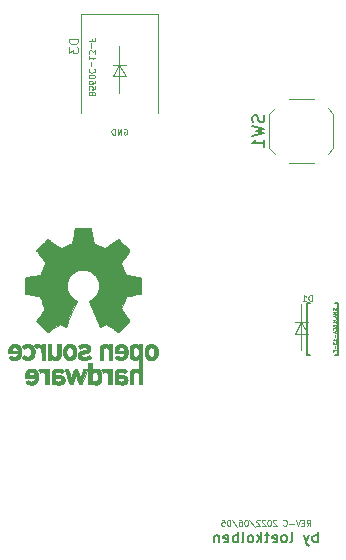
<source format=gbr>
%TF.GenerationSoftware,KiCad,Pcbnew,(6.0.5-0)*%
%TF.CreationDate,2022-06-06T17:24:23+02:00*%
%TF.ProjectId,BlackPanda,426c6163-6b50-4616-9e64-612e6b696361,rev?*%
%TF.SameCoordinates,Original*%
%TF.FileFunction,Legend,Bot*%
%TF.FilePolarity,Positive*%
%FSLAX46Y46*%
G04 Gerber Fmt 4.6, Leading zero omitted, Abs format (unit mm)*
G04 Created by KiCad (PCBNEW (6.0.5-0)) date 2022-06-06 17:24:23*
%MOMM*%
%LPD*%
G01*
G04 APERTURE LIST*
%ADD10C,0.005600*%
%ADD11C,0.079374*%
%ADD12C,0.075000*%
%ADD13C,0.125000*%
%ADD14C,0.150000*%
%ADD15C,0.120000*%
%ADD16C,0.127000*%
%ADD17O,0.650000X0.950000*%
%ADD18C,0.650000*%
%ADD19O,1.800000X0.950000*%
%ADD20O,1.400000X0.800000*%
%ADD21C,3.000000*%
%ADD22R,1.100000X1.800000*%
%ADD23R,3.300000X2.500000*%
%ADD24R,1.500000X2.120000*%
G04 APERTURE END LIST*
D10*
G36*
X187926532Y-91966799D02*
G01*
X187927770Y-91951066D01*
X187929158Y-91936676D01*
X187930725Y-91923409D01*
X187932501Y-91911044D01*
X187934514Y-91899363D01*
X187936794Y-91888144D01*
X187939368Y-91877168D01*
X187942267Y-91866216D01*
X187945519Y-91855067D01*
X187953197Y-91831298D01*
X187959440Y-91813640D01*
X187965961Y-91796574D01*
X187972783Y-91780066D01*
X187979929Y-91764083D01*
X187987422Y-91748593D01*
X187995286Y-91733561D01*
X188003543Y-91718954D01*
X188012217Y-91704740D01*
X188021331Y-91690884D01*
X188030908Y-91677354D01*
X188040971Y-91664116D01*
X188051543Y-91651137D01*
X188062648Y-91638384D01*
X188074308Y-91625824D01*
X188086547Y-91613422D01*
X188099388Y-91601147D01*
X188112955Y-91588732D01*
X188127312Y-91576695D01*
X188142393Y-91565070D01*
X188158130Y-91553888D01*
X188174458Y-91543180D01*
X188191310Y-91532978D01*
X188208618Y-91523315D01*
X188226318Y-91514222D01*
X188244341Y-91505731D01*
X188262622Y-91497873D01*
X188281095Y-91490682D01*
X188299691Y-91484187D01*
X188318346Y-91478422D01*
X188336991Y-91473418D01*
X188355562Y-91469207D01*
X188373990Y-91465820D01*
X188385321Y-91464129D01*
X188397726Y-91462757D01*
X188411055Y-91461697D01*
X188425154Y-91460943D01*
X188455060Y-91460334D01*
X188486227Y-91460882D01*
X188517440Y-91462541D01*
X188547484Y-91465265D01*
X188561688Y-91467012D01*
X188575144Y-91469008D01*
X188587700Y-91471247D01*
X188599204Y-91473723D01*
X188640139Y-91485001D01*
X188679204Y-91499166D01*
X188716356Y-91516168D01*
X188751553Y-91535953D01*
X188784753Y-91558471D01*
X188815915Y-91583668D01*
X188844996Y-91611492D01*
X188871954Y-91641893D01*
X188896748Y-91674816D01*
X188919335Y-91710211D01*
X188939673Y-91748026D01*
X188957721Y-91788207D01*
X188973436Y-91830704D01*
X188986777Y-91875463D01*
X188997702Y-91922434D01*
X189006168Y-91971563D01*
X189008856Y-91993154D01*
X189011001Y-92017285D01*
X189013716Y-92071560D01*
X189014416Y-92131184D01*
X189013206Y-92192949D01*
X189010191Y-92253649D01*
X189005474Y-92310078D01*
X189002510Y-92335688D01*
X188999159Y-92359029D01*
X188995436Y-92379698D01*
X188991352Y-92397295D01*
X188982681Y-92426672D01*
X188972640Y-92455478D01*
X188961294Y-92483630D01*
X188948707Y-92511044D01*
X188934946Y-92537636D01*
X188920075Y-92563323D01*
X188904160Y-92588020D01*
X188887265Y-92611643D01*
X188869455Y-92634109D01*
X188850796Y-92655333D01*
X188831353Y-92675232D01*
X188811190Y-92693721D01*
X188790374Y-92710718D01*
X188768968Y-92726137D01*
X188747039Y-92739895D01*
X188724652Y-92751908D01*
X188708064Y-92759584D01*
X188691594Y-92766691D01*
X188675173Y-92773240D01*
X188658733Y-92779241D01*
X188642206Y-92784703D01*
X188625525Y-92789638D01*
X188608620Y-92794054D01*
X188591425Y-92797963D01*
X188573871Y-92801373D01*
X188555890Y-92804296D01*
X188537414Y-92806742D01*
X188518376Y-92808720D01*
X188498706Y-92810241D01*
X188478338Y-92811315D01*
X188457203Y-92811952D01*
X188435233Y-92812162D01*
X188403737Y-92811673D01*
X188373294Y-92810191D01*
X188343843Y-92807696D01*
X188315326Y-92804168D01*
X188287682Y-92799586D01*
X188260853Y-92793931D01*
X188234780Y-92787182D01*
X188209402Y-92779319D01*
X188184661Y-92770321D01*
X188160498Y-92760169D01*
X188136852Y-92748842D01*
X188113665Y-92736319D01*
X188090877Y-92722582D01*
X188068430Y-92707608D01*
X188046263Y-92691379D01*
X188024317Y-92673873D01*
X187995803Y-92649852D01*
X187984668Y-92639978D01*
X187975669Y-92631167D01*
X187971983Y-92627076D01*
X187968846Y-92623149D01*
X187966264Y-92619353D01*
X187964240Y-92615654D01*
X187962781Y-92612018D01*
X187961891Y-92608410D01*
X187961576Y-92604799D01*
X187961840Y-92601148D01*
X187962689Y-92597425D01*
X187964127Y-92593596D01*
X187966160Y-92589627D01*
X187968793Y-92585485D01*
X187972031Y-92581134D01*
X187975878Y-92576542D01*
X187980341Y-92571675D01*
X187985423Y-92566499D01*
X187997469Y-92555084D01*
X188012055Y-92542026D01*
X188049012Y-92509902D01*
X188147789Y-92423965D01*
X188179398Y-92453599D01*
X188195349Y-92467606D01*
X188211867Y-92480554D01*
X188228898Y-92492447D01*
X188246390Y-92503291D01*
X188264290Y-92513091D01*
X188282545Y-92521852D01*
X188301102Y-92529579D01*
X188319910Y-92536279D01*
X188338914Y-92541955D01*
X188358062Y-92546614D01*
X188377301Y-92550260D01*
X188396578Y-92552899D01*
X188415841Y-92554536D01*
X188435037Y-92555177D01*
X188454113Y-92554825D01*
X188473015Y-92553488D01*
X188491692Y-92551169D01*
X188510091Y-92547875D01*
X188528158Y-92543610D01*
X188545841Y-92538380D01*
X188563087Y-92532189D01*
X188579843Y-92525044D01*
X188596056Y-92516950D01*
X188611675Y-92507911D01*
X188626645Y-92497933D01*
X188640913Y-92487021D01*
X188654428Y-92475181D01*
X188667137Y-92462417D01*
X188678986Y-92448735D01*
X188689922Y-92434141D01*
X188699894Y-92418639D01*
X188708847Y-92402234D01*
X188711242Y-92397347D01*
X188713601Y-92391982D01*
X188715914Y-92386195D01*
X188718169Y-92380040D01*
X188722460Y-92366848D01*
X188726380Y-92352845D01*
X188729837Y-92338472D01*
X188732739Y-92324169D01*
X188734992Y-92310375D01*
X188735847Y-92303806D01*
X188736505Y-92297530D01*
X188742432Y-92239251D01*
X187916649Y-92239251D01*
X187921588Y-92073303D01*
X187923433Y-92024254D01*
X187924035Y-92012062D01*
X188194215Y-92012062D01*
X188742432Y-92012062D01*
X188737493Y-91963661D01*
X188736267Y-91953317D01*
X188734635Y-91943039D01*
X188732605Y-91932837D01*
X188730189Y-91922724D01*
X188727394Y-91912714D01*
X188724232Y-91902818D01*
X188720711Y-91893049D01*
X188716842Y-91883420D01*
X188712634Y-91873942D01*
X188708098Y-91864629D01*
X188698078Y-91846546D01*
X188686860Y-91829270D01*
X188674522Y-91812901D01*
X188661142Y-91797540D01*
X188654086Y-91790268D01*
X188646799Y-91783285D01*
X188639290Y-91776604D01*
X188631569Y-91770238D01*
X188623647Y-91764197D01*
X188615533Y-91758496D01*
X188607236Y-91753147D01*
X188598767Y-91748162D01*
X188590135Y-91743553D01*
X188581351Y-91739333D01*
X188572422Y-91735515D01*
X188563361Y-91732111D01*
X188554175Y-91729133D01*
X188544876Y-91726594D01*
X188526440Y-91722356D01*
X188508191Y-91719269D01*
X188490154Y-91717325D01*
X188472352Y-91716516D01*
X188454810Y-91716836D01*
X188437554Y-91718278D01*
X188420607Y-91720833D01*
X188403994Y-91724496D01*
X188387741Y-91729258D01*
X188371870Y-91735112D01*
X188356408Y-91742052D01*
X188341378Y-91750070D01*
X188326806Y-91759159D01*
X188312716Y-91769311D01*
X188299131Y-91780519D01*
X188286078Y-91792776D01*
X188277843Y-91801319D01*
X188270152Y-91809954D01*
X188262974Y-91818752D01*
X188256275Y-91827780D01*
X188250022Y-91837110D01*
X188244181Y-91846810D01*
X188238719Y-91856950D01*
X188233603Y-91867600D01*
X188228799Y-91878828D01*
X188224275Y-91890704D01*
X188219996Y-91903298D01*
X188215931Y-91916680D01*
X188212044Y-91930917D01*
X188208304Y-91946081D01*
X188204677Y-91962241D01*
X188201129Y-91979465D01*
X188194215Y-92012062D01*
X187924035Y-92012062D01*
X187925416Y-91984095D01*
X187926532Y-91966799D01*
G37*
X187926532Y-91966799D02*
X187927770Y-91951066D01*
X187929158Y-91936676D01*
X187930725Y-91923409D01*
X187932501Y-91911044D01*
X187934514Y-91899363D01*
X187936794Y-91888144D01*
X187939368Y-91877168D01*
X187942267Y-91866216D01*
X187945519Y-91855067D01*
X187953197Y-91831298D01*
X187959440Y-91813640D01*
X187965961Y-91796574D01*
X187972783Y-91780066D01*
X187979929Y-91764083D01*
X187987422Y-91748593D01*
X187995286Y-91733561D01*
X188003543Y-91718954D01*
X188012217Y-91704740D01*
X188021331Y-91690884D01*
X188030908Y-91677354D01*
X188040971Y-91664116D01*
X188051543Y-91651137D01*
X188062648Y-91638384D01*
X188074308Y-91625824D01*
X188086547Y-91613422D01*
X188099388Y-91601147D01*
X188112955Y-91588732D01*
X188127312Y-91576695D01*
X188142393Y-91565070D01*
X188158130Y-91553888D01*
X188174458Y-91543180D01*
X188191310Y-91532978D01*
X188208618Y-91523315D01*
X188226318Y-91514222D01*
X188244341Y-91505731D01*
X188262622Y-91497873D01*
X188281095Y-91490682D01*
X188299691Y-91484187D01*
X188318346Y-91478422D01*
X188336991Y-91473418D01*
X188355562Y-91469207D01*
X188373990Y-91465820D01*
X188385321Y-91464129D01*
X188397726Y-91462757D01*
X188411055Y-91461697D01*
X188425154Y-91460943D01*
X188455060Y-91460334D01*
X188486227Y-91460882D01*
X188517440Y-91462541D01*
X188547484Y-91465265D01*
X188561688Y-91467012D01*
X188575144Y-91469008D01*
X188587700Y-91471247D01*
X188599204Y-91473723D01*
X188640139Y-91485001D01*
X188679204Y-91499166D01*
X188716356Y-91516168D01*
X188751553Y-91535953D01*
X188784753Y-91558471D01*
X188815915Y-91583668D01*
X188844996Y-91611492D01*
X188871954Y-91641893D01*
X188896748Y-91674816D01*
X188919335Y-91710211D01*
X188939673Y-91748026D01*
X188957721Y-91788207D01*
X188973436Y-91830704D01*
X188986777Y-91875463D01*
X188997702Y-91922434D01*
X189006168Y-91971563D01*
X189008856Y-91993154D01*
X189011001Y-92017285D01*
X189013716Y-92071560D01*
X189014416Y-92131184D01*
X189013206Y-92192949D01*
X189010191Y-92253649D01*
X189005474Y-92310078D01*
X189002510Y-92335688D01*
X188999159Y-92359029D01*
X188995436Y-92379698D01*
X188991352Y-92397295D01*
X188982681Y-92426672D01*
X188972640Y-92455478D01*
X188961294Y-92483630D01*
X188948707Y-92511044D01*
X188934946Y-92537636D01*
X188920075Y-92563323D01*
X188904160Y-92588020D01*
X188887265Y-92611643D01*
X188869455Y-92634109D01*
X188850796Y-92655333D01*
X188831353Y-92675232D01*
X188811190Y-92693721D01*
X188790374Y-92710718D01*
X188768968Y-92726137D01*
X188747039Y-92739895D01*
X188724652Y-92751908D01*
X188708064Y-92759584D01*
X188691594Y-92766691D01*
X188675173Y-92773240D01*
X188658733Y-92779241D01*
X188642206Y-92784703D01*
X188625525Y-92789638D01*
X188608620Y-92794054D01*
X188591425Y-92797963D01*
X188573871Y-92801373D01*
X188555890Y-92804296D01*
X188537414Y-92806742D01*
X188518376Y-92808720D01*
X188498706Y-92810241D01*
X188478338Y-92811315D01*
X188457203Y-92811952D01*
X188435233Y-92812162D01*
X188403737Y-92811673D01*
X188373294Y-92810191D01*
X188343843Y-92807696D01*
X188315326Y-92804168D01*
X188287682Y-92799586D01*
X188260853Y-92793931D01*
X188234780Y-92787182D01*
X188209402Y-92779319D01*
X188184661Y-92770321D01*
X188160498Y-92760169D01*
X188136852Y-92748842D01*
X188113665Y-92736319D01*
X188090877Y-92722582D01*
X188068430Y-92707608D01*
X188046263Y-92691379D01*
X188024317Y-92673873D01*
X187995803Y-92649852D01*
X187984668Y-92639978D01*
X187975669Y-92631167D01*
X187971983Y-92627076D01*
X187968846Y-92623149D01*
X187966264Y-92619353D01*
X187964240Y-92615654D01*
X187962781Y-92612018D01*
X187961891Y-92608410D01*
X187961576Y-92604799D01*
X187961840Y-92601148D01*
X187962689Y-92597425D01*
X187964127Y-92593596D01*
X187966160Y-92589627D01*
X187968793Y-92585485D01*
X187972031Y-92581134D01*
X187975878Y-92576542D01*
X187980341Y-92571675D01*
X187985423Y-92566499D01*
X187997469Y-92555084D01*
X188012055Y-92542026D01*
X188049012Y-92509902D01*
X188147789Y-92423965D01*
X188179398Y-92453599D01*
X188195349Y-92467606D01*
X188211867Y-92480554D01*
X188228898Y-92492447D01*
X188246390Y-92503291D01*
X188264290Y-92513091D01*
X188282545Y-92521852D01*
X188301102Y-92529579D01*
X188319910Y-92536279D01*
X188338914Y-92541955D01*
X188358062Y-92546614D01*
X188377301Y-92550260D01*
X188396578Y-92552899D01*
X188415841Y-92554536D01*
X188435037Y-92555177D01*
X188454113Y-92554825D01*
X188473015Y-92553488D01*
X188491692Y-92551169D01*
X188510091Y-92547875D01*
X188528158Y-92543610D01*
X188545841Y-92538380D01*
X188563087Y-92532189D01*
X188579843Y-92525044D01*
X188596056Y-92516950D01*
X188611675Y-92507911D01*
X188626645Y-92497933D01*
X188640913Y-92487021D01*
X188654428Y-92475181D01*
X188667137Y-92462417D01*
X188678986Y-92448735D01*
X188689922Y-92434141D01*
X188699894Y-92418639D01*
X188708847Y-92402234D01*
X188711242Y-92397347D01*
X188713601Y-92391982D01*
X188715914Y-92386195D01*
X188718169Y-92380040D01*
X188722460Y-92366848D01*
X188726380Y-92352845D01*
X188729837Y-92338472D01*
X188732739Y-92324169D01*
X188734992Y-92310375D01*
X188735847Y-92303806D01*
X188736505Y-92297530D01*
X188742432Y-92239251D01*
X187916649Y-92239251D01*
X187921588Y-92073303D01*
X187923433Y-92024254D01*
X187924035Y-92012062D01*
X188194215Y-92012062D01*
X188742432Y-92012062D01*
X188737493Y-91963661D01*
X188736267Y-91953317D01*
X188734635Y-91943039D01*
X188732605Y-91932837D01*
X188730189Y-91922724D01*
X188727394Y-91912714D01*
X188724232Y-91902818D01*
X188720711Y-91893049D01*
X188716842Y-91883420D01*
X188712634Y-91873942D01*
X188708098Y-91864629D01*
X188698078Y-91846546D01*
X188686860Y-91829270D01*
X188674522Y-91812901D01*
X188661142Y-91797540D01*
X188654086Y-91790268D01*
X188646799Y-91783285D01*
X188639290Y-91776604D01*
X188631569Y-91770238D01*
X188623647Y-91764197D01*
X188615533Y-91758496D01*
X188607236Y-91753147D01*
X188598767Y-91748162D01*
X188590135Y-91743553D01*
X188581351Y-91739333D01*
X188572422Y-91735515D01*
X188563361Y-91732111D01*
X188554175Y-91729133D01*
X188544876Y-91726594D01*
X188526440Y-91722356D01*
X188508191Y-91719269D01*
X188490154Y-91717325D01*
X188472352Y-91716516D01*
X188454810Y-91716836D01*
X188437554Y-91718278D01*
X188420607Y-91720833D01*
X188403994Y-91724496D01*
X188387741Y-91729258D01*
X188371870Y-91735112D01*
X188356408Y-91742052D01*
X188341378Y-91750070D01*
X188326806Y-91759159D01*
X188312716Y-91769311D01*
X188299131Y-91780519D01*
X188286078Y-91792776D01*
X188277843Y-91801319D01*
X188270152Y-91809954D01*
X188262974Y-91818752D01*
X188256275Y-91827780D01*
X188250022Y-91837110D01*
X188244181Y-91846810D01*
X188238719Y-91856950D01*
X188233603Y-91867600D01*
X188228799Y-91878828D01*
X188224275Y-91890704D01*
X188219996Y-91903298D01*
X188215931Y-91916680D01*
X188212044Y-91930917D01*
X188208304Y-91946081D01*
X188204677Y-91962241D01*
X188201129Y-91979465D01*
X188194215Y-92012062D01*
X187924035Y-92012062D01*
X187925416Y-91984095D01*
X187926532Y-91966799D01*
G36*
X195509142Y-89904068D02*
G01*
X195510755Y-89879821D01*
X195512931Y-89856818D01*
X195515696Y-89834894D01*
X195519081Y-89813887D01*
X195523114Y-89793631D01*
X195527824Y-89773965D01*
X195533241Y-89754723D01*
X195539392Y-89735744D01*
X195546307Y-89716863D01*
X195554016Y-89697917D01*
X195562546Y-89678743D01*
X195571927Y-89659176D01*
X195585156Y-89634704D01*
X195599974Y-89610966D01*
X195616303Y-89588023D01*
X195634064Y-89565939D01*
X195653180Y-89544775D01*
X195673571Y-89524593D01*
X195695161Y-89505456D01*
X195717871Y-89487426D01*
X195741622Y-89470565D01*
X195766338Y-89454935D01*
X195791938Y-89440599D01*
X195818346Y-89427619D01*
X195845484Y-89416056D01*
X195873272Y-89405974D01*
X195901634Y-89397435D01*
X195930490Y-89390500D01*
X195955451Y-89385598D01*
X195980310Y-89381810D01*
X196005038Y-89379122D01*
X196029610Y-89377518D01*
X196053996Y-89376984D01*
X196078172Y-89377505D01*
X196102108Y-89379068D01*
X196125777Y-89381656D01*
X196149153Y-89385256D01*
X196172208Y-89389852D01*
X196194914Y-89395431D01*
X196217245Y-89401977D01*
X196239173Y-89409476D01*
X196260670Y-89417913D01*
X196281710Y-89427273D01*
X196302265Y-89437543D01*
X196322308Y-89448706D01*
X196341811Y-89460750D01*
X196360748Y-89473658D01*
X196379090Y-89487416D01*
X196396811Y-89502010D01*
X196413883Y-89517425D01*
X196430279Y-89533646D01*
X196445971Y-89550659D01*
X196460933Y-89568449D01*
X196475137Y-89587001D01*
X196488556Y-89606301D01*
X196501162Y-89626334D01*
X196512928Y-89647085D01*
X196523826Y-89668541D01*
X196533830Y-89690685D01*
X196542913Y-89713504D01*
X196557681Y-89754909D01*
X196563968Y-89774488D01*
X196569567Y-89793606D01*
X196574513Y-89812482D01*
X196578837Y-89831331D01*
X196582574Y-89850371D01*
X196585757Y-89869820D01*
X196588420Y-89889893D01*
X196590594Y-89910808D01*
X196592314Y-89932783D01*
X196593613Y-89956034D01*
X196595082Y-90007232D01*
X196595265Y-90066140D01*
X196595060Y-90112434D01*
X196594370Y-90151459D01*
X196593806Y-90168665D01*
X196593077Y-90184558D01*
X196592169Y-90199304D01*
X196591067Y-90213072D01*
X196589756Y-90226030D01*
X196588223Y-90238345D01*
X196586453Y-90250186D01*
X196584430Y-90261720D01*
X196582142Y-90273115D01*
X196579573Y-90284539D01*
X196573534Y-90308146D01*
X196567312Y-90330416D01*
X196560847Y-90351704D01*
X196554105Y-90372073D01*
X196547049Y-90391582D01*
X196539647Y-90410292D01*
X196531862Y-90428265D01*
X196523661Y-90445560D01*
X196515008Y-90462239D01*
X196505869Y-90478362D01*
X196496209Y-90493990D01*
X196485994Y-90509185D01*
X196475188Y-90524006D01*
X196463757Y-90538514D01*
X196451667Y-90552771D01*
X196438881Y-90566837D01*
X196425367Y-90580772D01*
X196405190Y-90600050D01*
X196384617Y-90617895D01*
X196363575Y-90634334D01*
X196341992Y-90649392D01*
X196319796Y-90663096D01*
X196296913Y-90675472D01*
X196273273Y-90686545D01*
X196248802Y-90696342D01*
X196223428Y-90704890D01*
X196197078Y-90712213D01*
X196169681Y-90718338D01*
X196141165Y-90723291D01*
X196111456Y-90727097D01*
X196080482Y-90729784D01*
X196048171Y-90731378D01*
X196014451Y-90731903D01*
X195991817Y-90731692D01*
X195970155Y-90731048D01*
X195949374Y-90729956D01*
X195929379Y-90728399D01*
X195910079Y-90726362D01*
X195891380Y-90723829D01*
X195873191Y-90720783D01*
X195855419Y-90717209D01*
X195837971Y-90713091D01*
X195820754Y-90708414D01*
X195803677Y-90703160D01*
X195786645Y-90697315D01*
X195769568Y-90690862D01*
X195752351Y-90683785D01*
X195734903Y-90676069D01*
X195717131Y-90667697D01*
X195705485Y-90661530D01*
X195692589Y-90653918D01*
X195678716Y-90645086D01*
X195664146Y-90635255D01*
X195649152Y-90624648D01*
X195634012Y-90613489D01*
X195619003Y-90601999D01*
X195604400Y-90590403D01*
X195590480Y-90578923D01*
X195577520Y-90567781D01*
X195565795Y-90557200D01*
X195555582Y-90547404D01*
X195547158Y-90538615D01*
X195540799Y-90531055D01*
X195538479Y-90527807D01*
X195536780Y-90524949D01*
X195535735Y-90522510D01*
X195535379Y-90520518D01*
X195535856Y-90519195D01*
X195537247Y-90517113D01*
X195542546Y-90510877D01*
X195550817Y-90502219D01*
X195561602Y-90491548D01*
X195588876Y-90465806D01*
X195620699Y-90436927D01*
X195653401Y-90408187D01*
X195683315Y-90382862D01*
X195706769Y-90364228D01*
X195714927Y-90358443D01*
X195720094Y-90355560D01*
X195720794Y-90355331D01*
X195721594Y-90355198D01*
X195723484Y-90355214D01*
X195725735Y-90355592D01*
X195728320Y-90356315D01*
X195731212Y-90357369D01*
X195734384Y-90358737D01*
X195737807Y-90360402D01*
X195741454Y-90362350D01*
X195745299Y-90364564D01*
X195749312Y-90367028D01*
X195753467Y-90369727D01*
X195757737Y-90372645D01*
X195762093Y-90375764D01*
X195766509Y-90379071D01*
X195770957Y-90382548D01*
X195775409Y-90386180D01*
X195789808Y-90397365D01*
X195804644Y-90407770D01*
X195819878Y-90417397D01*
X195835472Y-90426245D01*
X195851388Y-90434318D01*
X195867588Y-90441615D01*
X195884034Y-90448139D01*
X195900687Y-90453890D01*
X195917509Y-90458869D01*
X195934463Y-90463079D01*
X195951509Y-90466521D01*
X195968610Y-90469194D01*
X195985728Y-90471102D01*
X196002825Y-90472245D01*
X196019861Y-90472624D01*
X196036800Y-90472241D01*
X196053603Y-90471096D01*
X196070231Y-90469192D01*
X196086648Y-90466529D01*
X196102813Y-90463109D01*
X196118690Y-90458933D01*
X196134241Y-90454003D01*
X196149426Y-90448318D01*
X196164208Y-90441882D01*
X196178549Y-90434694D01*
X196192410Y-90426757D01*
X196205754Y-90418071D01*
X196218542Y-90408639D01*
X196230735Y-90398460D01*
X196242297Y-90387537D01*
X196253189Y-90375870D01*
X196263372Y-90363461D01*
X196269289Y-90355501D01*
X196274831Y-90347518D01*
X196280014Y-90339465D01*
X196284856Y-90331297D01*
X196289373Y-90322966D01*
X196293583Y-90314427D01*
X196297505Y-90305634D01*
X196301154Y-90296539D01*
X196304548Y-90287097D01*
X196307706Y-90277262D01*
X196310643Y-90266987D01*
X196313378Y-90256225D01*
X196315927Y-90244932D01*
X196318309Y-90233059D01*
X196320540Y-90220561D01*
X196322638Y-90207392D01*
X196328564Y-90164918D01*
X195919625Y-90162943D01*
X195510684Y-90159979D01*
X195507722Y-90016751D01*
X195507379Y-89985898D01*
X195507483Y-89956942D01*
X195507890Y-89937729D01*
X195782323Y-89937729D01*
X196328564Y-89937729D01*
X196321650Y-89885376D01*
X196319996Y-89874256D01*
X196317999Y-89863310D01*
X196315665Y-89852544D01*
X196312998Y-89841964D01*
X196310003Y-89831577D01*
X196306685Y-89821388D01*
X196303050Y-89811404D01*
X196299101Y-89801631D01*
X196294844Y-89792075D01*
X196290284Y-89782743D01*
X196285426Y-89773639D01*
X196280274Y-89764771D01*
X196274833Y-89756145D01*
X196269108Y-89747766D01*
X196263105Y-89739642D01*
X196256828Y-89731777D01*
X196250281Y-89724179D01*
X196243470Y-89716853D01*
X196236400Y-89709806D01*
X196229075Y-89703043D01*
X196221501Y-89696571D01*
X196213682Y-89690396D01*
X196205623Y-89684525D01*
X196197329Y-89678962D01*
X196188805Y-89673715D01*
X196180056Y-89668790D01*
X196171087Y-89664192D01*
X196161902Y-89659928D01*
X196152507Y-89656004D01*
X196142906Y-89652427D01*
X196133104Y-89649201D01*
X196123107Y-89646335D01*
X196101578Y-89640817D01*
X196092467Y-89638634D01*
X196084228Y-89636827D01*
X196076690Y-89635391D01*
X196069680Y-89634319D01*
X196063026Y-89633606D01*
X196056555Y-89633246D01*
X196050097Y-89633234D01*
X196043477Y-89633563D01*
X196036525Y-89634227D01*
X196029068Y-89635222D01*
X196020933Y-89636541D01*
X196011949Y-89638178D01*
X195990745Y-89642383D01*
X195980413Y-89644721D01*
X195970173Y-89647647D01*
X195960039Y-89651141D01*
X195950026Y-89655182D01*
X195940151Y-89659752D01*
X195930429Y-89664830D01*
X195920876Y-89670396D01*
X195911507Y-89676431D01*
X195893383Y-89689826D01*
X195876182Y-89704857D01*
X195860029Y-89721363D01*
X195845047Y-89739186D01*
X195831363Y-89758166D01*
X195819099Y-89778145D01*
X195808380Y-89798963D01*
X195799332Y-89820461D01*
X195792077Y-89842480D01*
X195789162Y-89853635D01*
X195786741Y-89864861D01*
X195784832Y-89876137D01*
X195783448Y-89887444D01*
X195782607Y-89898762D01*
X195782323Y-89910071D01*
X195782323Y-89937729D01*
X195507890Y-89937729D01*
X195508060Y-89929720D01*
X195509142Y-89904068D01*
G37*
X195509142Y-89904068D02*
X195510755Y-89879821D01*
X195512931Y-89856818D01*
X195515696Y-89834894D01*
X195519081Y-89813887D01*
X195523114Y-89793631D01*
X195527824Y-89773965D01*
X195533241Y-89754723D01*
X195539392Y-89735744D01*
X195546307Y-89716863D01*
X195554016Y-89697917D01*
X195562546Y-89678743D01*
X195571927Y-89659176D01*
X195585156Y-89634704D01*
X195599974Y-89610966D01*
X195616303Y-89588023D01*
X195634064Y-89565939D01*
X195653180Y-89544775D01*
X195673571Y-89524593D01*
X195695161Y-89505456D01*
X195717871Y-89487426D01*
X195741622Y-89470565D01*
X195766338Y-89454935D01*
X195791938Y-89440599D01*
X195818346Y-89427619D01*
X195845484Y-89416056D01*
X195873272Y-89405974D01*
X195901634Y-89397435D01*
X195930490Y-89390500D01*
X195955451Y-89385598D01*
X195980310Y-89381810D01*
X196005038Y-89379122D01*
X196029610Y-89377518D01*
X196053996Y-89376984D01*
X196078172Y-89377505D01*
X196102108Y-89379068D01*
X196125777Y-89381656D01*
X196149153Y-89385256D01*
X196172208Y-89389852D01*
X196194914Y-89395431D01*
X196217245Y-89401977D01*
X196239173Y-89409476D01*
X196260670Y-89417913D01*
X196281710Y-89427273D01*
X196302265Y-89437543D01*
X196322308Y-89448706D01*
X196341811Y-89460750D01*
X196360748Y-89473658D01*
X196379090Y-89487416D01*
X196396811Y-89502010D01*
X196413883Y-89517425D01*
X196430279Y-89533646D01*
X196445971Y-89550659D01*
X196460933Y-89568449D01*
X196475137Y-89587001D01*
X196488556Y-89606301D01*
X196501162Y-89626334D01*
X196512928Y-89647085D01*
X196523826Y-89668541D01*
X196533830Y-89690685D01*
X196542913Y-89713504D01*
X196557681Y-89754909D01*
X196563968Y-89774488D01*
X196569567Y-89793606D01*
X196574513Y-89812482D01*
X196578837Y-89831331D01*
X196582574Y-89850371D01*
X196585757Y-89869820D01*
X196588420Y-89889893D01*
X196590594Y-89910808D01*
X196592314Y-89932783D01*
X196593613Y-89956034D01*
X196595082Y-90007232D01*
X196595265Y-90066140D01*
X196595060Y-90112434D01*
X196594370Y-90151459D01*
X196593806Y-90168665D01*
X196593077Y-90184558D01*
X196592169Y-90199304D01*
X196591067Y-90213072D01*
X196589756Y-90226030D01*
X196588223Y-90238345D01*
X196586453Y-90250186D01*
X196584430Y-90261720D01*
X196582142Y-90273115D01*
X196579573Y-90284539D01*
X196573534Y-90308146D01*
X196567312Y-90330416D01*
X196560847Y-90351704D01*
X196554105Y-90372073D01*
X196547049Y-90391582D01*
X196539647Y-90410292D01*
X196531862Y-90428265D01*
X196523661Y-90445560D01*
X196515008Y-90462239D01*
X196505869Y-90478362D01*
X196496209Y-90493990D01*
X196485994Y-90509185D01*
X196475188Y-90524006D01*
X196463757Y-90538514D01*
X196451667Y-90552771D01*
X196438881Y-90566837D01*
X196425367Y-90580772D01*
X196405190Y-90600050D01*
X196384617Y-90617895D01*
X196363575Y-90634334D01*
X196341992Y-90649392D01*
X196319796Y-90663096D01*
X196296913Y-90675472D01*
X196273273Y-90686545D01*
X196248802Y-90696342D01*
X196223428Y-90704890D01*
X196197078Y-90712213D01*
X196169681Y-90718338D01*
X196141165Y-90723291D01*
X196111456Y-90727097D01*
X196080482Y-90729784D01*
X196048171Y-90731378D01*
X196014451Y-90731903D01*
X195991817Y-90731692D01*
X195970155Y-90731048D01*
X195949374Y-90729956D01*
X195929379Y-90728399D01*
X195910079Y-90726362D01*
X195891380Y-90723829D01*
X195873191Y-90720783D01*
X195855419Y-90717209D01*
X195837971Y-90713091D01*
X195820754Y-90708414D01*
X195803677Y-90703160D01*
X195786645Y-90697315D01*
X195769568Y-90690862D01*
X195752351Y-90683785D01*
X195734903Y-90676069D01*
X195717131Y-90667697D01*
X195705485Y-90661530D01*
X195692589Y-90653918D01*
X195678716Y-90645086D01*
X195664146Y-90635255D01*
X195649152Y-90624648D01*
X195634012Y-90613489D01*
X195619003Y-90601999D01*
X195604400Y-90590403D01*
X195590480Y-90578923D01*
X195577520Y-90567781D01*
X195565795Y-90557200D01*
X195555582Y-90547404D01*
X195547158Y-90538615D01*
X195540799Y-90531055D01*
X195538479Y-90527807D01*
X195536780Y-90524949D01*
X195535735Y-90522510D01*
X195535379Y-90520518D01*
X195535856Y-90519195D01*
X195537247Y-90517113D01*
X195542546Y-90510877D01*
X195550817Y-90502219D01*
X195561602Y-90491548D01*
X195588876Y-90465806D01*
X195620699Y-90436927D01*
X195653401Y-90408187D01*
X195683315Y-90382862D01*
X195706769Y-90364228D01*
X195714927Y-90358443D01*
X195720094Y-90355560D01*
X195720794Y-90355331D01*
X195721594Y-90355198D01*
X195723484Y-90355214D01*
X195725735Y-90355592D01*
X195728320Y-90356315D01*
X195731212Y-90357369D01*
X195734384Y-90358737D01*
X195737807Y-90360402D01*
X195741454Y-90362350D01*
X195745299Y-90364564D01*
X195749312Y-90367028D01*
X195753467Y-90369727D01*
X195757737Y-90372645D01*
X195762093Y-90375764D01*
X195766509Y-90379071D01*
X195770957Y-90382548D01*
X195775409Y-90386180D01*
X195789808Y-90397365D01*
X195804644Y-90407770D01*
X195819878Y-90417397D01*
X195835472Y-90426245D01*
X195851388Y-90434318D01*
X195867588Y-90441615D01*
X195884034Y-90448139D01*
X195900687Y-90453890D01*
X195917509Y-90458869D01*
X195934463Y-90463079D01*
X195951509Y-90466521D01*
X195968610Y-90469194D01*
X195985728Y-90471102D01*
X196002825Y-90472245D01*
X196019861Y-90472624D01*
X196036800Y-90472241D01*
X196053603Y-90471096D01*
X196070231Y-90469192D01*
X196086648Y-90466529D01*
X196102813Y-90463109D01*
X196118690Y-90458933D01*
X196134241Y-90454003D01*
X196149426Y-90448318D01*
X196164208Y-90441882D01*
X196178549Y-90434694D01*
X196192410Y-90426757D01*
X196205754Y-90418071D01*
X196218542Y-90408639D01*
X196230735Y-90398460D01*
X196242297Y-90387537D01*
X196253189Y-90375870D01*
X196263372Y-90363461D01*
X196269289Y-90355501D01*
X196274831Y-90347518D01*
X196280014Y-90339465D01*
X196284856Y-90331297D01*
X196289373Y-90322966D01*
X196293583Y-90314427D01*
X196297505Y-90305634D01*
X196301154Y-90296539D01*
X196304548Y-90287097D01*
X196307706Y-90277262D01*
X196310643Y-90266987D01*
X196313378Y-90256225D01*
X196315927Y-90244932D01*
X196318309Y-90233059D01*
X196320540Y-90220561D01*
X196322638Y-90207392D01*
X196328564Y-90164918D01*
X195919625Y-90162943D01*
X195510684Y-90159979D01*
X195507722Y-90016751D01*
X195507379Y-89985898D01*
X195507483Y-89956942D01*
X195507890Y-89937729D01*
X195782323Y-89937729D01*
X196328564Y-89937729D01*
X196321650Y-89885376D01*
X196319996Y-89874256D01*
X196317999Y-89863310D01*
X196315665Y-89852544D01*
X196312998Y-89841964D01*
X196310003Y-89831577D01*
X196306685Y-89821388D01*
X196303050Y-89811404D01*
X196299101Y-89801631D01*
X196294844Y-89792075D01*
X196290284Y-89782743D01*
X196285426Y-89773639D01*
X196280274Y-89764771D01*
X196274833Y-89756145D01*
X196269108Y-89747766D01*
X196263105Y-89739642D01*
X196256828Y-89731777D01*
X196250281Y-89724179D01*
X196243470Y-89716853D01*
X196236400Y-89709806D01*
X196229075Y-89703043D01*
X196221501Y-89696571D01*
X196213682Y-89690396D01*
X196205623Y-89684525D01*
X196197329Y-89678962D01*
X196188805Y-89673715D01*
X196180056Y-89668790D01*
X196171087Y-89664192D01*
X196161902Y-89659928D01*
X196152507Y-89656004D01*
X196142906Y-89652427D01*
X196133104Y-89649201D01*
X196123107Y-89646335D01*
X196101578Y-89640817D01*
X196092467Y-89638634D01*
X196084228Y-89636827D01*
X196076690Y-89635391D01*
X196069680Y-89634319D01*
X196063026Y-89633606D01*
X196056555Y-89633246D01*
X196050097Y-89633234D01*
X196043477Y-89633563D01*
X196036525Y-89634227D01*
X196029068Y-89635222D01*
X196020933Y-89636541D01*
X196011949Y-89638178D01*
X195990745Y-89642383D01*
X195980413Y-89644721D01*
X195970173Y-89647647D01*
X195960039Y-89651141D01*
X195950026Y-89655182D01*
X195940151Y-89659752D01*
X195930429Y-89664830D01*
X195920876Y-89670396D01*
X195911507Y-89676431D01*
X195893383Y-89689826D01*
X195876182Y-89704857D01*
X195860029Y-89721363D01*
X195845047Y-89739186D01*
X195831363Y-89758166D01*
X195819099Y-89778145D01*
X195808380Y-89798963D01*
X195799332Y-89820461D01*
X195792077Y-89842480D01*
X195789162Y-89853635D01*
X195786741Y-89864861D01*
X195784832Y-89876137D01*
X195783448Y-89887444D01*
X195782607Y-89898762D01*
X195782323Y-89910071D01*
X195782323Y-89937729D01*
X195507890Y-89937729D01*
X195508060Y-89929720D01*
X195509142Y-89904068D01*
D11*
X195337500Y-65728125D02*
X196462500Y-65721109D01*
D10*
G36*
X193494631Y-79548283D02*
G01*
X193499541Y-79565627D01*
X193508722Y-79606284D01*
X193537722Y-79747073D01*
X193577280Y-79949722D01*
X193623042Y-80193302D01*
X193668479Y-80436635D01*
X193707249Y-80639777D01*
X193735278Y-80781431D01*
X193743991Y-80822543D01*
X193748490Y-80840296D01*
X193750889Y-80845566D01*
X193753654Y-80850643D01*
X193756805Y-80855544D01*
X193760358Y-80860284D01*
X193764335Y-80864879D01*
X193768753Y-80869345D01*
X193773630Y-80873699D01*
X193778987Y-80877956D01*
X193784842Y-80882131D01*
X193791213Y-80886242D01*
X193798119Y-80890303D01*
X193805580Y-80894331D01*
X193813614Y-80898341D01*
X193822239Y-80902351D01*
X193831475Y-80906374D01*
X193841341Y-80910428D01*
X193909250Y-80937963D01*
X193961078Y-80959185D01*
X194017165Y-80982537D01*
X194283864Y-81091192D01*
X194537724Y-81195896D01*
X194554343Y-81202624D01*
X194569786Y-81208745D01*
X194584103Y-81214275D01*
X194597345Y-81219232D01*
X194609563Y-81223634D01*
X194620807Y-81227497D01*
X194631127Y-81230840D01*
X194640576Y-81233679D01*
X194649202Y-81236031D01*
X194657057Y-81237915D01*
X194664192Y-81239348D01*
X194670657Y-81240346D01*
X194676502Y-81240928D01*
X194681779Y-81241110D01*
X194686538Y-81240911D01*
X194690829Y-81240346D01*
X194694681Y-81239268D01*
X194699881Y-81237180D01*
X194713980Y-81230206D01*
X194732432Y-81219875D01*
X194754541Y-81206638D01*
X194779614Y-81190947D01*
X194806955Y-81173254D01*
X194835871Y-81154010D01*
X194865666Y-81133666D01*
X195156073Y-80934135D01*
X195290163Y-80842519D01*
X195407957Y-80761274D01*
X195647986Y-80595327D01*
X195680183Y-80573556D01*
X195694891Y-80563833D01*
X195708688Y-80554875D01*
X195721588Y-80546675D01*
X195733604Y-80539227D01*
X195744749Y-80532522D01*
X195755036Y-80526553D01*
X195764478Y-80521314D01*
X195773088Y-80516797D01*
X195780879Y-80512995D01*
X195787864Y-80509900D01*
X195794057Y-80507506D01*
X195799469Y-80505804D01*
X195804114Y-80504789D01*
X195806153Y-80504536D01*
X195808006Y-80504452D01*
X195813247Y-80505302D01*
X195819977Y-80508102D01*
X195828597Y-80513229D01*
X195839507Y-80521059D01*
X195869802Y-80546332D01*
X195914068Y-80586931D01*
X195975513Y-80645866D01*
X196057342Y-80726146D01*
X196294980Y-80962781D01*
X196428681Y-81096702D01*
X196534115Y-81202934D01*
X196577237Y-81246738D01*
X196614499Y-81284904D01*
X196646304Y-81317861D01*
X196673052Y-81346038D01*
X196695147Y-81369862D01*
X196712992Y-81389763D01*
X196726987Y-81406167D01*
X196732667Y-81413192D01*
X196737536Y-81419504D01*
X196741643Y-81425156D01*
X196745040Y-81430202D01*
X196747776Y-81434695D01*
X196749902Y-81438688D01*
X196751468Y-81442236D01*
X196752524Y-81445392D01*
X196753121Y-81448210D01*
X196753309Y-81450742D01*
X196753030Y-81454727D01*
X196752186Y-81459283D01*
X196750770Y-81464427D01*
X196748772Y-81470174D01*
X196746183Y-81476540D01*
X196742995Y-81483542D01*
X196739200Y-81491194D01*
X196734788Y-81499514D01*
X196724081Y-81518218D01*
X196710804Y-81539781D01*
X196694887Y-81564331D01*
X196676262Y-81591995D01*
X196599957Y-81703367D01*
X196525132Y-81813257D01*
X196443024Y-81931791D01*
X196351284Y-82065141D01*
X196158667Y-82346657D01*
X196120946Y-82402250D01*
X196087300Y-82451362D01*
X196061432Y-82488619D01*
X196052573Y-82501125D01*
X196047047Y-82508653D01*
X196045220Y-82511172D01*
X196043448Y-82513898D01*
X196041739Y-82516807D01*
X196040103Y-82519873D01*
X196038547Y-82523073D01*
X196037081Y-82526381D01*
X196035714Y-82529772D01*
X196034454Y-82533224D01*
X196033309Y-82536710D01*
X196032289Y-82540206D01*
X196031402Y-82543687D01*
X196030657Y-82547130D01*
X196030062Y-82550509D01*
X196029627Y-82553799D01*
X196029359Y-82556977D01*
X196029268Y-82560017D01*
X196033469Y-82576882D01*
X196045373Y-82610668D01*
X196088103Y-82719265D01*
X196219909Y-83032422D01*
X196357642Y-83343726D01*
X196407780Y-83450009D01*
X196424500Y-83482289D01*
X196434257Y-83497418D01*
X196438458Y-83501351D01*
X196443047Y-83505037D01*
X196448226Y-83508529D01*
X196454198Y-83511880D01*
X196461165Y-83515145D01*
X196469331Y-83518376D01*
X196478897Y-83521627D01*
X196490066Y-83524953D01*
X196518025Y-83532039D01*
X196554828Y-83540062D01*
X196602095Y-83549452D01*
X196661446Y-83560636D01*
X197066434Y-83635707D01*
X197486240Y-83713741D01*
X197547350Y-83725327D01*
X197573424Y-83730425D01*
X197596733Y-83735118D01*
X197617443Y-83739445D01*
X197635721Y-83743450D01*
X197651733Y-83747174D01*
X197665646Y-83750660D01*
X197677625Y-83753948D01*
X197687838Y-83757082D01*
X197696450Y-83760103D01*
X197700208Y-83761584D01*
X197703629Y-83763053D01*
X197706732Y-83764515D01*
X197709540Y-83765974D01*
X197712072Y-83767437D01*
X197714350Y-83768908D01*
X197716394Y-83770394D01*
X197718225Y-83771898D01*
X197719864Y-83773426D01*
X197721332Y-83774984D01*
X197726591Y-83784672D01*
X197730623Y-83803043D01*
X197733590Y-83836276D01*
X197735654Y-83890554D01*
X197737722Y-84086967D01*
X197738123Y-84441734D01*
X197738046Y-84648237D01*
X197737915Y-84732642D01*
X197737691Y-84805637D01*
X197737352Y-84868087D01*
X197736873Y-84920856D01*
X197736233Y-84964811D01*
X197735844Y-84983753D01*
X197735407Y-85000816D01*
X197734917Y-85016108D01*
X197734373Y-85029737D01*
X197733770Y-85041811D01*
X197733107Y-85052439D01*
X197732380Y-85061728D01*
X197731587Y-85069787D01*
X197730724Y-85076724D01*
X197729789Y-85082647D01*
X197728778Y-85087664D01*
X197727690Y-85091884D01*
X197726520Y-85095414D01*
X197725267Y-85098362D01*
X197723926Y-85100838D01*
X197722496Y-85102949D01*
X197720973Y-85104803D01*
X197719355Y-85106508D01*
X197712150Y-85113920D01*
X197701344Y-85120430D01*
X197677597Y-85128004D01*
X197631567Y-85138611D01*
X197435292Y-85176795D01*
X197037788Y-85250724D01*
X196901024Y-85276076D01*
X196784331Y-85298152D01*
X196686947Y-85317103D01*
X196608106Y-85333079D01*
X196547045Y-85346231D01*
X196503000Y-85356709D01*
X196487120Y-85360992D01*
X196475207Y-85364663D01*
X196467166Y-85367741D01*
X196462902Y-85370245D01*
X196454536Y-85384422D01*
X196439034Y-85417405D01*
X196390856Y-85529169D01*
X196255469Y-85861541D01*
X196124527Y-86197431D01*
X196081906Y-86313594D01*
X196070015Y-86349436D01*
X196065816Y-86366912D01*
X196066029Y-86372566D01*
X196067201Y-86379038D01*
X196069571Y-86386704D01*
X196073379Y-86395944D01*
X196086270Y-86420652D01*
X196107797Y-86456183D01*
X196139880Y-86505558D01*
X196184442Y-86571799D01*
X196318687Y-86766963D01*
X196392276Y-86873766D01*
X196477719Y-86999090D01*
X196567978Y-87130218D01*
X196651568Y-87250973D01*
X196668609Y-87275504D01*
X196683851Y-87297711D01*
X196697371Y-87317748D01*
X196709245Y-87335768D01*
X196719552Y-87351924D01*
X196728366Y-87366370D01*
X196735766Y-87379258D01*
X196738959Y-87385167D01*
X196741827Y-87390744D01*
X196744379Y-87396008D01*
X196746626Y-87400979D01*
X196748576Y-87405676D01*
X196750240Y-87410118D01*
X196751627Y-87414323D01*
X196752746Y-87418313D01*
X196753607Y-87422104D01*
X196754220Y-87425718D01*
X196754594Y-87429172D01*
X196754739Y-87432486D01*
X196754665Y-87435679D01*
X196754380Y-87438771D01*
X196753895Y-87441780D01*
X196753219Y-87444726D01*
X196752362Y-87447628D01*
X196751334Y-87450505D01*
X196740262Y-87464395D01*
X196712023Y-87495140D01*
X196611686Y-87599412D01*
X196465603Y-87747763D01*
X196289053Y-87924637D01*
X196164387Y-88049009D01*
X196062930Y-88149511D01*
X195982331Y-88228391D01*
X195949120Y-88260424D01*
X195920242Y-88287893D01*
X195895404Y-88311079D01*
X195874313Y-88330263D01*
X195856673Y-88345726D01*
X195842192Y-88357748D01*
X195830577Y-88366609D01*
X195825751Y-88369943D01*
X195821532Y-88372591D01*
X195817882Y-88374590D01*
X195814765Y-88375975D01*
X195812143Y-88376780D01*
X195809981Y-88377040D01*
X195807164Y-88376870D01*
X195803924Y-88376369D01*
X195800301Y-88375556D01*
X195796338Y-88374447D01*
X195792073Y-88373061D01*
X195787548Y-88371414D01*
X195782803Y-88369525D01*
X195777879Y-88367409D01*
X195772815Y-88365085D01*
X195767654Y-88362571D01*
X195762434Y-88359882D01*
X195757197Y-88357037D01*
X195751984Y-88354054D01*
X195746834Y-88350949D01*
X195741788Y-88347739D01*
X195736886Y-88344443D01*
X195545257Y-88214057D01*
X195483305Y-88171938D01*
X195420797Y-88128985D01*
X195323007Y-88060952D01*
X195241398Y-88003521D01*
X195153897Y-87943035D01*
X195065353Y-87882735D01*
X194980619Y-87825860D01*
X194904542Y-87775653D01*
X194841975Y-87735355D01*
X194797766Y-87708207D01*
X194784062Y-87700576D01*
X194776766Y-87697449D01*
X194772092Y-87697304D01*
X194765534Y-87698325D01*
X194757176Y-87700474D01*
X194747102Y-87703715D01*
X194722141Y-87713319D01*
X194691323Y-87726835D01*
X194655319Y-87743963D01*
X194614801Y-87764402D01*
X194570440Y-87787850D01*
X194522907Y-87814007D01*
X194483410Y-87835909D01*
X194447751Y-87855362D01*
X194415715Y-87872443D01*
X194387088Y-87887226D01*
X194373986Y-87893779D01*
X194361655Y-87899786D01*
X194350070Y-87905257D01*
X194339204Y-87910199D01*
X194329029Y-87914624D01*
X194319519Y-87918540D01*
X194310647Y-87921958D01*
X194302386Y-87924885D01*
X194294710Y-87927332D01*
X194287591Y-87929308D01*
X194281004Y-87930822D01*
X194274921Y-87931884D01*
X194269315Y-87932503D01*
X194264160Y-87932689D01*
X194259429Y-87932452D01*
X194255096Y-87931799D01*
X194251132Y-87930742D01*
X194247513Y-87929288D01*
X194244210Y-87927449D01*
X194241197Y-87925232D01*
X194238448Y-87922648D01*
X194235935Y-87919706D01*
X194233632Y-87916415D01*
X194231512Y-87912784D01*
X194228360Y-87906441D01*
X194223518Y-87895931D01*
X194209782Y-87864630D01*
X194192341Y-87823329D01*
X194173234Y-87776471D01*
X193732685Y-86712635D01*
X193716912Y-86675361D01*
X193699101Y-86632254D01*
X193665516Y-86549651D01*
X193426474Y-85971802D01*
X193400359Y-85909062D01*
X193378320Y-85855120D01*
X193362577Y-85815810D01*
X193355353Y-85796965D01*
X193353495Y-85789525D01*
X193352388Y-85782360D01*
X193352127Y-85778866D01*
X193352066Y-85775421D01*
X193352209Y-85772021D01*
X193352560Y-85768659D01*
X193353125Y-85765328D01*
X193353906Y-85762024D01*
X193354908Y-85758739D01*
X193356135Y-85755467D01*
X193357592Y-85752202D01*
X193359282Y-85748939D01*
X193361210Y-85745670D01*
X193363380Y-85742390D01*
X193365795Y-85739093D01*
X193368461Y-85735772D01*
X193374560Y-85729036D01*
X193381709Y-85722132D01*
X193389941Y-85715010D01*
X193399291Y-85707623D01*
X193409792Y-85699920D01*
X193421475Y-85691852D01*
X193434376Y-85683370D01*
X193474180Y-85657492D01*
X193512503Y-85631689D01*
X193549390Y-85605921D01*
X193584889Y-85580148D01*
X193619044Y-85554327D01*
X193651903Y-85528420D01*
X193683512Y-85502386D01*
X193713917Y-85476184D01*
X193743164Y-85449773D01*
X193771301Y-85423114D01*
X193798372Y-85396165D01*
X193824425Y-85368887D01*
X193849505Y-85341238D01*
X193873659Y-85313178D01*
X193896934Y-85284666D01*
X193919375Y-85255663D01*
X193973242Y-85178224D01*
X194021106Y-85097647D01*
X194062937Y-85014289D01*
X194098703Y-84928508D01*
X194128375Y-84840660D01*
X194151921Y-84751103D01*
X194169313Y-84660195D01*
X194180519Y-84568293D01*
X194185509Y-84475754D01*
X194184252Y-84382936D01*
X194176718Y-84290196D01*
X194162878Y-84197892D01*
X194142699Y-84106380D01*
X194116153Y-84016019D01*
X194083208Y-83927166D01*
X194043835Y-83840177D01*
X194030849Y-83814720D01*
X194017778Y-83790152D01*
X194004563Y-83766388D01*
X193991143Y-83743344D01*
X193977457Y-83720937D01*
X193963443Y-83699083D01*
X193949042Y-83677698D01*
X193934192Y-83656697D01*
X193918832Y-83635998D01*
X193902903Y-83615516D01*
X193886343Y-83595166D01*
X193869091Y-83574866D01*
X193851086Y-83554531D01*
X193832269Y-83534078D01*
X193812577Y-83513422D01*
X193791951Y-83492479D01*
X193745132Y-83446461D01*
X193723010Y-83425685D01*
X193701508Y-83406219D01*
X193680445Y-83387927D01*
X193659643Y-83370676D01*
X193638922Y-83354331D01*
X193618103Y-83338757D01*
X193597005Y-83323819D01*
X193575451Y-83309384D01*
X193553259Y-83295316D01*
X193530252Y-83281481D01*
X193506249Y-83267744D01*
X193481072Y-83253972D01*
X193426474Y-83225779D01*
X193385423Y-83206038D01*
X193345137Y-83187908D01*
X193305452Y-83171358D01*
X193266207Y-83156357D01*
X193227240Y-83142872D01*
X193188389Y-83130871D01*
X193149491Y-83120324D01*
X193110385Y-83111197D01*
X193070909Y-83103459D01*
X193030900Y-83097079D01*
X192990197Y-83092024D01*
X192948637Y-83088262D01*
X192906058Y-83085762D01*
X192862299Y-83084492D01*
X192817197Y-83084421D01*
X192770590Y-83085515D01*
X192737287Y-83086894D01*
X192703822Y-83088771D01*
X192670959Y-83091089D01*
X192639462Y-83093788D01*
X192610095Y-83096811D01*
X192583621Y-83100100D01*
X192560806Y-83103598D01*
X192542413Y-83107246D01*
X192464112Y-83126852D01*
X192387822Y-83150423D01*
X192313656Y-83177871D01*
X192241727Y-83209111D01*
X192172148Y-83244054D01*
X192105032Y-83282615D01*
X192040491Y-83324707D01*
X191978639Y-83370242D01*
X191919588Y-83419134D01*
X191863451Y-83471296D01*
X191810341Y-83526642D01*
X191760371Y-83585084D01*
X191713653Y-83646535D01*
X191670302Y-83710910D01*
X191630428Y-83778120D01*
X191594146Y-83848080D01*
X191562722Y-83915173D01*
X191548915Y-83946848D01*
X191536299Y-83977555D01*
X191524818Y-84007504D01*
X191514414Y-84036905D01*
X191505028Y-84065967D01*
X191496603Y-84094900D01*
X191489081Y-84123914D01*
X191482403Y-84153220D01*
X191476513Y-84183025D01*
X191471353Y-84213542D01*
X191466863Y-84244978D01*
X191462988Y-84277545D01*
X191459667Y-84311451D01*
X191456845Y-84346907D01*
X191453563Y-84410829D01*
X191453322Y-84474718D01*
X191456085Y-84538448D01*
X191461815Y-84601893D01*
X191470473Y-84664926D01*
X191482022Y-84727423D01*
X191496424Y-84789258D01*
X191513642Y-84850303D01*
X191533638Y-84910434D01*
X191556375Y-84969525D01*
X191581815Y-85027450D01*
X191609920Y-85084082D01*
X191640652Y-85139297D01*
X191673975Y-85192968D01*
X191709850Y-85244968D01*
X191748240Y-85295174D01*
X191768953Y-85320560D01*
X191789717Y-85344962D01*
X191810698Y-85368527D01*
X191832062Y-85391405D01*
X191853976Y-85413744D01*
X191876606Y-85435695D01*
X191900119Y-85457405D01*
X191924681Y-85479024D01*
X191950459Y-85500700D01*
X191977618Y-85522584D01*
X192036748Y-85567569D01*
X192103402Y-85615169D01*
X192178911Y-85666578D01*
X192191416Y-85674869D01*
X192203015Y-85682714D01*
X192213728Y-85690131D01*
X192223577Y-85697137D01*
X192232580Y-85703750D01*
X192240759Y-85709986D01*
X192248133Y-85715864D01*
X192254723Y-85721400D01*
X192260548Y-85726612D01*
X192265631Y-85731517D01*
X192269989Y-85736132D01*
X192271904Y-85738337D01*
X192273645Y-85740476D01*
X192275215Y-85742551D01*
X192276617Y-85744565D01*
X192277854Y-85746520D01*
X192278927Y-85748417D01*
X192279840Y-85750259D01*
X192280594Y-85752049D01*
X192281194Y-85753788D01*
X192281640Y-85755478D01*
X192283119Y-85766951D01*
X192281068Y-85783367D01*
X192273531Y-85809947D01*
X192258550Y-85851910D01*
X192234170Y-85914478D01*
X192198435Y-86002870D01*
X192085072Y-86278013D01*
X191592170Y-87468284D01*
X191527600Y-87625289D01*
X191501623Y-87688223D01*
X191479363Y-87741791D01*
X191460454Y-87786753D01*
X191452142Y-87806243D01*
X191444530Y-87823867D01*
X191437573Y-87839720D01*
X191431226Y-87853895D01*
X191425441Y-87866489D01*
X191420174Y-87877595D01*
X191415378Y-87887310D01*
X191411008Y-87895727D01*
X191407019Y-87902943D01*
X191403364Y-87909052D01*
X191401648Y-87911720D01*
X191399998Y-87914148D01*
X191398408Y-87916346D01*
X191396874Y-87918327D01*
X191395389Y-87920103D01*
X191393948Y-87921684D01*
X191392544Y-87923084D01*
X191391173Y-87924314D01*
X191389828Y-87925386D01*
X191388504Y-87926311D01*
X191387194Y-87927103D01*
X191385894Y-87927771D01*
X191384598Y-87928330D01*
X191383299Y-87928789D01*
X191381992Y-87929162D01*
X191380672Y-87929459D01*
X191377968Y-87929877D01*
X191375140Y-87930137D01*
X191368933Y-87930565D01*
X191363946Y-87930787D01*
X191358162Y-87930306D01*
X191351454Y-87929067D01*
X191343698Y-87927015D01*
X191324535Y-87920251D01*
X191299665Y-87909574D01*
X191268081Y-87894545D01*
X191228776Y-87874724D01*
X191180744Y-87849671D01*
X191122976Y-87818946D01*
X191079107Y-87795739D01*
X191037055Y-87773863D01*
X190997804Y-87753816D01*
X190962339Y-87736096D01*
X190931642Y-87721200D01*
X190906699Y-87709626D01*
X190888493Y-87701873D01*
X190882223Y-87699584D01*
X190878007Y-87698437D01*
X190873787Y-87698000D01*
X190869619Y-87697814D01*
X190865462Y-87697896D01*
X190861277Y-87698267D01*
X190857022Y-87698944D01*
X190852657Y-87699947D01*
X190848141Y-87701295D01*
X190843435Y-87703005D01*
X190838497Y-87705098D01*
X190833287Y-87707591D01*
X190827765Y-87710504D01*
X190821889Y-87713856D01*
X190815620Y-87717664D01*
X190808917Y-87721949D01*
X190801739Y-87726728D01*
X190794046Y-87732022D01*
X190596490Y-87868335D01*
X190235952Y-88115279D01*
X190115149Y-88198278D01*
X190065600Y-88232236D01*
X190022592Y-88261609D01*
X189985602Y-88286728D01*
X189954111Y-88307925D01*
X189927597Y-88325530D01*
X189905540Y-88339875D01*
X189896020Y-88345929D01*
X189887418Y-88351292D01*
X189879671Y-88356005D01*
X189872712Y-88360111D01*
X189866476Y-88363650D01*
X189860899Y-88366664D01*
X189855915Y-88369195D01*
X189851459Y-88371283D01*
X189847466Y-88372971D01*
X189843871Y-88374299D01*
X189840609Y-88375309D01*
X189837615Y-88376043D01*
X189834823Y-88376541D01*
X189832169Y-88376846D01*
X189829586Y-88376999D01*
X189827012Y-88377040D01*
X189822238Y-88375984D01*
X189815492Y-88372620D01*
X189794863Y-88357794D01*
X189762681Y-88330211D01*
X189716504Y-88287523D01*
X189653890Y-88227378D01*
X189572397Y-88147428D01*
X189343001Y-87918711D01*
X189209016Y-87784506D01*
X189103449Y-87678141D01*
X189060306Y-87634316D01*
X189023047Y-87596153D01*
X188991267Y-87563220D01*
X188964558Y-87535083D01*
X188942514Y-87511310D01*
X188924729Y-87491468D01*
X188910795Y-87475125D01*
X188905145Y-87468131D01*
X188900306Y-87461848D01*
X188896227Y-87456225D01*
X188892856Y-87451205D01*
X188890144Y-87446736D01*
X188888038Y-87442762D01*
X188886489Y-87439231D01*
X188885445Y-87436088D01*
X188884856Y-87433279D01*
X188884672Y-87430749D01*
X188885297Y-87425926D01*
X188887220Y-87419532D01*
X188895244Y-87401579D01*
X188909310Y-87375985D01*
X188929986Y-87341849D01*
X188957839Y-87298267D01*
X188993435Y-87244337D01*
X189090129Y-87101819D01*
X189231698Y-86895455D01*
X189342568Y-86733471D01*
X189426491Y-86610334D01*
X189487216Y-86520512D01*
X189528494Y-86458471D01*
X189543013Y-86436139D01*
X189554076Y-86418678D01*
X189562153Y-86405396D01*
X189567712Y-86395600D01*
X189571222Y-86388601D01*
X189573153Y-86383705D01*
X189570731Y-86366983D01*
X189560122Y-86331237D01*
X189518732Y-86213622D01*
X189457756Y-86052761D01*
X189385969Y-85870554D01*
X189312144Y-85688903D01*
X189245056Y-85529709D01*
X189193480Y-85414872D01*
X189176250Y-85380932D01*
X189166188Y-85366294D01*
X189163046Y-85364654D01*
X189158136Y-85362715D01*
X189143439Y-85358036D01*
X189122954Y-85352455D01*
X189097538Y-85346168D01*
X189068047Y-85339371D01*
X189035339Y-85332262D01*
X188963694Y-85317892D01*
X188533023Y-85237882D01*
X188176435Y-85172689D01*
X188095472Y-85157770D01*
X188063066Y-85151734D01*
X188035461Y-85146498D01*
X188012219Y-85141950D01*
X188002099Y-85139900D01*
X187992905Y-85137980D01*
X187984584Y-85136177D01*
X187977081Y-85134476D01*
X187970341Y-85132864D01*
X187964310Y-85131326D01*
X187958933Y-85129849D01*
X187954155Y-85128419D01*
X187949922Y-85127022D01*
X187946179Y-85125644D01*
X187942871Y-85124271D01*
X187939945Y-85122890D01*
X187937345Y-85121485D01*
X187935016Y-85120044D01*
X187932904Y-85118552D01*
X187930955Y-85116995D01*
X187929114Y-85115360D01*
X187927326Y-85113633D01*
X187919613Y-85105520D01*
X187913092Y-85096928D01*
X187908192Y-85081783D01*
X187904680Y-85052701D01*
X187902327Y-85002298D01*
X187900166Y-84807983D01*
X187899857Y-84439758D01*
X187899932Y-84240142D01*
X187900274Y-84086134D01*
X187900599Y-84024308D01*
X187901055Y-83971575D01*
X187901665Y-83927164D01*
X187902450Y-83890307D01*
X187903432Y-83860233D01*
X187904632Y-83836172D01*
X187905321Y-83826156D01*
X187906073Y-83817355D01*
X187906890Y-83809672D01*
X187907775Y-83803012D01*
X187908731Y-83797278D01*
X187909761Y-83792373D01*
X187910867Y-83788202D01*
X187912052Y-83784669D01*
X187913319Y-83781676D01*
X187914670Y-83779129D01*
X187916109Y-83776930D01*
X187917637Y-83774984D01*
X187924602Y-83767357D01*
X187936312Y-83760460D01*
X187960108Y-83752707D01*
X188003327Y-83742511D01*
X188177392Y-83708448D01*
X188517218Y-83645585D01*
X188724860Y-83607017D01*
X188884672Y-83577073D01*
X188948681Y-83564905D01*
X189003182Y-83554376D01*
X189048989Y-83545314D01*
X189086919Y-83537547D01*
X189117788Y-83530903D01*
X189142412Y-83525209D01*
X189152637Y-83522665D01*
X189161607Y-83520294D01*
X189169424Y-83518075D01*
X189176190Y-83515985D01*
X189182006Y-83514004D01*
X189186975Y-83512110D01*
X189191199Y-83510282D01*
X189194780Y-83508498D01*
X189197820Y-83506736D01*
X189200420Y-83504975D01*
X189202683Y-83503193D01*
X189204712Y-83501369D01*
X189229161Y-83454839D01*
X189278255Y-83347862D01*
X189415973Y-83032669D01*
X189549060Y-82715993D01*
X189592366Y-82607164D01*
X189604447Y-82573888D01*
X189608713Y-82558042D01*
X189608496Y-82555178D01*
X189607862Y-82551801D01*
X189606831Y-82547952D01*
X189605425Y-82543673D01*
X189603666Y-82539006D01*
X189601576Y-82533994D01*
X189599177Y-82528677D01*
X189596489Y-82523099D01*
X189590337Y-82511325D01*
X189583293Y-82499007D01*
X189575532Y-82486480D01*
X189567226Y-82474081D01*
X189025924Y-81684846D01*
X188973016Y-81606750D01*
X188928628Y-81540137D01*
X188911133Y-81513335D01*
X188897574Y-81492044D01*
X188888553Y-81477142D01*
X188885932Y-81472363D01*
X188884672Y-81469510D01*
X188884022Y-81467523D01*
X188883551Y-81465281D01*
X188883250Y-81462808D01*
X188883113Y-81460126D01*
X188883132Y-81457260D01*
X188883300Y-81454231D01*
X188883610Y-81451063D01*
X188884054Y-81447779D01*
X188884626Y-81444403D01*
X188885318Y-81440958D01*
X188886123Y-81437466D01*
X188887033Y-81433951D01*
X188888042Y-81430435D01*
X188889142Y-81426943D01*
X188890326Y-81423498D01*
X188891586Y-81420121D01*
X188903420Y-81404732D01*
X188931807Y-81373125D01*
X189031110Y-81268621D01*
X189175233Y-81121334D01*
X189349915Y-80945988D01*
X189483163Y-80813576D01*
X189587645Y-80710311D01*
X189630297Y-80668501D01*
X189667194Y-80632650D01*
X189698816Y-80602315D01*
X189725641Y-80577053D01*
X189748148Y-80556421D01*
X189766817Y-80539977D01*
X189774861Y-80533187D01*
X189782126Y-80527277D01*
X189788670Y-80522193D01*
X189794554Y-80517879D01*
X189799837Y-80514280D01*
X189804580Y-80511341D01*
X189808842Y-80509005D01*
X189812683Y-80507218D01*
X189816163Y-80505925D01*
X189819342Y-80505070D01*
X189822280Y-80504597D01*
X189825036Y-80504452D01*
X189830494Y-80505172D01*
X189837773Y-80507436D01*
X189858775Y-80517216D01*
X189890009Y-80535029D01*
X189933445Y-80562113D01*
X189991048Y-80599709D01*
X190064788Y-80649053D01*
X190268548Y-80787944D01*
X190800961Y-81153421D01*
X190825680Y-81170123D01*
X190849809Y-81185910D01*
X190872758Y-81200424D01*
X190893935Y-81213305D01*
X190912751Y-81224196D01*
X190921089Y-81228783D01*
X190928615Y-81232737D01*
X190935256Y-81236014D01*
X190940937Y-81238569D01*
X190945586Y-81240357D01*
X190949127Y-81241334D01*
X190953185Y-81241678D01*
X190957978Y-81241589D01*
X190963547Y-81241048D01*
X190969932Y-81240038D01*
X190985312Y-81236542D01*
X191004443Y-81230963D01*
X191027648Y-81223161D01*
X191055252Y-81212997D01*
X191087578Y-81200334D01*
X191124952Y-81185031D01*
X191376835Y-81082302D01*
X191560238Y-81007400D01*
X191704654Y-80947593D01*
X191803694Y-80905752D01*
X191834201Y-80892465D01*
X191850968Y-80884746D01*
X191853766Y-80883141D01*
X191856592Y-80881302D01*
X191859426Y-80879253D01*
X191862251Y-80877014D01*
X191865046Y-80874607D01*
X191867793Y-80872053D01*
X191870474Y-80869376D01*
X191873070Y-80866595D01*
X191875561Y-80863734D01*
X191877930Y-80860813D01*
X191880156Y-80857855D01*
X191882222Y-80854881D01*
X191884109Y-80851912D01*
X191885797Y-80848972D01*
X191887268Y-80846080D01*
X191888504Y-80843259D01*
X191891660Y-80832353D01*
X191896530Y-80811573D01*
X191910482Y-80745346D01*
X191928509Y-80654486D01*
X191948759Y-80548902D01*
X192042088Y-80045012D01*
X192074486Y-79872706D01*
X192099024Y-79744851D01*
X192116941Y-79654963D01*
X192129476Y-79596560D01*
X192134111Y-79577140D01*
X192137866Y-79563161D01*
X192140894Y-79553812D01*
X192143351Y-79548283D01*
X192157179Y-79526552D01*
X193480801Y-79526552D01*
X193494631Y-79548283D01*
G37*
X193494631Y-79548283D02*
X193499541Y-79565627D01*
X193508722Y-79606284D01*
X193537722Y-79747073D01*
X193577280Y-79949722D01*
X193623042Y-80193302D01*
X193668479Y-80436635D01*
X193707249Y-80639777D01*
X193735278Y-80781431D01*
X193743991Y-80822543D01*
X193748490Y-80840296D01*
X193750889Y-80845566D01*
X193753654Y-80850643D01*
X193756805Y-80855544D01*
X193760358Y-80860284D01*
X193764335Y-80864879D01*
X193768753Y-80869345D01*
X193773630Y-80873699D01*
X193778987Y-80877956D01*
X193784842Y-80882131D01*
X193791213Y-80886242D01*
X193798119Y-80890303D01*
X193805580Y-80894331D01*
X193813614Y-80898341D01*
X193822239Y-80902351D01*
X193831475Y-80906374D01*
X193841341Y-80910428D01*
X193909250Y-80937963D01*
X193961078Y-80959185D01*
X194017165Y-80982537D01*
X194283864Y-81091192D01*
X194537724Y-81195896D01*
X194554343Y-81202624D01*
X194569786Y-81208745D01*
X194584103Y-81214275D01*
X194597345Y-81219232D01*
X194609563Y-81223634D01*
X194620807Y-81227497D01*
X194631127Y-81230840D01*
X194640576Y-81233679D01*
X194649202Y-81236031D01*
X194657057Y-81237915D01*
X194664192Y-81239348D01*
X194670657Y-81240346D01*
X194676502Y-81240928D01*
X194681779Y-81241110D01*
X194686538Y-81240911D01*
X194690829Y-81240346D01*
X194694681Y-81239268D01*
X194699881Y-81237180D01*
X194713980Y-81230206D01*
X194732432Y-81219875D01*
X194754541Y-81206638D01*
X194779614Y-81190947D01*
X194806955Y-81173254D01*
X194835871Y-81154010D01*
X194865666Y-81133666D01*
X195156073Y-80934135D01*
X195290163Y-80842519D01*
X195407957Y-80761274D01*
X195647986Y-80595327D01*
X195680183Y-80573556D01*
X195694891Y-80563833D01*
X195708688Y-80554875D01*
X195721588Y-80546675D01*
X195733604Y-80539227D01*
X195744749Y-80532522D01*
X195755036Y-80526553D01*
X195764478Y-80521314D01*
X195773088Y-80516797D01*
X195780879Y-80512995D01*
X195787864Y-80509900D01*
X195794057Y-80507506D01*
X195799469Y-80505804D01*
X195804114Y-80504789D01*
X195806153Y-80504536D01*
X195808006Y-80504452D01*
X195813247Y-80505302D01*
X195819977Y-80508102D01*
X195828597Y-80513229D01*
X195839507Y-80521059D01*
X195869802Y-80546332D01*
X195914068Y-80586931D01*
X195975513Y-80645866D01*
X196057342Y-80726146D01*
X196294980Y-80962781D01*
X196428681Y-81096702D01*
X196534115Y-81202934D01*
X196577237Y-81246738D01*
X196614499Y-81284904D01*
X196646304Y-81317861D01*
X196673052Y-81346038D01*
X196695147Y-81369862D01*
X196712992Y-81389763D01*
X196726987Y-81406167D01*
X196732667Y-81413192D01*
X196737536Y-81419504D01*
X196741643Y-81425156D01*
X196745040Y-81430202D01*
X196747776Y-81434695D01*
X196749902Y-81438688D01*
X196751468Y-81442236D01*
X196752524Y-81445392D01*
X196753121Y-81448210D01*
X196753309Y-81450742D01*
X196753030Y-81454727D01*
X196752186Y-81459283D01*
X196750770Y-81464427D01*
X196748772Y-81470174D01*
X196746183Y-81476540D01*
X196742995Y-81483542D01*
X196739200Y-81491194D01*
X196734788Y-81499514D01*
X196724081Y-81518218D01*
X196710804Y-81539781D01*
X196694887Y-81564331D01*
X196676262Y-81591995D01*
X196599957Y-81703367D01*
X196525132Y-81813257D01*
X196443024Y-81931791D01*
X196351284Y-82065141D01*
X196158667Y-82346657D01*
X196120946Y-82402250D01*
X196087300Y-82451362D01*
X196061432Y-82488619D01*
X196052573Y-82501125D01*
X196047047Y-82508653D01*
X196045220Y-82511172D01*
X196043448Y-82513898D01*
X196041739Y-82516807D01*
X196040103Y-82519873D01*
X196038547Y-82523073D01*
X196037081Y-82526381D01*
X196035714Y-82529772D01*
X196034454Y-82533224D01*
X196033309Y-82536710D01*
X196032289Y-82540206D01*
X196031402Y-82543687D01*
X196030657Y-82547130D01*
X196030062Y-82550509D01*
X196029627Y-82553799D01*
X196029359Y-82556977D01*
X196029268Y-82560017D01*
X196033469Y-82576882D01*
X196045373Y-82610668D01*
X196088103Y-82719265D01*
X196219909Y-83032422D01*
X196357642Y-83343726D01*
X196407780Y-83450009D01*
X196424500Y-83482289D01*
X196434257Y-83497418D01*
X196438458Y-83501351D01*
X196443047Y-83505037D01*
X196448226Y-83508529D01*
X196454198Y-83511880D01*
X196461165Y-83515145D01*
X196469331Y-83518376D01*
X196478897Y-83521627D01*
X196490066Y-83524953D01*
X196518025Y-83532039D01*
X196554828Y-83540062D01*
X196602095Y-83549452D01*
X196661446Y-83560636D01*
X197066434Y-83635707D01*
X197486240Y-83713741D01*
X197547350Y-83725327D01*
X197573424Y-83730425D01*
X197596733Y-83735118D01*
X197617443Y-83739445D01*
X197635721Y-83743450D01*
X197651733Y-83747174D01*
X197665646Y-83750660D01*
X197677625Y-83753948D01*
X197687838Y-83757082D01*
X197696450Y-83760103D01*
X197700208Y-83761584D01*
X197703629Y-83763053D01*
X197706732Y-83764515D01*
X197709540Y-83765974D01*
X197712072Y-83767437D01*
X197714350Y-83768908D01*
X197716394Y-83770394D01*
X197718225Y-83771898D01*
X197719864Y-83773426D01*
X197721332Y-83774984D01*
X197726591Y-83784672D01*
X197730623Y-83803043D01*
X197733590Y-83836276D01*
X197735654Y-83890554D01*
X197737722Y-84086967D01*
X197738123Y-84441734D01*
X197738046Y-84648237D01*
X197737915Y-84732642D01*
X197737691Y-84805637D01*
X197737352Y-84868087D01*
X197736873Y-84920856D01*
X197736233Y-84964811D01*
X197735844Y-84983753D01*
X197735407Y-85000816D01*
X197734917Y-85016108D01*
X197734373Y-85029737D01*
X197733770Y-85041811D01*
X197733107Y-85052439D01*
X197732380Y-85061728D01*
X197731587Y-85069787D01*
X197730724Y-85076724D01*
X197729789Y-85082647D01*
X197728778Y-85087664D01*
X197727690Y-85091884D01*
X197726520Y-85095414D01*
X197725267Y-85098362D01*
X197723926Y-85100838D01*
X197722496Y-85102949D01*
X197720973Y-85104803D01*
X197719355Y-85106508D01*
X197712150Y-85113920D01*
X197701344Y-85120430D01*
X197677597Y-85128004D01*
X197631567Y-85138611D01*
X197435292Y-85176795D01*
X197037788Y-85250724D01*
X196901024Y-85276076D01*
X196784331Y-85298152D01*
X196686947Y-85317103D01*
X196608106Y-85333079D01*
X196547045Y-85346231D01*
X196503000Y-85356709D01*
X196487120Y-85360992D01*
X196475207Y-85364663D01*
X196467166Y-85367741D01*
X196462902Y-85370245D01*
X196454536Y-85384422D01*
X196439034Y-85417405D01*
X196390856Y-85529169D01*
X196255469Y-85861541D01*
X196124527Y-86197431D01*
X196081906Y-86313594D01*
X196070015Y-86349436D01*
X196065816Y-86366912D01*
X196066029Y-86372566D01*
X196067201Y-86379038D01*
X196069571Y-86386704D01*
X196073379Y-86395944D01*
X196086270Y-86420652D01*
X196107797Y-86456183D01*
X196139880Y-86505558D01*
X196184442Y-86571799D01*
X196318687Y-86766963D01*
X196392276Y-86873766D01*
X196477719Y-86999090D01*
X196567978Y-87130218D01*
X196651568Y-87250973D01*
X196668609Y-87275504D01*
X196683851Y-87297711D01*
X196697371Y-87317748D01*
X196709245Y-87335768D01*
X196719552Y-87351924D01*
X196728366Y-87366370D01*
X196735766Y-87379258D01*
X196738959Y-87385167D01*
X196741827Y-87390744D01*
X196744379Y-87396008D01*
X196746626Y-87400979D01*
X196748576Y-87405676D01*
X196750240Y-87410118D01*
X196751627Y-87414323D01*
X196752746Y-87418313D01*
X196753607Y-87422104D01*
X196754220Y-87425718D01*
X196754594Y-87429172D01*
X196754739Y-87432486D01*
X196754665Y-87435679D01*
X196754380Y-87438771D01*
X196753895Y-87441780D01*
X196753219Y-87444726D01*
X196752362Y-87447628D01*
X196751334Y-87450505D01*
X196740262Y-87464395D01*
X196712023Y-87495140D01*
X196611686Y-87599412D01*
X196465603Y-87747763D01*
X196289053Y-87924637D01*
X196164387Y-88049009D01*
X196062930Y-88149511D01*
X195982331Y-88228391D01*
X195949120Y-88260424D01*
X195920242Y-88287893D01*
X195895404Y-88311079D01*
X195874313Y-88330263D01*
X195856673Y-88345726D01*
X195842192Y-88357748D01*
X195830577Y-88366609D01*
X195825751Y-88369943D01*
X195821532Y-88372591D01*
X195817882Y-88374590D01*
X195814765Y-88375975D01*
X195812143Y-88376780D01*
X195809981Y-88377040D01*
X195807164Y-88376870D01*
X195803924Y-88376369D01*
X195800301Y-88375556D01*
X195796338Y-88374447D01*
X195792073Y-88373061D01*
X195787548Y-88371414D01*
X195782803Y-88369525D01*
X195777879Y-88367409D01*
X195772815Y-88365085D01*
X195767654Y-88362571D01*
X195762434Y-88359882D01*
X195757197Y-88357037D01*
X195751984Y-88354054D01*
X195746834Y-88350949D01*
X195741788Y-88347739D01*
X195736886Y-88344443D01*
X195545257Y-88214057D01*
X195483305Y-88171938D01*
X195420797Y-88128985D01*
X195323007Y-88060952D01*
X195241398Y-88003521D01*
X195153897Y-87943035D01*
X195065353Y-87882735D01*
X194980619Y-87825860D01*
X194904542Y-87775653D01*
X194841975Y-87735355D01*
X194797766Y-87708207D01*
X194784062Y-87700576D01*
X194776766Y-87697449D01*
X194772092Y-87697304D01*
X194765534Y-87698325D01*
X194757176Y-87700474D01*
X194747102Y-87703715D01*
X194722141Y-87713319D01*
X194691323Y-87726835D01*
X194655319Y-87743963D01*
X194614801Y-87764402D01*
X194570440Y-87787850D01*
X194522907Y-87814007D01*
X194483410Y-87835909D01*
X194447751Y-87855362D01*
X194415715Y-87872443D01*
X194387088Y-87887226D01*
X194373986Y-87893779D01*
X194361655Y-87899786D01*
X194350070Y-87905257D01*
X194339204Y-87910199D01*
X194329029Y-87914624D01*
X194319519Y-87918540D01*
X194310647Y-87921958D01*
X194302386Y-87924885D01*
X194294710Y-87927332D01*
X194287591Y-87929308D01*
X194281004Y-87930822D01*
X194274921Y-87931884D01*
X194269315Y-87932503D01*
X194264160Y-87932689D01*
X194259429Y-87932452D01*
X194255096Y-87931799D01*
X194251132Y-87930742D01*
X194247513Y-87929288D01*
X194244210Y-87927449D01*
X194241197Y-87925232D01*
X194238448Y-87922648D01*
X194235935Y-87919706D01*
X194233632Y-87916415D01*
X194231512Y-87912784D01*
X194228360Y-87906441D01*
X194223518Y-87895931D01*
X194209782Y-87864630D01*
X194192341Y-87823329D01*
X194173234Y-87776471D01*
X193732685Y-86712635D01*
X193716912Y-86675361D01*
X193699101Y-86632254D01*
X193665516Y-86549651D01*
X193426474Y-85971802D01*
X193400359Y-85909062D01*
X193378320Y-85855120D01*
X193362577Y-85815810D01*
X193355353Y-85796965D01*
X193353495Y-85789525D01*
X193352388Y-85782360D01*
X193352127Y-85778866D01*
X193352066Y-85775421D01*
X193352209Y-85772021D01*
X193352560Y-85768659D01*
X193353125Y-85765328D01*
X193353906Y-85762024D01*
X193354908Y-85758739D01*
X193356135Y-85755467D01*
X193357592Y-85752202D01*
X193359282Y-85748939D01*
X193361210Y-85745670D01*
X193363380Y-85742390D01*
X193365795Y-85739093D01*
X193368461Y-85735772D01*
X193374560Y-85729036D01*
X193381709Y-85722132D01*
X193389941Y-85715010D01*
X193399291Y-85707623D01*
X193409792Y-85699920D01*
X193421475Y-85691852D01*
X193434376Y-85683370D01*
X193474180Y-85657492D01*
X193512503Y-85631689D01*
X193549390Y-85605921D01*
X193584889Y-85580148D01*
X193619044Y-85554327D01*
X193651903Y-85528420D01*
X193683512Y-85502386D01*
X193713917Y-85476184D01*
X193743164Y-85449773D01*
X193771301Y-85423114D01*
X193798372Y-85396165D01*
X193824425Y-85368887D01*
X193849505Y-85341238D01*
X193873659Y-85313178D01*
X193896934Y-85284666D01*
X193919375Y-85255663D01*
X193973242Y-85178224D01*
X194021106Y-85097647D01*
X194062937Y-85014289D01*
X194098703Y-84928508D01*
X194128375Y-84840660D01*
X194151921Y-84751103D01*
X194169313Y-84660195D01*
X194180519Y-84568293D01*
X194185509Y-84475754D01*
X194184252Y-84382936D01*
X194176718Y-84290196D01*
X194162878Y-84197892D01*
X194142699Y-84106380D01*
X194116153Y-84016019D01*
X194083208Y-83927166D01*
X194043835Y-83840177D01*
X194030849Y-83814720D01*
X194017778Y-83790152D01*
X194004563Y-83766388D01*
X193991143Y-83743344D01*
X193977457Y-83720937D01*
X193963443Y-83699083D01*
X193949042Y-83677698D01*
X193934192Y-83656697D01*
X193918832Y-83635998D01*
X193902903Y-83615516D01*
X193886343Y-83595166D01*
X193869091Y-83574866D01*
X193851086Y-83554531D01*
X193832269Y-83534078D01*
X193812577Y-83513422D01*
X193791951Y-83492479D01*
X193745132Y-83446461D01*
X193723010Y-83425685D01*
X193701508Y-83406219D01*
X193680445Y-83387927D01*
X193659643Y-83370676D01*
X193638922Y-83354331D01*
X193618103Y-83338757D01*
X193597005Y-83323819D01*
X193575451Y-83309384D01*
X193553259Y-83295316D01*
X193530252Y-83281481D01*
X193506249Y-83267744D01*
X193481072Y-83253972D01*
X193426474Y-83225779D01*
X193385423Y-83206038D01*
X193345137Y-83187908D01*
X193305452Y-83171358D01*
X193266207Y-83156357D01*
X193227240Y-83142872D01*
X193188389Y-83130871D01*
X193149491Y-83120324D01*
X193110385Y-83111197D01*
X193070909Y-83103459D01*
X193030900Y-83097079D01*
X192990197Y-83092024D01*
X192948637Y-83088262D01*
X192906058Y-83085762D01*
X192862299Y-83084492D01*
X192817197Y-83084421D01*
X192770590Y-83085515D01*
X192737287Y-83086894D01*
X192703822Y-83088771D01*
X192670959Y-83091089D01*
X192639462Y-83093788D01*
X192610095Y-83096811D01*
X192583621Y-83100100D01*
X192560806Y-83103598D01*
X192542413Y-83107246D01*
X192464112Y-83126852D01*
X192387822Y-83150423D01*
X192313656Y-83177871D01*
X192241727Y-83209111D01*
X192172148Y-83244054D01*
X192105032Y-83282615D01*
X192040491Y-83324707D01*
X191978639Y-83370242D01*
X191919588Y-83419134D01*
X191863451Y-83471296D01*
X191810341Y-83526642D01*
X191760371Y-83585084D01*
X191713653Y-83646535D01*
X191670302Y-83710910D01*
X191630428Y-83778120D01*
X191594146Y-83848080D01*
X191562722Y-83915173D01*
X191548915Y-83946848D01*
X191536299Y-83977555D01*
X191524818Y-84007504D01*
X191514414Y-84036905D01*
X191505028Y-84065967D01*
X191496603Y-84094900D01*
X191489081Y-84123914D01*
X191482403Y-84153220D01*
X191476513Y-84183025D01*
X191471353Y-84213542D01*
X191466863Y-84244978D01*
X191462988Y-84277545D01*
X191459667Y-84311451D01*
X191456845Y-84346907D01*
X191453563Y-84410829D01*
X191453322Y-84474718D01*
X191456085Y-84538448D01*
X191461815Y-84601893D01*
X191470473Y-84664926D01*
X191482022Y-84727423D01*
X191496424Y-84789258D01*
X191513642Y-84850303D01*
X191533638Y-84910434D01*
X191556375Y-84969525D01*
X191581815Y-85027450D01*
X191609920Y-85084082D01*
X191640652Y-85139297D01*
X191673975Y-85192968D01*
X191709850Y-85244968D01*
X191748240Y-85295174D01*
X191768953Y-85320560D01*
X191789717Y-85344962D01*
X191810698Y-85368527D01*
X191832062Y-85391405D01*
X191853976Y-85413744D01*
X191876606Y-85435695D01*
X191900119Y-85457405D01*
X191924681Y-85479024D01*
X191950459Y-85500700D01*
X191977618Y-85522584D01*
X192036748Y-85567569D01*
X192103402Y-85615169D01*
X192178911Y-85666578D01*
X192191416Y-85674869D01*
X192203015Y-85682714D01*
X192213728Y-85690131D01*
X192223577Y-85697137D01*
X192232580Y-85703750D01*
X192240759Y-85709986D01*
X192248133Y-85715864D01*
X192254723Y-85721400D01*
X192260548Y-85726612D01*
X192265631Y-85731517D01*
X192269989Y-85736132D01*
X192271904Y-85738337D01*
X192273645Y-85740476D01*
X192275215Y-85742551D01*
X192276617Y-85744565D01*
X192277854Y-85746520D01*
X192278927Y-85748417D01*
X192279840Y-85750259D01*
X192280594Y-85752049D01*
X192281194Y-85753788D01*
X192281640Y-85755478D01*
X192283119Y-85766951D01*
X192281068Y-85783367D01*
X192273531Y-85809947D01*
X192258550Y-85851910D01*
X192234170Y-85914478D01*
X192198435Y-86002870D01*
X192085072Y-86278013D01*
X191592170Y-87468284D01*
X191527600Y-87625289D01*
X191501623Y-87688223D01*
X191479363Y-87741791D01*
X191460454Y-87786753D01*
X191452142Y-87806243D01*
X191444530Y-87823867D01*
X191437573Y-87839720D01*
X191431226Y-87853895D01*
X191425441Y-87866489D01*
X191420174Y-87877595D01*
X191415378Y-87887310D01*
X191411008Y-87895727D01*
X191407019Y-87902943D01*
X191403364Y-87909052D01*
X191401648Y-87911720D01*
X191399998Y-87914148D01*
X191398408Y-87916346D01*
X191396874Y-87918327D01*
X191395389Y-87920103D01*
X191393948Y-87921684D01*
X191392544Y-87923084D01*
X191391173Y-87924314D01*
X191389828Y-87925386D01*
X191388504Y-87926311D01*
X191387194Y-87927103D01*
X191385894Y-87927771D01*
X191384598Y-87928330D01*
X191383299Y-87928789D01*
X191381992Y-87929162D01*
X191380672Y-87929459D01*
X191377968Y-87929877D01*
X191375140Y-87930137D01*
X191368933Y-87930565D01*
X191363946Y-87930787D01*
X191358162Y-87930306D01*
X191351454Y-87929067D01*
X191343698Y-87927015D01*
X191324535Y-87920251D01*
X191299665Y-87909574D01*
X191268081Y-87894545D01*
X191228776Y-87874724D01*
X191180744Y-87849671D01*
X191122976Y-87818946D01*
X191079107Y-87795739D01*
X191037055Y-87773863D01*
X190997804Y-87753816D01*
X190962339Y-87736096D01*
X190931642Y-87721200D01*
X190906699Y-87709626D01*
X190888493Y-87701873D01*
X190882223Y-87699584D01*
X190878007Y-87698437D01*
X190873787Y-87698000D01*
X190869619Y-87697814D01*
X190865462Y-87697896D01*
X190861277Y-87698267D01*
X190857022Y-87698944D01*
X190852657Y-87699947D01*
X190848141Y-87701295D01*
X190843435Y-87703005D01*
X190838497Y-87705098D01*
X190833287Y-87707591D01*
X190827765Y-87710504D01*
X190821889Y-87713856D01*
X190815620Y-87717664D01*
X190808917Y-87721949D01*
X190801739Y-87726728D01*
X190794046Y-87732022D01*
X190596490Y-87868335D01*
X190235952Y-88115279D01*
X190115149Y-88198278D01*
X190065600Y-88232236D01*
X190022592Y-88261609D01*
X189985602Y-88286728D01*
X189954111Y-88307925D01*
X189927597Y-88325530D01*
X189905540Y-88339875D01*
X189896020Y-88345929D01*
X189887418Y-88351292D01*
X189879671Y-88356005D01*
X189872712Y-88360111D01*
X189866476Y-88363650D01*
X189860899Y-88366664D01*
X189855915Y-88369195D01*
X189851459Y-88371283D01*
X189847466Y-88372971D01*
X189843871Y-88374299D01*
X189840609Y-88375309D01*
X189837615Y-88376043D01*
X189834823Y-88376541D01*
X189832169Y-88376846D01*
X189829586Y-88376999D01*
X189827012Y-88377040D01*
X189822238Y-88375984D01*
X189815492Y-88372620D01*
X189794863Y-88357794D01*
X189762681Y-88330211D01*
X189716504Y-88287523D01*
X189653890Y-88227378D01*
X189572397Y-88147428D01*
X189343001Y-87918711D01*
X189209016Y-87784506D01*
X189103449Y-87678141D01*
X189060306Y-87634316D01*
X189023047Y-87596153D01*
X188991267Y-87563220D01*
X188964558Y-87535083D01*
X188942514Y-87511310D01*
X188924729Y-87491468D01*
X188910795Y-87475125D01*
X188905145Y-87468131D01*
X188900306Y-87461848D01*
X188896227Y-87456225D01*
X188892856Y-87451205D01*
X188890144Y-87446736D01*
X188888038Y-87442762D01*
X188886489Y-87439231D01*
X188885445Y-87436088D01*
X188884856Y-87433279D01*
X188884672Y-87430749D01*
X188885297Y-87425926D01*
X188887220Y-87419532D01*
X188895244Y-87401579D01*
X188909310Y-87375985D01*
X188929986Y-87341849D01*
X188957839Y-87298267D01*
X188993435Y-87244337D01*
X189090129Y-87101819D01*
X189231698Y-86895455D01*
X189342568Y-86733471D01*
X189426491Y-86610334D01*
X189487216Y-86520512D01*
X189528494Y-86458471D01*
X189543013Y-86436139D01*
X189554076Y-86418678D01*
X189562153Y-86405396D01*
X189567712Y-86395600D01*
X189571222Y-86388601D01*
X189573153Y-86383705D01*
X189570731Y-86366983D01*
X189560122Y-86331237D01*
X189518732Y-86213622D01*
X189457756Y-86052761D01*
X189385969Y-85870554D01*
X189312144Y-85688903D01*
X189245056Y-85529709D01*
X189193480Y-85414872D01*
X189176250Y-85380932D01*
X189166188Y-85366294D01*
X189163046Y-85364654D01*
X189158136Y-85362715D01*
X189143439Y-85358036D01*
X189122954Y-85352455D01*
X189097538Y-85346168D01*
X189068047Y-85339371D01*
X189035339Y-85332262D01*
X188963694Y-85317892D01*
X188533023Y-85237882D01*
X188176435Y-85172689D01*
X188095472Y-85157770D01*
X188063066Y-85151734D01*
X188035461Y-85146498D01*
X188012219Y-85141950D01*
X188002099Y-85139900D01*
X187992905Y-85137980D01*
X187984584Y-85136177D01*
X187977081Y-85134476D01*
X187970341Y-85132864D01*
X187964310Y-85131326D01*
X187958933Y-85129849D01*
X187954155Y-85128419D01*
X187949922Y-85127022D01*
X187946179Y-85125644D01*
X187942871Y-85124271D01*
X187939945Y-85122890D01*
X187937345Y-85121485D01*
X187935016Y-85120044D01*
X187932904Y-85118552D01*
X187930955Y-85116995D01*
X187929114Y-85115360D01*
X187927326Y-85113633D01*
X187919613Y-85105520D01*
X187913092Y-85096928D01*
X187908192Y-85081783D01*
X187904680Y-85052701D01*
X187902327Y-85002298D01*
X187900166Y-84807983D01*
X187899857Y-84439758D01*
X187899932Y-84240142D01*
X187900274Y-84086134D01*
X187900599Y-84024308D01*
X187901055Y-83971575D01*
X187901665Y-83927164D01*
X187902450Y-83890307D01*
X187903432Y-83860233D01*
X187904632Y-83836172D01*
X187905321Y-83826156D01*
X187906073Y-83817355D01*
X187906890Y-83809672D01*
X187907775Y-83803012D01*
X187908731Y-83797278D01*
X187909761Y-83792373D01*
X187910867Y-83788202D01*
X187912052Y-83784669D01*
X187913319Y-83781676D01*
X187914670Y-83779129D01*
X187916109Y-83776930D01*
X187917637Y-83774984D01*
X187924602Y-83767357D01*
X187936312Y-83760460D01*
X187960108Y-83752707D01*
X188003327Y-83742511D01*
X188177392Y-83708448D01*
X188517218Y-83645585D01*
X188724860Y-83607017D01*
X188884672Y-83577073D01*
X188948681Y-83564905D01*
X189003182Y-83554376D01*
X189048989Y-83545314D01*
X189086919Y-83537547D01*
X189117788Y-83530903D01*
X189142412Y-83525209D01*
X189152637Y-83522665D01*
X189161607Y-83520294D01*
X189169424Y-83518075D01*
X189176190Y-83515985D01*
X189182006Y-83514004D01*
X189186975Y-83512110D01*
X189191199Y-83510282D01*
X189194780Y-83508498D01*
X189197820Y-83506736D01*
X189200420Y-83504975D01*
X189202683Y-83503193D01*
X189204712Y-83501369D01*
X189229161Y-83454839D01*
X189278255Y-83347862D01*
X189415973Y-83032669D01*
X189549060Y-82715993D01*
X189592366Y-82607164D01*
X189604447Y-82573888D01*
X189608713Y-82558042D01*
X189608496Y-82555178D01*
X189607862Y-82551801D01*
X189606831Y-82547952D01*
X189605425Y-82543673D01*
X189603666Y-82539006D01*
X189601576Y-82533994D01*
X189599177Y-82528677D01*
X189596489Y-82523099D01*
X189590337Y-82511325D01*
X189583293Y-82499007D01*
X189575532Y-82486480D01*
X189567226Y-82474081D01*
X189025924Y-81684846D01*
X188973016Y-81606750D01*
X188928628Y-81540137D01*
X188911133Y-81513335D01*
X188897574Y-81492044D01*
X188888553Y-81477142D01*
X188885932Y-81472363D01*
X188884672Y-81469510D01*
X188884022Y-81467523D01*
X188883551Y-81465281D01*
X188883250Y-81462808D01*
X188883113Y-81460126D01*
X188883132Y-81457260D01*
X188883300Y-81454231D01*
X188883610Y-81451063D01*
X188884054Y-81447779D01*
X188884626Y-81444403D01*
X188885318Y-81440958D01*
X188886123Y-81437466D01*
X188887033Y-81433951D01*
X188888042Y-81430435D01*
X188889142Y-81426943D01*
X188890326Y-81423498D01*
X188891586Y-81420121D01*
X188903420Y-81404732D01*
X188931807Y-81373125D01*
X189031110Y-81268621D01*
X189175233Y-81121334D01*
X189349915Y-80945988D01*
X189483163Y-80813576D01*
X189587645Y-80710311D01*
X189630297Y-80668501D01*
X189667194Y-80632650D01*
X189698816Y-80602315D01*
X189725641Y-80577053D01*
X189748148Y-80556421D01*
X189766817Y-80539977D01*
X189774861Y-80533187D01*
X189782126Y-80527277D01*
X189788670Y-80522193D01*
X189794554Y-80517879D01*
X189799837Y-80514280D01*
X189804580Y-80511341D01*
X189808842Y-80509005D01*
X189812683Y-80507218D01*
X189816163Y-80505925D01*
X189819342Y-80505070D01*
X189822280Y-80504597D01*
X189825036Y-80504452D01*
X189830494Y-80505172D01*
X189837773Y-80507436D01*
X189858775Y-80517216D01*
X189890009Y-80535029D01*
X189933445Y-80562113D01*
X189991048Y-80599709D01*
X190064788Y-80649053D01*
X190268548Y-80787944D01*
X190800961Y-81153421D01*
X190825680Y-81170123D01*
X190849809Y-81185910D01*
X190872758Y-81200424D01*
X190893935Y-81213305D01*
X190912751Y-81224196D01*
X190921089Y-81228783D01*
X190928615Y-81232737D01*
X190935256Y-81236014D01*
X190940937Y-81238569D01*
X190945586Y-81240357D01*
X190949127Y-81241334D01*
X190953185Y-81241678D01*
X190957978Y-81241589D01*
X190963547Y-81241048D01*
X190969932Y-81240038D01*
X190985312Y-81236542D01*
X191004443Y-81230963D01*
X191027648Y-81223161D01*
X191055252Y-81212997D01*
X191087578Y-81200334D01*
X191124952Y-81185031D01*
X191376835Y-81082302D01*
X191560238Y-81007400D01*
X191704654Y-80947593D01*
X191803694Y-80905752D01*
X191834201Y-80892465D01*
X191850968Y-80884746D01*
X191853766Y-80883141D01*
X191856592Y-80881302D01*
X191859426Y-80879253D01*
X191862251Y-80877014D01*
X191865046Y-80874607D01*
X191867793Y-80872053D01*
X191870474Y-80869376D01*
X191873070Y-80866595D01*
X191875561Y-80863734D01*
X191877930Y-80860813D01*
X191880156Y-80857855D01*
X191882222Y-80854881D01*
X191884109Y-80851912D01*
X191885797Y-80848972D01*
X191887268Y-80846080D01*
X191888504Y-80843259D01*
X191891660Y-80832353D01*
X191896530Y-80811573D01*
X191910482Y-80745346D01*
X191928509Y-80654486D01*
X191948759Y-80548902D01*
X192042088Y-80045012D01*
X192074486Y-79872706D01*
X192099024Y-79744851D01*
X192116941Y-79654963D01*
X192129476Y-79596560D01*
X192134111Y-79577140D01*
X192137866Y-79563161D01*
X192140894Y-79553812D01*
X192143351Y-79548283D01*
X192157179Y-79526552D01*
X193480801Y-79526552D01*
X193494631Y-79548283D01*
D11*
X211302500Y-87505625D02*
X210740000Y-88490000D01*
D10*
G36*
X198053057Y-89993324D02*
G01*
X198055200Y-89931802D01*
X198057537Y-89897316D01*
X198060515Y-89864873D01*
X198064197Y-89834316D01*
X198068643Y-89805490D01*
X198073918Y-89778239D01*
X198080082Y-89752405D01*
X198087198Y-89727833D01*
X198095329Y-89704366D01*
X198104536Y-89681849D01*
X198114882Y-89660125D01*
X198126429Y-89639037D01*
X198139239Y-89618430D01*
X198153374Y-89598147D01*
X198168897Y-89578031D01*
X198185870Y-89557928D01*
X198204355Y-89537679D01*
X198217671Y-89524012D01*
X198231658Y-89510810D01*
X198246270Y-89498097D01*
X198261461Y-89485898D01*
X198277184Y-89474237D01*
X198293394Y-89463138D01*
X198310043Y-89452628D01*
X198327086Y-89442729D01*
X198344477Y-89433467D01*
X198362168Y-89424866D01*
X198380114Y-89416951D01*
X198398268Y-89409746D01*
X198416584Y-89403277D01*
X198435016Y-89397567D01*
X198453518Y-89392642D01*
X198472042Y-89388525D01*
X198508901Y-89382341D01*
X198545356Y-89378226D01*
X198581351Y-89376166D01*
X198616829Y-89376146D01*
X198651735Y-89378152D01*
X198686010Y-89382169D01*
X198719600Y-89388183D01*
X198752448Y-89396180D01*
X198784497Y-89406144D01*
X198815691Y-89418061D01*
X198845973Y-89431917D01*
X198875287Y-89447698D01*
X198903577Y-89465389D01*
X198930786Y-89484975D01*
X198956858Y-89506442D01*
X198981736Y-89529776D01*
X198994661Y-89542973D01*
X199006797Y-89555943D01*
X199018186Y-89568759D01*
X199028871Y-89581496D01*
X199038897Y-89594227D01*
X199048306Y-89607026D01*
X199057143Y-89619967D01*
X199065450Y-89633123D01*
X199073271Y-89646569D01*
X199080649Y-89660378D01*
X199087627Y-89674624D01*
X199094250Y-89689380D01*
X199100560Y-89704721D01*
X199106601Y-89720721D01*
X199112417Y-89737453D01*
X199118050Y-89754990D01*
X199123068Y-89773891D01*
X199127079Y-89794146D01*
X199130186Y-89817758D01*
X199132496Y-89846730D01*
X199134110Y-89883063D01*
X199135135Y-89928761D01*
X199135829Y-90056262D01*
X199135673Y-90126697D01*
X199135135Y-90183763D01*
X199134690Y-90207908D01*
X199134110Y-90229461D01*
X199133383Y-90248673D01*
X199132496Y-90265795D01*
X199131434Y-90281076D01*
X199130186Y-90294766D01*
X199128739Y-90307117D01*
X199127079Y-90318378D01*
X199125192Y-90328800D01*
X199123068Y-90338634D01*
X199120691Y-90348128D01*
X199118050Y-90357534D01*
X199107037Y-90389417D01*
X199094399Y-90420210D01*
X199080178Y-90449866D01*
X199064416Y-90478337D01*
X199047155Y-90505575D01*
X199028437Y-90531532D01*
X199008304Y-90556161D01*
X198986798Y-90579414D01*
X198963961Y-90601243D01*
X198939834Y-90621601D01*
X198914460Y-90640439D01*
X198887881Y-90657711D01*
X198860139Y-90673367D01*
X198831275Y-90687361D01*
X198801331Y-90699645D01*
X198770351Y-90710171D01*
X198751579Y-90715553D01*
X198731673Y-90720219D01*
X198710795Y-90724166D01*
X198689107Y-90727396D01*
X198666770Y-90729908D01*
X198643947Y-90731702D01*
X198620800Y-90732779D01*
X198597490Y-90733137D01*
X198574181Y-90732779D01*
X198551034Y-90731702D01*
X198528211Y-90729908D01*
X198505874Y-90727396D01*
X198484185Y-90724166D01*
X198463307Y-90720219D01*
X198443401Y-90715553D01*
X198424629Y-90710171D01*
X198393453Y-90699623D01*
X198363302Y-90687280D01*
X198334227Y-90673198D01*
X198306281Y-90657433D01*
X198279516Y-90640042D01*
X198253983Y-90621080D01*
X198229735Y-90600606D01*
X198206824Y-90578674D01*
X198185302Y-90555341D01*
X198165222Y-90530664D01*
X198146634Y-90504700D01*
X198129592Y-90477504D01*
X198114148Y-90449133D01*
X198100352Y-90419643D01*
X198088259Y-90389092D01*
X198077919Y-90357534D01*
X198074159Y-90342476D01*
X198070663Y-90324859D01*
X198064507Y-90282818D01*
X198059532Y-90233161D01*
X198055818Y-90177635D01*
X198053447Y-90117988D01*
X198052553Y-90059473D01*
X198324864Y-90059473D01*
X198326438Y-90125716D01*
X198330420Y-90187328D01*
X198333314Y-90214980D01*
X198336809Y-90239773D01*
X198340907Y-90261139D01*
X198345607Y-90278512D01*
X198350150Y-90291460D01*
X198355250Y-90304001D01*
X198360888Y-90316124D01*
X198367048Y-90327822D01*
X198373714Y-90339084D01*
X198380867Y-90349903D01*
X198388491Y-90360269D01*
X198396570Y-90370174D01*
X198405085Y-90379609D01*
X198414020Y-90388565D01*
X198423358Y-90397033D01*
X198433083Y-90405003D01*
X198443176Y-90412468D01*
X198453621Y-90419419D01*
X198464401Y-90425846D01*
X198475499Y-90431741D01*
X198486898Y-90437095D01*
X198498581Y-90441898D01*
X198510531Y-90446143D01*
X198522731Y-90449820D01*
X198535164Y-90452921D01*
X198547813Y-90455435D01*
X198560661Y-90457356D01*
X198573691Y-90458673D01*
X198586885Y-90459379D01*
X198600228Y-90459463D01*
X198613702Y-90458918D01*
X198627289Y-90457734D01*
X198640974Y-90455902D01*
X198654738Y-90453414D01*
X198668566Y-90450261D01*
X198682439Y-90446434D01*
X198708649Y-90437098D01*
X198732841Y-90425361D01*
X198755033Y-90411185D01*
X198775244Y-90394530D01*
X198793493Y-90375357D01*
X198809799Y-90353628D01*
X198824180Y-90329302D01*
X198836656Y-90302342D01*
X198847245Y-90272708D01*
X198855966Y-90240361D01*
X198862838Y-90205262D01*
X198867879Y-90167372D01*
X198871109Y-90126651D01*
X198872545Y-90083062D01*
X198872208Y-90036564D01*
X198870116Y-89987118D01*
X198867955Y-89956170D01*
X198865144Y-89927336D01*
X198861636Y-89900507D01*
X198859606Y-89887811D01*
X198857383Y-89875576D01*
X198854962Y-89863788D01*
X198852337Y-89852433D01*
X198849502Y-89841498D01*
X198846450Y-89830970D01*
X198843176Y-89820834D01*
X198839675Y-89811078D01*
X198835939Y-89801687D01*
X198831963Y-89792649D01*
X198827742Y-89783949D01*
X198823268Y-89775574D01*
X198818536Y-89767511D01*
X198813541Y-89759745D01*
X198808276Y-89752264D01*
X198802735Y-89745054D01*
X198796912Y-89738101D01*
X198790801Y-89731391D01*
X198784397Y-89724912D01*
X198777692Y-89718649D01*
X198770683Y-89712589D01*
X198763361Y-89706718D01*
X198755722Y-89701023D01*
X198747760Y-89695491D01*
X198739468Y-89690107D01*
X198730840Y-89684858D01*
X198721478Y-89680022D01*
X198710907Y-89675532D01*
X198699282Y-89671405D01*
X198686761Y-89667664D01*
X198673498Y-89664328D01*
X198659651Y-89661417D01*
X198645375Y-89658952D01*
X198630828Y-89656953D01*
X198616165Y-89655440D01*
X198601542Y-89654433D01*
X198587116Y-89653954D01*
X198573043Y-89654021D01*
X198559479Y-89654655D01*
X198546581Y-89655877D01*
X198534505Y-89657706D01*
X198523407Y-89660164D01*
X198507833Y-89664787D01*
X198492627Y-89670479D01*
X198477832Y-89677199D01*
X198463492Y-89684904D01*
X198449649Y-89693553D01*
X198436347Y-89703103D01*
X198423630Y-89713512D01*
X198411541Y-89724739D01*
X198400123Y-89736742D01*
X198389420Y-89749478D01*
X198379476Y-89762906D01*
X198370332Y-89776983D01*
X198362034Y-89791669D01*
X198354625Y-89806920D01*
X198348147Y-89822694D01*
X198342644Y-89838951D01*
X198338315Y-89856671D01*
X198334587Y-89878339D01*
X198331462Y-89903386D01*
X198328938Y-89931247D01*
X198325697Y-89993137D01*
X198324864Y-90059473D01*
X198052553Y-90059473D01*
X198052499Y-90055969D01*
X198053057Y-89993324D01*
G37*
X198053057Y-89993324D02*
X198055200Y-89931802D01*
X198057537Y-89897316D01*
X198060515Y-89864873D01*
X198064197Y-89834316D01*
X198068643Y-89805490D01*
X198073918Y-89778239D01*
X198080082Y-89752405D01*
X198087198Y-89727833D01*
X198095329Y-89704366D01*
X198104536Y-89681849D01*
X198114882Y-89660125D01*
X198126429Y-89639037D01*
X198139239Y-89618430D01*
X198153374Y-89598147D01*
X198168897Y-89578031D01*
X198185870Y-89557928D01*
X198204355Y-89537679D01*
X198217671Y-89524012D01*
X198231658Y-89510810D01*
X198246270Y-89498097D01*
X198261461Y-89485898D01*
X198277184Y-89474237D01*
X198293394Y-89463138D01*
X198310043Y-89452628D01*
X198327086Y-89442729D01*
X198344477Y-89433467D01*
X198362168Y-89424866D01*
X198380114Y-89416951D01*
X198398268Y-89409746D01*
X198416584Y-89403277D01*
X198435016Y-89397567D01*
X198453518Y-89392642D01*
X198472042Y-89388525D01*
X198508901Y-89382341D01*
X198545356Y-89378226D01*
X198581351Y-89376166D01*
X198616829Y-89376146D01*
X198651735Y-89378152D01*
X198686010Y-89382169D01*
X198719600Y-89388183D01*
X198752448Y-89396180D01*
X198784497Y-89406144D01*
X198815691Y-89418061D01*
X198845973Y-89431917D01*
X198875287Y-89447698D01*
X198903577Y-89465389D01*
X198930786Y-89484975D01*
X198956858Y-89506442D01*
X198981736Y-89529776D01*
X198994661Y-89542973D01*
X199006797Y-89555943D01*
X199018186Y-89568759D01*
X199028871Y-89581496D01*
X199038897Y-89594227D01*
X199048306Y-89607026D01*
X199057143Y-89619967D01*
X199065450Y-89633123D01*
X199073271Y-89646569D01*
X199080649Y-89660378D01*
X199087627Y-89674624D01*
X199094250Y-89689380D01*
X199100560Y-89704721D01*
X199106601Y-89720721D01*
X199112417Y-89737453D01*
X199118050Y-89754990D01*
X199123068Y-89773891D01*
X199127079Y-89794146D01*
X199130186Y-89817758D01*
X199132496Y-89846730D01*
X199134110Y-89883063D01*
X199135135Y-89928761D01*
X199135829Y-90056262D01*
X199135673Y-90126697D01*
X199135135Y-90183763D01*
X199134690Y-90207908D01*
X199134110Y-90229461D01*
X199133383Y-90248673D01*
X199132496Y-90265795D01*
X199131434Y-90281076D01*
X199130186Y-90294766D01*
X199128739Y-90307117D01*
X199127079Y-90318378D01*
X199125192Y-90328800D01*
X199123068Y-90338634D01*
X199120691Y-90348128D01*
X199118050Y-90357534D01*
X199107037Y-90389417D01*
X199094399Y-90420210D01*
X199080178Y-90449866D01*
X199064416Y-90478337D01*
X199047155Y-90505575D01*
X199028437Y-90531532D01*
X199008304Y-90556161D01*
X198986798Y-90579414D01*
X198963961Y-90601243D01*
X198939834Y-90621601D01*
X198914460Y-90640439D01*
X198887881Y-90657711D01*
X198860139Y-90673367D01*
X198831275Y-90687361D01*
X198801331Y-90699645D01*
X198770351Y-90710171D01*
X198751579Y-90715553D01*
X198731673Y-90720219D01*
X198710795Y-90724166D01*
X198689107Y-90727396D01*
X198666770Y-90729908D01*
X198643947Y-90731702D01*
X198620800Y-90732779D01*
X198597490Y-90733137D01*
X198574181Y-90732779D01*
X198551034Y-90731702D01*
X198528211Y-90729908D01*
X198505874Y-90727396D01*
X198484185Y-90724166D01*
X198463307Y-90720219D01*
X198443401Y-90715553D01*
X198424629Y-90710171D01*
X198393453Y-90699623D01*
X198363302Y-90687280D01*
X198334227Y-90673198D01*
X198306281Y-90657433D01*
X198279516Y-90640042D01*
X198253983Y-90621080D01*
X198229735Y-90600606D01*
X198206824Y-90578674D01*
X198185302Y-90555341D01*
X198165222Y-90530664D01*
X198146634Y-90504700D01*
X198129592Y-90477504D01*
X198114148Y-90449133D01*
X198100352Y-90419643D01*
X198088259Y-90389092D01*
X198077919Y-90357534D01*
X198074159Y-90342476D01*
X198070663Y-90324859D01*
X198064507Y-90282818D01*
X198059532Y-90233161D01*
X198055818Y-90177635D01*
X198053447Y-90117988D01*
X198052553Y-90059473D01*
X198324864Y-90059473D01*
X198326438Y-90125716D01*
X198330420Y-90187328D01*
X198333314Y-90214980D01*
X198336809Y-90239773D01*
X198340907Y-90261139D01*
X198345607Y-90278512D01*
X198350150Y-90291460D01*
X198355250Y-90304001D01*
X198360888Y-90316124D01*
X198367048Y-90327822D01*
X198373714Y-90339084D01*
X198380867Y-90349903D01*
X198388491Y-90360269D01*
X198396570Y-90370174D01*
X198405085Y-90379609D01*
X198414020Y-90388565D01*
X198423358Y-90397033D01*
X198433083Y-90405003D01*
X198443176Y-90412468D01*
X198453621Y-90419419D01*
X198464401Y-90425846D01*
X198475499Y-90431741D01*
X198486898Y-90437095D01*
X198498581Y-90441898D01*
X198510531Y-90446143D01*
X198522731Y-90449820D01*
X198535164Y-90452921D01*
X198547813Y-90455435D01*
X198560661Y-90457356D01*
X198573691Y-90458673D01*
X198586885Y-90459379D01*
X198600228Y-90459463D01*
X198613702Y-90458918D01*
X198627289Y-90457734D01*
X198640974Y-90455902D01*
X198654738Y-90453414D01*
X198668566Y-90450261D01*
X198682439Y-90446434D01*
X198708649Y-90437098D01*
X198732841Y-90425361D01*
X198755033Y-90411185D01*
X198775244Y-90394530D01*
X198793493Y-90375357D01*
X198809799Y-90353628D01*
X198824180Y-90329302D01*
X198836656Y-90302342D01*
X198847245Y-90272708D01*
X198855966Y-90240361D01*
X198862838Y-90205262D01*
X198867879Y-90167372D01*
X198871109Y-90126651D01*
X198872545Y-90083062D01*
X198872208Y-90036564D01*
X198870116Y-89987118D01*
X198867955Y-89956170D01*
X198865144Y-89927336D01*
X198861636Y-89900507D01*
X198859606Y-89887811D01*
X198857383Y-89875576D01*
X198854962Y-89863788D01*
X198852337Y-89852433D01*
X198849502Y-89841498D01*
X198846450Y-89830970D01*
X198843176Y-89820834D01*
X198839675Y-89811078D01*
X198835939Y-89801687D01*
X198831963Y-89792649D01*
X198827742Y-89783949D01*
X198823268Y-89775574D01*
X198818536Y-89767511D01*
X198813541Y-89759745D01*
X198808276Y-89752264D01*
X198802735Y-89745054D01*
X198796912Y-89738101D01*
X198790801Y-89731391D01*
X198784397Y-89724912D01*
X198777692Y-89718649D01*
X198770683Y-89712589D01*
X198763361Y-89706718D01*
X198755722Y-89701023D01*
X198747760Y-89695491D01*
X198739468Y-89690107D01*
X198730840Y-89684858D01*
X198721478Y-89680022D01*
X198710907Y-89675532D01*
X198699282Y-89671405D01*
X198686761Y-89667664D01*
X198673498Y-89664328D01*
X198659651Y-89661417D01*
X198645375Y-89658952D01*
X198630828Y-89656953D01*
X198616165Y-89655440D01*
X198601542Y-89654433D01*
X198587116Y-89653954D01*
X198573043Y-89654021D01*
X198559479Y-89654655D01*
X198546581Y-89655877D01*
X198534505Y-89657706D01*
X198523407Y-89660164D01*
X198507833Y-89664787D01*
X198492627Y-89670479D01*
X198477832Y-89677199D01*
X198463492Y-89684904D01*
X198449649Y-89693553D01*
X198436347Y-89703103D01*
X198423630Y-89713512D01*
X198411541Y-89724739D01*
X198400123Y-89736742D01*
X198389420Y-89749478D01*
X198379476Y-89762906D01*
X198370332Y-89776983D01*
X198362034Y-89791669D01*
X198354625Y-89806920D01*
X198348147Y-89822694D01*
X198342644Y-89838951D01*
X198338315Y-89856671D01*
X198334587Y-89878339D01*
X198331462Y-89903386D01*
X198328938Y-89931247D01*
X198325697Y-89993137D01*
X198324864Y-90059473D01*
X198052553Y-90059473D01*
X198052499Y-90055969D01*
X198053057Y-89993324D01*
D11*
X211302500Y-87505625D02*
X211302500Y-87505625D01*
D10*
G36*
X188135350Y-89376748D02*
G01*
X188158640Y-89377699D01*
X188181957Y-89379509D01*
X188205267Y-89382172D01*
X188228540Y-89385684D01*
X188251744Y-89390042D01*
X188274846Y-89395240D01*
X188297816Y-89401275D01*
X188320620Y-89408141D01*
X188343227Y-89415835D01*
X188365606Y-89424353D01*
X188387724Y-89433689D01*
X188409551Y-89443840D01*
X188435753Y-89457574D01*
X188461004Y-89472821D01*
X188485276Y-89489545D01*
X188508544Y-89507706D01*
X188530782Y-89527268D01*
X188551964Y-89548193D01*
X188572064Y-89570444D01*
X188591055Y-89593982D01*
X188608911Y-89618770D01*
X188625608Y-89644772D01*
X188641117Y-89671947D01*
X188655415Y-89700261D01*
X188668473Y-89729674D01*
X188680267Y-89760149D01*
X188690771Y-89791648D01*
X188699957Y-89824135D01*
X188709315Y-89865118D01*
X188716665Y-89907158D01*
X188722035Y-89950014D01*
X188725454Y-89993446D01*
X188726952Y-90037213D01*
X188726558Y-90081076D01*
X188724300Y-90124795D01*
X188720207Y-90168128D01*
X188714308Y-90210836D01*
X188706633Y-90252679D01*
X188697209Y-90293417D01*
X188686067Y-90332809D01*
X188673234Y-90370615D01*
X188658741Y-90406595D01*
X188642615Y-90440509D01*
X188624886Y-90472117D01*
X188610616Y-90494270D01*
X188595249Y-90515531D01*
X188578834Y-90535887D01*
X188561421Y-90555325D01*
X188543059Y-90573833D01*
X188523797Y-90591398D01*
X188503684Y-90608007D01*
X188482770Y-90623648D01*
X188438732Y-90651974D01*
X188392079Y-90676274D01*
X188343204Y-90696448D01*
X188292499Y-90712393D01*
X188240359Y-90724010D01*
X188187177Y-90731196D01*
X188133347Y-90733850D01*
X188079262Y-90731871D01*
X188025317Y-90725158D01*
X187998519Y-90719994D01*
X187971903Y-90713609D01*
X187945519Y-90705989D01*
X187919416Y-90697123D01*
X187893643Y-90686997D01*
X187868248Y-90675599D01*
X187853372Y-90667994D01*
X187837446Y-90659026D01*
X187820738Y-90648907D01*
X187803518Y-90637847D01*
X187786055Y-90626058D01*
X187768618Y-90613751D01*
X187751476Y-90601137D01*
X187734898Y-90588428D01*
X187719154Y-90575834D01*
X187704513Y-90563567D01*
X187691243Y-90551839D01*
X187679614Y-90540860D01*
X187669895Y-90530842D01*
X187662355Y-90521996D01*
X187659486Y-90518079D01*
X187657263Y-90514533D01*
X187655719Y-90511387D01*
X187654888Y-90508665D01*
X187654815Y-90507740D01*
X187654965Y-90506633D01*
X187655919Y-90503890D01*
X187657723Y-90500467D01*
X187660352Y-90496395D01*
X187663780Y-90491703D01*
X187667980Y-90486423D01*
X187672927Y-90480583D01*
X187678595Y-90474216D01*
X187691988Y-90460019D01*
X187707951Y-90444073D01*
X187726275Y-90426623D01*
X187746752Y-90407911D01*
X187841578Y-90321975D01*
X187888004Y-90363461D01*
X187902300Y-90375736D01*
X187916345Y-90387019D01*
X187930210Y-90397339D01*
X187943968Y-90406723D01*
X187957691Y-90415198D01*
X187971452Y-90422792D01*
X187985323Y-90429532D01*
X187999376Y-90435445D01*
X188013684Y-90440561D01*
X188028319Y-90444904D01*
X188043353Y-90448505D01*
X188058859Y-90451389D01*
X188074909Y-90453584D01*
X188091575Y-90455118D01*
X188108930Y-90456018D01*
X188127046Y-90456312D01*
X188151017Y-90455774D01*
X188161675Y-90455346D01*
X188171573Y-90454784D01*
X188180806Y-90454066D01*
X188189467Y-90453170D01*
X188197651Y-90452074D01*
X188205451Y-90450756D01*
X188212962Y-90449196D01*
X188220277Y-90447370D01*
X188227491Y-90445258D01*
X188234698Y-90442838D01*
X188241992Y-90440088D01*
X188249467Y-90436987D01*
X188257216Y-90433512D01*
X188265335Y-90429642D01*
X188270988Y-90426915D01*
X188276806Y-90423940D01*
X188282746Y-90420744D01*
X188288764Y-90417357D01*
X188294816Y-90413808D01*
X188300860Y-90410126D01*
X188306852Y-90406340D01*
X188312748Y-90402479D01*
X188318506Y-90398571D01*
X188324081Y-90394646D01*
X188329430Y-90390732D01*
X188334510Y-90386859D01*
X188339278Y-90383056D01*
X188343690Y-90379351D01*
X188347702Y-90375773D01*
X188351272Y-90372351D01*
X188364383Y-90358078D01*
X188376663Y-90342346D01*
X188388088Y-90325221D01*
X188398639Y-90306772D01*
X188408292Y-90287067D01*
X188417026Y-90266175D01*
X188424820Y-90244162D01*
X188431652Y-90221098D01*
X188437500Y-90197049D01*
X188442342Y-90172085D01*
X188446157Y-90146273D01*
X188448923Y-90119681D01*
X188450618Y-90092377D01*
X188451220Y-90064429D01*
X188450709Y-90035905D01*
X188449062Y-90006873D01*
X188445826Y-89970956D01*
X188441281Y-89937250D01*
X188438506Y-89921208D01*
X188435390Y-89905697D01*
X188431929Y-89890710D01*
X188428118Y-89876240D01*
X188423952Y-89862278D01*
X188419427Y-89848819D01*
X188414539Y-89835855D01*
X188409282Y-89823378D01*
X188403653Y-89811382D01*
X188397647Y-89799859D01*
X188391260Y-89788801D01*
X188384486Y-89778203D01*
X188377321Y-89768056D01*
X188369761Y-89758353D01*
X188361802Y-89749087D01*
X188353438Y-89740251D01*
X188344666Y-89731837D01*
X188335480Y-89723839D01*
X188325876Y-89716248D01*
X188315851Y-89709059D01*
X188305398Y-89702263D01*
X188294514Y-89695853D01*
X188283194Y-89689822D01*
X188271433Y-89684164D01*
X188259228Y-89678870D01*
X188246573Y-89673933D01*
X188233465Y-89669346D01*
X188219897Y-89665103D01*
X188198048Y-89659534D01*
X188176229Y-89655416D01*
X188154470Y-89652742D01*
X188132803Y-89651505D01*
X188111257Y-89651698D01*
X188089864Y-89653313D01*
X188068652Y-89656343D01*
X188047654Y-89660781D01*
X188026898Y-89666620D01*
X188006416Y-89673852D01*
X187986237Y-89682470D01*
X187966393Y-89692467D01*
X187946914Y-89703836D01*
X187927830Y-89716569D01*
X187909170Y-89730660D01*
X187890967Y-89746100D01*
X187842566Y-89789562D01*
X187747739Y-89703626D01*
X187738047Y-89694953D01*
X187728634Y-89686378D01*
X187719548Y-89677954D01*
X187710837Y-89669732D01*
X187702548Y-89661765D01*
X187694729Y-89654105D01*
X187687429Y-89646804D01*
X187680694Y-89639914D01*
X187674573Y-89633486D01*
X187669113Y-89627574D01*
X187664362Y-89622229D01*
X187660367Y-89617504D01*
X187657178Y-89613449D01*
X187654840Y-89610119D01*
X187654006Y-89608741D01*
X187653403Y-89607563D01*
X187653036Y-89606593D01*
X187652913Y-89605836D01*
X187653252Y-89603580D01*
X187654250Y-89600904D01*
X187658097Y-89594391D01*
X187664210Y-89586501D01*
X187672344Y-89577437D01*
X187682256Y-89567400D01*
X187693699Y-89556593D01*
X187706431Y-89545219D01*
X187720205Y-89533481D01*
X187734779Y-89521580D01*
X187749906Y-89509720D01*
X187765343Y-89498103D01*
X187780846Y-89486932D01*
X187796168Y-89476409D01*
X187811067Y-89466736D01*
X187825298Y-89458117D01*
X187838615Y-89450754D01*
X187851015Y-89444367D01*
X187863728Y-89438181D01*
X187876699Y-89432213D01*
X187889872Y-89426477D01*
X187903188Y-89420990D01*
X187916594Y-89415767D01*
X187943443Y-89406181D01*
X187969968Y-89397845D01*
X187982968Y-89394185D01*
X187995718Y-89390886D01*
X188008161Y-89387963D01*
X188020241Y-89385432D01*
X188031901Y-89383309D01*
X188043085Y-89381609D01*
X188065953Y-89379085D01*
X188088974Y-89377437D01*
X188112117Y-89376659D01*
X188135350Y-89376748D01*
G37*
X188135350Y-89376748D02*
X188158640Y-89377699D01*
X188181957Y-89379509D01*
X188205267Y-89382172D01*
X188228540Y-89385684D01*
X188251744Y-89390042D01*
X188274846Y-89395240D01*
X188297816Y-89401275D01*
X188320620Y-89408141D01*
X188343227Y-89415835D01*
X188365606Y-89424353D01*
X188387724Y-89433689D01*
X188409551Y-89443840D01*
X188435753Y-89457574D01*
X188461004Y-89472821D01*
X188485276Y-89489545D01*
X188508544Y-89507706D01*
X188530782Y-89527268D01*
X188551964Y-89548193D01*
X188572064Y-89570444D01*
X188591055Y-89593982D01*
X188608911Y-89618770D01*
X188625608Y-89644772D01*
X188641117Y-89671947D01*
X188655415Y-89700261D01*
X188668473Y-89729674D01*
X188680267Y-89760149D01*
X188690771Y-89791648D01*
X188699957Y-89824135D01*
X188709315Y-89865118D01*
X188716665Y-89907158D01*
X188722035Y-89950014D01*
X188725454Y-89993446D01*
X188726952Y-90037213D01*
X188726558Y-90081076D01*
X188724300Y-90124795D01*
X188720207Y-90168128D01*
X188714308Y-90210836D01*
X188706633Y-90252679D01*
X188697209Y-90293417D01*
X188686067Y-90332809D01*
X188673234Y-90370615D01*
X188658741Y-90406595D01*
X188642615Y-90440509D01*
X188624886Y-90472117D01*
X188610616Y-90494270D01*
X188595249Y-90515531D01*
X188578834Y-90535887D01*
X188561421Y-90555325D01*
X188543059Y-90573833D01*
X188523797Y-90591398D01*
X188503684Y-90608007D01*
X188482770Y-90623648D01*
X188438732Y-90651974D01*
X188392079Y-90676274D01*
X188343204Y-90696448D01*
X188292499Y-90712393D01*
X188240359Y-90724010D01*
X188187177Y-90731196D01*
X188133347Y-90733850D01*
X188079262Y-90731871D01*
X188025317Y-90725158D01*
X187998519Y-90719994D01*
X187971903Y-90713609D01*
X187945519Y-90705989D01*
X187919416Y-90697123D01*
X187893643Y-90686997D01*
X187868248Y-90675599D01*
X187853372Y-90667994D01*
X187837446Y-90659026D01*
X187820738Y-90648907D01*
X187803518Y-90637847D01*
X187786055Y-90626058D01*
X187768618Y-90613751D01*
X187751476Y-90601137D01*
X187734898Y-90588428D01*
X187719154Y-90575834D01*
X187704513Y-90563567D01*
X187691243Y-90551839D01*
X187679614Y-90540860D01*
X187669895Y-90530842D01*
X187662355Y-90521996D01*
X187659486Y-90518079D01*
X187657263Y-90514533D01*
X187655719Y-90511387D01*
X187654888Y-90508665D01*
X187654815Y-90507740D01*
X187654965Y-90506633D01*
X187655919Y-90503890D01*
X187657723Y-90500467D01*
X187660352Y-90496395D01*
X187663780Y-90491703D01*
X187667980Y-90486423D01*
X187672927Y-90480583D01*
X187678595Y-90474216D01*
X187691988Y-90460019D01*
X187707951Y-90444073D01*
X187726275Y-90426623D01*
X187746752Y-90407911D01*
X187841578Y-90321975D01*
X187888004Y-90363461D01*
X187902300Y-90375736D01*
X187916345Y-90387019D01*
X187930210Y-90397339D01*
X187943968Y-90406723D01*
X187957691Y-90415198D01*
X187971452Y-90422792D01*
X187985323Y-90429532D01*
X187999376Y-90435445D01*
X188013684Y-90440561D01*
X188028319Y-90444904D01*
X188043353Y-90448505D01*
X188058859Y-90451389D01*
X188074909Y-90453584D01*
X188091575Y-90455118D01*
X188108930Y-90456018D01*
X188127046Y-90456312D01*
X188151017Y-90455774D01*
X188161675Y-90455346D01*
X188171573Y-90454784D01*
X188180806Y-90454066D01*
X188189467Y-90453170D01*
X188197651Y-90452074D01*
X188205451Y-90450756D01*
X188212962Y-90449196D01*
X188220277Y-90447370D01*
X188227491Y-90445258D01*
X188234698Y-90442838D01*
X188241992Y-90440088D01*
X188249467Y-90436987D01*
X188257216Y-90433512D01*
X188265335Y-90429642D01*
X188270988Y-90426915D01*
X188276806Y-90423940D01*
X188282746Y-90420744D01*
X188288764Y-90417357D01*
X188294816Y-90413808D01*
X188300860Y-90410126D01*
X188306852Y-90406340D01*
X188312748Y-90402479D01*
X188318506Y-90398571D01*
X188324081Y-90394646D01*
X188329430Y-90390732D01*
X188334510Y-90386859D01*
X188339278Y-90383056D01*
X188343690Y-90379351D01*
X188347702Y-90375773D01*
X188351272Y-90372351D01*
X188364383Y-90358078D01*
X188376663Y-90342346D01*
X188388088Y-90325221D01*
X188398639Y-90306772D01*
X188408292Y-90287067D01*
X188417026Y-90266175D01*
X188424820Y-90244162D01*
X188431652Y-90221098D01*
X188437500Y-90197049D01*
X188442342Y-90172085D01*
X188446157Y-90146273D01*
X188448923Y-90119681D01*
X188450618Y-90092377D01*
X188451220Y-90064429D01*
X188450709Y-90035905D01*
X188449062Y-90006873D01*
X188445826Y-89970956D01*
X188441281Y-89937250D01*
X188438506Y-89921208D01*
X188435390Y-89905697D01*
X188431929Y-89890710D01*
X188428118Y-89876240D01*
X188423952Y-89862278D01*
X188419427Y-89848819D01*
X188414539Y-89835855D01*
X188409282Y-89823378D01*
X188403653Y-89811382D01*
X188397647Y-89799859D01*
X188391260Y-89788801D01*
X188384486Y-89778203D01*
X188377321Y-89768056D01*
X188369761Y-89758353D01*
X188361802Y-89749087D01*
X188353438Y-89740251D01*
X188344666Y-89731837D01*
X188335480Y-89723839D01*
X188325876Y-89716248D01*
X188315851Y-89709059D01*
X188305398Y-89702263D01*
X188294514Y-89695853D01*
X188283194Y-89689822D01*
X188271433Y-89684164D01*
X188259228Y-89678870D01*
X188246573Y-89673933D01*
X188233465Y-89669346D01*
X188219897Y-89665103D01*
X188198048Y-89659534D01*
X188176229Y-89655416D01*
X188154470Y-89652742D01*
X188132803Y-89651505D01*
X188111257Y-89651698D01*
X188089864Y-89653313D01*
X188068652Y-89656343D01*
X188047654Y-89660781D01*
X188026898Y-89666620D01*
X188006416Y-89673852D01*
X187986237Y-89682470D01*
X187966393Y-89692467D01*
X187946914Y-89703836D01*
X187927830Y-89716569D01*
X187909170Y-89730660D01*
X187890967Y-89746100D01*
X187842566Y-89789562D01*
X187747739Y-89703626D01*
X187738047Y-89694953D01*
X187728634Y-89686378D01*
X187719548Y-89677954D01*
X187710837Y-89669732D01*
X187702548Y-89661765D01*
X187694729Y-89654105D01*
X187687429Y-89646804D01*
X187680694Y-89639914D01*
X187674573Y-89633486D01*
X187669113Y-89627574D01*
X187664362Y-89622229D01*
X187660367Y-89617504D01*
X187657178Y-89613449D01*
X187654840Y-89610119D01*
X187654006Y-89608741D01*
X187653403Y-89607563D01*
X187653036Y-89606593D01*
X187652913Y-89605836D01*
X187653252Y-89603580D01*
X187654250Y-89600904D01*
X187658097Y-89594391D01*
X187664210Y-89586501D01*
X187672344Y-89577437D01*
X187682256Y-89567400D01*
X187693699Y-89556593D01*
X187706431Y-89545219D01*
X187720205Y-89533481D01*
X187734779Y-89521580D01*
X187749906Y-89509720D01*
X187765343Y-89498103D01*
X187780846Y-89486932D01*
X187796168Y-89476409D01*
X187811067Y-89466736D01*
X187825298Y-89458117D01*
X187838615Y-89450754D01*
X187851015Y-89444367D01*
X187863728Y-89438181D01*
X187876699Y-89432213D01*
X187889872Y-89426477D01*
X187903188Y-89420990D01*
X187916594Y-89415767D01*
X187943443Y-89406181D01*
X187969968Y-89397845D01*
X187982968Y-89394185D01*
X187995718Y-89390886D01*
X188008161Y-89387963D01*
X188020241Y-89385432D01*
X188031901Y-89383309D01*
X188043085Y-89381609D01*
X188065953Y-89379085D01*
X188088974Y-89377437D01*
X188112117Y-89376659D01*
X188135350Y-89376748D01*
G36*
X190770899Y-91460448D02*
G01*
X190801893Y-91462137D01*
X190832322Y-91464710D01*
X190862034Y-91468151D01*
X190890875Y-91472444D01*
X190918692Y-91477574D01*
X190945330Y-91483524D01*
X190970638Y-91490278D01*
X190994461Y-91497821D01*
X191016646Y-91506137D01*
X191037039Y-91515210D01*
X191047649Y-91520789D01*
X191059314Y-91527756D01*
X191071796Y-91535901D01*
X191084854Y-91545013D01*
X191098247Y-91554884D01*
X191111736Y-91565303D01*
X191125080Y-91576061D01*
X191138039Y-91586948D01*
X191150374Y-91597753D01*
X191161843Y-91608268D01*
X191172206Y-91618282D01*
X191181224Y-91627585D01*
X191188656Y-91635968D01*
X191194262Y-91643222D01*
X191196305Y-91646359D01*
X191197801Y-91649135D01*
X191198721Y-91651523D01*
X191199035Y-91653498D01*
X191196737Y-91656348D01*
X191190563Y-91662034D01*
X191168676Y-91680292D01*
X191137551Y-91705033D01*
X191101368Y-91733015D01*
X191064305Y-91760997D01*
X191030542Y-91785738D01*
X191004256Y-91803996D01*
X190995223Y-91809682D01*
X190989626Y-91812531D01*
X190989140Y-91812685D01*
X190988610Y-91812776D01*
X190988038Y-91812805D01*
X190987425Y-91812774D01*
X190986774Y-91812684D01*
X190986086Y-91812536D01*
X190984610Y-91812068D01*
X190983012Y-91811381D01*
X190981309Y-91810482D01*
X190979516Y-91809381D01*
X190977649Y-91808086D01*
X190975724Y-91806606D01*
X190973758Y-91804949D01*
X190971765Y-91803125D01*
X190969762Y-91801141D01*
X190967765Y-91799006D01*
X190965790Y-91796730D01*
X190963852Y-91794321D01*
X190961968Y-91791788D01*
X190953793Y-91782637D01*
X190944328Y-91774077D01*
X190933659Y-91766108D01*
X190921874Y-91758730D01*
X190909061Y-91751943D01*
X190895306Y-91745747D01*
X190880697Y-91740142D01*
X190865320Y-91735129D01*
X190832614Y-91726879D01*
X190797885Y-91720998D01*
X190761831Y-91717486D01*
X190725148Y-91716346D01*
X190688536Y-91717579D01*
X190652690Y-91721187D01*
X190618308Y-91727170D01*
X190586088Y-91735531D01*
X190571007Y-91740603D01*
X190556727Y-91746271D01*
X190543337Y-91752533D01*
X190530923Y-91759390D01*
X190519572Y-91766843D01*
X190509373Y-91774892D01*
X190500411Y-91783536D01*
X190492774Y-91792776D01*
X190490110Y-91796734D01*
X190487665Y-91800873D01*
X190485429Y-91805258D01*
X190483390Y-91809954D01*
X190481536Y-91815026D01*
X190479855Y-91820540D01*
X190478337Y-91826560D01*
X190476969Y-91833151D01*
X190475740Y-91840379D01*
X190474639Y-91848309D01*
X190472771Y-91866535D01*
X190471274Y-91888349D01*
X190470055Y-91914272D01*
X190466104Y-92010087D01*
X190701195Y-92014038D01*
X190771628Y-92015506D01*
X190828124Y-92017078D01*
X190851855Y-92017965D01*
X190872953Y-92018951D01*
X190891700Y-92020063D01*
X190908381Y-92021323D01*
X190923280Y-92022756D01*
X190936680Y-92024388D01*
X190948864Y-92026243D01*
X190960116Y-92028345D01*
X190970720Y-92030719D01*
X190980960Y-92033390D01*
X190991118Y-92036382D01*
X191001479Y-92039720D01*
X191032265Y-92051207D01*
X191061261Y-92064523D01*
X191088437Y-92079621D01*
X191113762Y-92096456D01*
X191137206Y-92114980D01*
X191158738Y-92135149D01*
X191178329Y-92156915D01*
X191195948Y-92180232D01*
X191211564Y-92205054D01*
X191225147Y-92231334D01*
X191236667Y-92259026D01*
X191246093Y-92288085D01*
X191253395Y-92318463D01*
X191258543Y-92350114D01*
X191261505Y-92382992D01*
X191262253Y-92417051D01*
X191260887Y-92449046D01*
X191259457Y-92464592D01*
X191257530Y-92479837D01*
X191255105Y-92494780D01*
X191252182Y-92509423D01*
X191248761Y-92523766D01*
X191244843Y-92537807D01*
X191240427Y-92551547D01*
X191235513Y-92564986D01*
X191230102Y-92578124D01*
X191224192Y-92590961D01*
X191217785Y-92603498D01*
X191210880Y-92615733D01*
X191203478Y-92627667D01*
X191195578Y-92639301D01*
X191187180Y-92650633D01*
X191178284Y-92661665D01*
X191168890Y-92672395D01*
X191158999Y-92682825D01*
X191148610Y-92692953D01*
X191137723Y-92702781D01*
X191126339Y-92712307D01*
X191114456Y-92721533D01*
X191102076Y-92730458D01*
X191089198Y-92739082D01*
X191061950Y-92755426D01*
X191032710Y-92770567D01*
X191001479Y-92784504D01*
X190984008Y-92791152D01*
X190967463Y-92796388D01*
X190958987Y-92798527D01*
X190950084Y-92800374D01*
X190940532Y-92801949D01*
X190930112Y-92803272D01*
X190905788Y-92805244D01*
X190875352Y-92806452D01*
X190837045Y-92807057D01*
X190789107Y-92807223D01*
X190740897Y-92807057D01*
X190720594Y-92806820D01*
X190702538Y-92806452D01*
X190686513Y-92805933D01*
X190672304Y-92805244D01*
X190659696Y-92804363D01*
X190648472Y-92803272D01*
X190638418Y-92801949D01*
X190629317Y-92800374D01*
X190620954Y-92798527D01*
X190613113Y-92796388D01*
X190605579Y-92793937D01*
X190598136Y-92791152D01*
X190590569Y-92788015D01*
X190582661Y-92784504D01*
X190577552Y-92781951D01*
X190572251Y-92779126D01*
X190566800Y-92776057D01*
X190561239Y-92772775D01*
X190555608Y-92769307D01*
X190549949Y-92765683D01*
X190544301Y-92761931D01*
X190538705Y-92758081D01*
X190533202Y-92754162D01*
X190527832Y-92750202D01*
X190522636Y-92746231D01*
X190517654Y-92742277D01*
X190512926Y-92738369D01*
X190508494Y-92734537D01*
X190504397Y-92730808D01*
X190500676Y-92727213D01*
X190468079Y-92692641D01*
X190468079Y-92802284D01*
X190190514Y-92802284D01*
X190194465Y-92295553D01*
X190194942Y-92237276D01*
X190465116Y-92237276D01*
X190470055Y-92334077D01*
X190471301Y-92355568D01*
X190472845Y-92375292D01*
X190474730Y-92393358D01*
X190475814Y-92401803D01*
X190477000Y-92409874D01*
X190478293Y-92417585D01*
X190479699Y-92424949D01*
X190481222Y-92431980D01*
X190482869Y-92438691D01*
X190484645Y-92445097D01*
X190486555Y-92451209D01*
X190488604Y-92457043D01*
X190490798Y-92462612D01*
X190493143Y-92467929D01*
X190495644Y-92473008D01*
X190498306Y-92477862D01*
X190501135Y-92482505D01*
X190504136Y-92486950D01*
X190507315Y-92491212D01*
X190510677Y-92495303D01*
X190514227Y-92499237D01*
X190517971Y-92503028D01*
X190521915Y-92506690D01*
X190526063Y-92510235D01*
X190530421Y-92513678D01*
X190534995Y-92517031D01*
X190539790Y-92520310D01*
X190544812Y-92523526D01*
X190550065Y-92526694D01*
X190563583Y-92533952D01*
X190569957Y-92536952D01*
X190576349Y-92539566D01*
X190582967Y-92541822D01*
X190590018Y-92543745D01*
X190597708Y-92545361D01*
X190606245Y-92546697D01*
X190615835Y-92547778D01*
X190626685Y-92548630D01*
X190652994Y-92549753D01*
X190686828Y-92550273D01*
X190729840Y-92550401D01*
X190771809Y-92550275D01*
X190789548Y-92550082D01*
X190805375Y-92549768D01*
X190819476Y-92549310D01*
X190832041Y-92548682D01*
X190843257Y-92547860D01*
X190853313Y-92546820D01*
X190862396Y-92545537D01*
X190870695Y-92543986D01*
X190878398Y-92542143D01*
X190885693Y-92539983D01*
X190892768Y-92537481D01*
X190899812Y-92534614D01*
X190907011Y-92531355D01*
X190914555Y-92527681D01*
X190925298Y-92521962D01*
X190935306Y-92515911D01*
X190944585Y-92509522D01*
X190953140Y-92502787D01*
X190960977Y-92495698D01*
X190968103Y-92488250D01*
X190974523Y-92480434D01*
X190980242Y-92472243D01*
X190985267Y-92463670D01*
X190989603Y-92454708D01*
X190993256Y-92445350D01*
X190996232Y-92435587D01*
X190998536Y-92425414D01*
X191000175Y-92414823D01*
X191001154Y-92403806D01*
X191001479Y-92392356D01*
X191001154Y-92381463D01*
X191000173Y-92371001D01*
X190999435Y-92365931D01*
X190998530Y-92360966D01*
X190997457Y-92356105D01*
X190996216Y-92351348D01*
X190994806Y-92346694D01*
X190993226Y-92342141D01*
X190991474Y-92337690D01*
X190989551Y-92333339D01*
X190987454Y-92329086D01*
X190985184Y-92324932D01*
X190982739Y-92320875D01*
X190980118Y-92316915D01*
X190977321Y-92313050D01*
X190974347Y-92309280D01*
X190971194Y-92305603D01*
X190967862Y-92302019D01*
X190964350Y-92298527D01*
X190960656Y-92295126D01*
X190956781Y-92291815D01*
X190952723Y-92288593D01*
X190948481Y-92285460D01*
X190944055Y-92282414D01*
X190934644Y-92276580D01*
X190924484Y-92271084D01*
X190913567Y-92265921D01*
X190898662Y-92259593D01*
X190891060Y-92256927D01*
X190883038Y-92254561D01*
X190874357Y-92252474D01*
X190864776Y-92250641D01*
X190841953Y-92247647D01*
X190812648Y-92245394D01*
X190774939Y-92243696D01*
X190726904Y-92242368D01*
X190666622Y-92241226D01*
X190465116Y-92237276D01*
X190194942Y-92237276D01*
X190195895Y-92120980D01*
X190196668Y-92049568D01*
X190197567Y-91987614D01*
X190198657Y-91934273D01*
X190200004Y-91888698D01*
X190201671Y-91850045D01*
X190202646Y-91833051D01*
X190203725Y-91817470D01*
X190204918Y-91803197D01*
X190206231Y-91790127D01*
X190207673Y-91778153D01*
X190209253Y-91767171D01*
X190210978Y-91757074D01*
X190212856Y-91747757D01*
X190214897Y-91739114D01*
X190217107Y-91731040D01*
X190219495Y-91723429D01*
X190222069Y-91716175D01*
X190224837Y-91709173D01*
X190227808Y-91702317D01*
X190234390Y-91688621D01*
X190241878Y-91674243D01*
X190253378Y-91654464D01*
X190266364Y-91635517D01*
X190280798Y-91617423D01*
X190296638Y-91600205D01*
X190313844Y-91583884D01*
X190332376Y-91568482D01*
X190352192Y-91554021D01*
X190373253Y-91540522D01*
X190395517Y-91528006D01*
X190418945Y-91516497D01*
X190443496Y-91506014D01*
X190469129Y-91496581D01*
X190495804Y-91488218D01*
X190523480Y-91480948D01*
X190552117Y-91474792D01*
X190581674Y-91469772D01*
X190612833Y-91465822D01*
X190644347Y-91462852D01*
X190676065Y-91460845D01*
X190707832Y-91459786D01*
X190739494Y-91459659D01*
X190770899Y-91460448D01*
G37*
X190770899Y-91460448D02*
X190801893Y-91462137D01*
X190832322Y-91464710D01*
X190862034Y-91468151D01*
X190890875Y-91472444D01*
X190918692Y-91477574D01*
X190945330Y-91483524D01*
X190970638Y-91490278D01*
X190994461Y-91497821D01*
X191016646Y-91506137D01*
X191037039Y-91515210D01*
X191047649Y-91520789D01*
X191059314Y-91527756D01*
X191071796Y-91535901D01*
X191084854Y-91545013D01*
X191098247Y-91554884D01*
X191111736Y-91565303D01*
X191125080Y-91576061D01*
X191138039Y-91586948D01*
X191150374Y-91597753D01*
X191161843Y-91608268D01*
X191172206Y-91618282D01*
X191181224Y-91627585D01*
X191188656Y-91635968D01*
X191194262Y-91643222D01*
X191196305Y-91646359D01*
X191197801Y-91649135D01*
X191198721Y-91651523D01*
X191199035Y-91653498D01*
X191196737Y-91656348D01*
X191190563Y-91662034D01*
X191168676Y-91680292D01*
X191137551Y-91705033D01*
X191101368Y-91733015D01*
X191064305Y-91760997D01*
X191030542Y-91785738D01*
X191004256Y-91803996D01*
X190995223Y-91809682D01*
X190989626Y-91812531D01*
X190989140Y-91812685D01*
X190988610Y-91812776D01*
X190988038Y-91812805D01*
X190987425Y-91812774D01*
X190986774Y-91812684D01*
X190986086Y-91812536D01*
X190984610Y-91812068D01*
X190983012Y-91811381D01*
X190981309Y-91810482D01*
X190979516Y-91809381D01*
X190977649Y-91808086D01*
X190975724Y-91806606D01*
X190973758Y-91804949D01*
X190971765Y-91803125D01*
X190969762Y-91801141D01*
X190967765Y-91799006D01*
X190965790Y-91796730D01*
X190963852Y-91794321D01*
X190961968Y-91791788D01*
X190953793Y-91782637D01*
X190944328Y-91774077D01*
X190933659Y-91766108D01*
X190921874Y-91758730D01*
X190909061Y-91751943D01*
X190895306Y-91745747D01*
X190880697Y-91740142D01*
X190865320Y-91735129D01*
X190832614Y-91726879D01*
X190797885Y-91720998D01*
X190761831Y-91717486D01*
X190725148Y-91716346D01*
X190688536Y-91717579D01*
X190652690Y-91721187D01*
X190618308Y-91727170D01*
X190586088Y-91735531D01*
X190571007Y-91740603D01*
X190556727Y-91746271D01*
X190543337Y-91752533D01*
X190530923Y-91759390D01*
X190519572Y-91766843D01*
X190509373Y-91774892D01*
X190500411Y-91783536D01*
X190492774Y-91792776D01*
X190490110Y-91796734D01*
X190487665Y-91800873D01*
X190485429Y-91805258D01*
X190483390Y-91809954D01*
X190481536Y-91815026D01*
X190479855Y-91820540D01*
X190478337Y-91826560D01*
X190476969Y-91833151D01*
X190475740Y-91840379D01*
X190474639Y-91848309D01*
X190472771Y-91866535D01*
X190471274Y-91888349D01*
X190470055Y-91914272D01*
X190466104Y-92010087D01*
X190701195Y-92014038D01*
X190771628Y-92015506D01*
X190828124Y-92017078D01*
X190851855Y-92017965D01*
X190872953Y-92018951D01*
X190891700Y-92020063D01*
X190908381Y-92021323D01*
X190923280Y-92022756D01*
X190936680Y-92024388D01*
X190948864Y-92026243D01*
X190960116Y-92028345D01*
X190970720Y-92030719D01*
X190980960Y-92033390D01*
X190991118Y-92036382D01*
X191001479Y-92039720D01*
X191032265Y-92051207D01*
X191061261Y-92064523D01*
X191088437Y-92079621D01*
X191113762Y-92096456D01*
X191137206Y-92114980D01*
X191158738Y-92135149D01*
X191178329Y-92156915D01*
X191195948Y-92180232D01*
X191211564Y-92205054D01*
X191225147Y-92231334D01*
X191236667Y-92259026D01*
X191246093Y-92288085D01*
X191253395Y-92318463D01*
X191258543Y-92350114D01*
X191261505Y-92382992D01*
X191262253Y-92417051D01*
X191260887Y-92449046D01*
X191259457Y-92464592D01*
X191257530Y-92479837D01*
X191255105Y-92494780D01*
X191252182Y-92509423D01*
X191248761Y-92523766D01*
X191244843Y-92537807D01*
X191240427Y-92551547D01*
X191235513Y-92564986D01*
X191230102Y-92578124D01*
X191224192Y-92590961D01*
X191217785Y-92603498D01*
X191210880Y-92615733D01*
X191203478Y-92627667D01*
X191195578Y-92639301D01*
X191187180Y-92650633D01*
X191178284Y-92661665D01*
X191168890Y-92672395D01*
X191158999Y-92682825D01*
X191148610Y-92692953D01*
X191137723Y-92702781D01*
X191126339Y-92712307D01*
X191114456Y-92721533D01*
X191102076Y-92730458D01*
X191089198Y-92739082D01*
X191061950Y-92755426D01*
X191032710Y-92770567D01*
X191001479Y-92784504D01*
X190984008Y-92791152D01*
X190967463Y-92796388D01*
X190958987Y-92798527D01*
X190950084Y-92800374D01*
X190940532Y-92801949D01*
X190930112Y-92803272D01*
X190905788Y-92805244D01*
X190875352Y-92806452D01*
X190837045Y-92807057D01*
X190789107Y-92807223D01*
X190740897Y-92807057D01*
X190720594Y-92806820D01*
X190702538Y-92806452D01*
X190686513Y-92805933D01*
X190672304Y-92805244D01*
X190659696Y-92804363D01*
X190648472Y-92803272D01*
X190638418Y-92801949D01*
X190629317Y-92800374D01*
X190620954Y-92798527D01*
X190613113Y-92796388D01*
X190605579Y-92793937D01*
X190598136Y-92791152D01*
X190590569Y-92788015D01*
X190582661Y-92784504D01*
X190577552Y-92781951D01*
X190572251Y-92779126D01*
X190566800Y-92776057D01*
X190561239Y-92772775D01*
X190555608Y-92769307D01*
X190549949Y-92765683D01*
X190544301Y-92761931D01*
X190538705Y-92758081D01*
X190533202Y-92754162D01*
X190527832Y-92750202D01*
X190522636Y-92746231D01*
X190517654Y-92742277D01*
X190512926Y-92738369D01*
X190508494Y-92734537D01*
X190504397Y-92730808D01*
X190500676Y-92727213D01*
X190468079Y-92692641D01*
X190468079Y-92802284D01*
X190190514Y-92802284D01*
X190194465Y-92295553D01*
X190194942Y-92237276D01*
X190465116Y-92237276D01*
X190470055Y-92334077D01*
X190471301Y-92355568D01*
X190472845Y-92375292D01*
X190474730Y-92393358D01*
X190475814Y-92401803D01*
X190477000Y-92409874D01*
X190478293Y-92417585D01*
X190479699Y-92424949D01*
X190481222Y-92431980D01*
X190482869Y-92438691D01*
X190484645Y-92445097D01*
X190486555Y-92451209D01*
X190488604Y-92457043D01*
X190490798Y-92462612D01*
X190493143Y-92467929D01*
X190495644Y-92473008D01*
X190498306Y-92477862D01*
X190501135Y-92482505D01*
X190504136Y-92486950D01*
X190507315Y-92491212D01*
X190510677Y-92495303D01*
X190514227Y-92499237D01*
X190517971Y-92503028D01*
X190521915Y-92506690D01*
X190526063Y-92510235D01*
X190530421Y-92513678D01*
X190534995Y-92517031D01*
X190539790Y-92520310D01*
X190544812Y-92523526D01*
X190550065Y-92526694D01*
X190563583Y-92533952D01*
X190569957Y-92536952D01*
X190576349Y-92539566D01*
X190582967Y-92541822D01*
X190590018Y-92543745D01*
X190597708Y-92545361D01*
X190606245Y-92546697D01*
X190615835Y-92547778D01*
X190626685Y-92548630D01*
X190652994Y-92549753D01*
X190686828Y-92550273D01*
X190729840Y-92550401D01*
X190771809Y-92550275D01*
X190789548Y-92550082D01*
X190805375Y-92549768D01*
X190819476Y-92549310D01*
X190832041Y-92548682D01*
X190843257Y-92547860D01*
X190853313Y-92546820D01*
X190862396Y-92545537D01*
X190870695Y-92543986D01*
X190878398Y-92542143D01*
X190885693Y-92539983D01*
X190892768Y-92537481D01*
X190899812Y-92534614D01*
X190907011Y-92531355D01*
X190914555Y-92527681D01*
X190925298Y-92521962D01*
X190935306Y-92515911D01*
X190944585Y-92509522D01*
X190953140Y-92502787D01*
X190960977Y-92495698D01*
X190968103Y-92488250D01*
X190974523Y-92480434D01*
X190980242Y-92472243D01*
X190985267Y-92463670D01*
X190989603Y-92454708D01*
X190993256Y-92445350D01*
X190996232Y-92435587D01*
X190998536Y-92425414D01*
X191000175Y-92414823D01*
X191001154Y-92403806D01*
X191001479Y-92392356D01*
X191001154Y-92381463D01*
X191000173Y-92371001D01*
X190999435Y-92365931D01*
X190998530Y-92360966D01*
X190997457Y-92356105D01*
X190996216Y-92351348D01*
X190994806Y-92346694D01*
X190993226Y-92342141D01*
X190991474Y-92337690D01*
X190989551Y-92333339D01*
X190987454Y-92329086D01*
X190985184Y-92324932D01*
X190982739Y-92320875D01*
X190980118Y-92316915D01*
X190977321Y-92313050D01*
X190974347Y-92309280D01*
X190971194Y-92305603D01*
X190967862Y-92302019D01*
X190964350Y-92298527D01*
X190960656Y-92295126D01*
X190956781Y-92291815D01*
X190952723Y-92288593D01*
X190948481Y-92285460D01*
X190944055Y-92282414D01*
X190934644Y-92276580D01*
X190924484Y-92271084D01*
X190913567Y-92265921D01*
X190898662Y-92259593D01*
X190891060Y-92256927D01*
X190883038Y-92254561D01*
X190874357Y-92252474D01*
X190864776Y-92250641D01*
X190841953Y-92247647D01*
X190812648Y-92245394D01*
X190774939Y-92243696D01*
X190726904Y-92242368D01*
X190666622Y-92241226D01*
X190465116Y-92237276D01*
X190194942Y-92237276D01*
X190195895Y-92120980D01*
X190196668Y-92049568D01*
X190197567Y-91987614D01*
X190198657Y-91934273D01*
X190200004Y-91888698D01*
X190201671Y-91850045D01*
X190202646Y-91833051D01*
X190203725Y-91817470D01*
X190204918Y-91803197D01*
X190206231Y-91790127D01*
X190207673Y-91778153D01*
X190209253Y-91767171D01*
X190210978Y-91757074D01*
X190212856Y-91747757D01*
X190214897Y-91739114D01*
X190217107Y-91731040D01*
X190219495Y-91723429D01*
X190222069Y-91716175D01*
X190224837Y-91709173D01*
X190227808Y-91702317D01*
X190234390Y-91688621D01*
X190241878Y-91674243D01*
X190253378Y-91654464D01*
X190266364Y-91635517D01*
X190280798Y-91617423D01*
X190296638Y-91600205D01*
X190313844Y-91583884D01*
X190332376Y-91568482D01*
X190352192Y-91554021D01*
X190373253Y-91540522D01*
X190395517Y-91528006D01*
X190418945Y-91516497D01*
X190443496Y-91506014D01*
X190469129Y-91496581D01*
X190495804Y-91488218D01*
X190523480Y-91480948D01*
X190552117Y-91474792D01*
X190581674Y-91469772D01*
X190612833Y-91465822D01*
X190644347Y-91462852D01*
X190676065Y-91460845D01*
X190707832Y-91459786D01*
X190739494Y-91459659D01*
X190770899Y-91460448D01*
D11*
X196462500Y-66712500D02*
X196462500Y-66712500D01*
X195337500Y-66712500D02*
X195337500Y-66712500D01*
X210740000Y-88490000D02*
X211865000Y-88490000D01*
D10*
G36*
X191153971Y-89957456D02*
G01*
X191155908Y-89912318D01*
X191158534Y-89871107D01*
X191161962Y-89833472D01*
X191166304Y-89799060D01*
X191171674Y-89767520D01*
X191174779Y-89752718D01*
X191178184Y-89738501D01*
X191181902Y-89724827D01*
X191185947Y-89711651D01*
X191190333Y-89698929D01*
X191195075Y-89686618D01*
X191200187Y-89674673D01*
X191205683Y-89663051D01*
X191211577Y-89651707D01*
X191217882Y-89640598D01*
X191224614Y-89629680D01*
X191231786Y-89618908D01*
X191239412Y-89608239D01*
X191247507Y-89597629D01*
X191265158Y-89576409D01*
X191284852Y-89554896D01*
X191306702Y-89532740D01*
X191321013Y-89518847D01*
X191335435Y-89505682D01*
X191349987Y-89493232D01*
X191364688Y-89481484D01*
X191379557Y-89470424D01*
X191394613Y-89460040D01*
X191409874Y-89450319D01*
X191425359Y-89441247D01*
X191441088Y-89432812D01*
X191457078Y-89425001D01*
X191473349Y-89417800D01*
X191489920Y-89411197D01*
X191506809Y-89405178D01*
X191524035Y-89399731D01*
X191541617Y-89394843D01*
X191559574Y-89390500D01*
X191575535Y-89387420D01*
X191592900Y-89384843D01*
X191611451Y-89382764D01*
X191630972Y-89381178D01*
X191651245Y-89380077D01*
X191672053Y-89379457D01*
X191693180Y-89379311D01*
X191714408Y-89379634D01*
X191735521Y-89380421D01*
X191756300Y-89381664D01*
X191776530Y-89383359D01*
X191795993Y-89385499D01*
X191814472Y-89388080D01*
X191831750Y-89391094D01*
X191847610Y-89394537D01*
X191861834Y-89398403D01*
X191891143Y-89408555D01*
X191920080Y-89420770D01*
X191948505Y-89434913D01*
X191976277Y-89450847D01*
X192003257Y-89468436D01*
X192029303Y-89487545D01*
X192054275Y-89508037D01*
X192078034Y-89529776D01*
X192100438Y-89552627D01*
X192121348Y-89576453D01*
X192140622Y-89601118D01*
X192158121Y-89626486D01*
X192173704Y-89652421D01*
X192187232Y-89678788D01*
X192198562Y-89705450D01*
X192203360Y-89718849D01*
X192207556Y-89732271D01*
X192213550Y-89756700D01*
X192218927Y-89785507D01*
X192223674Y-89818093D01*
X192227775Y-89853860D01*
X192233983Y-89932539D01*
X192237436Y-90016751D01*
X192238019Y-90101704D01*
X192235615Y-90182605D01*
X192233257Y-90220039D01*
X192230109Y-90254663D01*
X192226157Y-90285878D01*
X192221385Y-90313085D01*
X192214858Y-90341222D01*
X192207139Y-90368576D01*
X192198240Y-90395128D01*
X192188171Y-90420860D01*
X192176945Y-90445753D01*
X192164572Y-90469788D01*
X192151066Y-90492946D01*
X192136436Y-90515209D01*
X192120695Y-90536556D01*
X192103855Y-90556971D01*
X192085926Y-90576434D01*
X192066921Y-90594925D01*
X192046851Y-90612427D01*
X192025728Y-90628921D01*
X192003563Y-90644387D01*
X191980367Y-90658807D01*
X191963032Y-90668743D01*
X191946139Y-90677829D01*
X191929576Y-90686093D01*
X191913229Y-90693564D01*
X191896988Y-90700271D01*
X191880737Y-90706243D01*
X191864365Y-90711509D01*
X191847758Y-90716098D01*
X191830804Y-90720038D01*
X191813390Y-90723360D01*
X191795403Y-90726091D01*
X191776731Y-90728260D01*
X191757259Y-90729897D01*
X191736876Y-90731031D01*
X191715469Y-90731690D01*
X191692924Y-90731903D01*
X191661169Y-90731264D01*
X191630345Y-90729341D01*
X191600432Y-90726121D01*
X191571412Y-90721593D01*
X191543266Y-90715745D01*
X191515975Y-90708567D01*
X191489520Y-90700045D01*
X191463883Y-90690169D01*
X191439044Y-90678927D01*
X191414986Y-90666308D01*
X191391688Y-90652300D01*
X191369133Y-90636891D01*
X191347302Y-90620069D01*
X191326175Y-90601824D01*
X191305733Y-90582144D01*
X191285959Y-90561016D01*
X191265981Y-90537679D01*
X191247858Y-90514153D01*
X191231528Y-90490155D01*
X191216923Y-90465403D01*
X191203979Y-90439615D01*
X191192632Y-90412509D01*
X191182815Y-90383802D01*
X191174464Y-90353213D01*
X191167513Y-90320459D01*
X191161899Y-90285259D01*
X191157554Y-90247330D01*
X191154415Y-90206389D01*
X191152416Y-90162155D01*
X191151492Y-90114346D01*
X191151578Y-90062679D01*
X191151686Y-90056879D01*
X191419680Y-90056879D01*
X191420206Y-90095951D01*
X191421877Y-90134310D01*
X191424691Y-90171323D01*
X191428647Y-90206358D01*
X191433743Y-90238783D01*
X191439977Y-90267965D01*
X191447349Y-90293272D01*
X191455857Y-90314072D01*
X191465410Y-90331774D01*
X191475564Y-90348216D01*
X191486340Y-90363414D01*
X191497760Y-90377383D01*
X191509846Y-90390136D01*
X191522619Y-90401688D01*
X191536101Y-90412053D01*
X191550313Y-90421246D01*
X191565278Y-90429282D01*
X191581018Y-90436175D01*
X191597552Y-90441939D01*
X191614905Y-90446589D01*
X191633097Y-90450140D01*
X191652149Y-90452605D01*
X191672084Y-90453999D01*
X191692924Y-90454337D01*
X191714078Y-90453848D01*
X191734220Y-90452371D01*
X191743921Y-90451257D01*
X191753381Y-90449890D01*
X191762603Y-90448268D01*
X191771591Y-90446389D01*
X191780350Y-90444250D01*
X191788882Y-90441851D01*
X191797191Y-90439189D01*
X191805282Y-90436262D01*
X191813158Y-90433068D01*
X191820823Y-90429605D01*
X191828280Y-90425871D01*
X191835535Y-90421864D01*
X191842589Y-90417582D01*
X191849448Y-90413023D01*
X191856114Y-90408185D01*
X191862592Y-90403067D01*
X191868886Y-90397665D01*
X191874999Y-90391979D01*
X191880935Y-90386006D01*
X191886698Y-90379744D01*
X191892292Y-90373191D01*
X191897720Y-90366345D01*
X191902987Y-90359205D01*
X191908096Y-90351768D01*
X191913050Y-90344031D01*
X191917855Y-90335995D01*
X191927027Y-90319011D01*
X191933276Y-90305344D01*
X191939049Y-90289638D01*
X191944332Y-90272054D01*
X191949113Y-90252753D01*
X191953380Y-90231895D01*
X191957118Y-90209640D01*
X191960315Y-90186150D01*
X191962958Y-90161584D01*
X191965033Y-90136105D01*
X191966529Y-90109871D01*
X191967431Y-90083044D01*
X191967727Y-90055784D01*
X191967403Y-90028252D01*
X191966448Y-90000609D01*
X191964847Y-89973016D01*
X191962587Y-89945632D01*
X191959708Y-89918252D01*
X191956221Y-89892727D01*
X191952074Y-89868968D01*
X191947215Y-89846884D01*
X191944502Y-89836443D01*
X191941592Y-89826386D01*
X191938478Y-89816704D01*
X191935153Y-89807385D01*
X191931612Y-89798417D01*
X191927846Y-89789789D01*
X191923851Y-89781491D01*
X191919619Y-89773511D01*
X191915144Y-89765837D01*
X191910419Y-89758459D01*
X191905439Y-89751366D01*
X191900195Y-89744545D01*
X191894683Y-89737986D01*
X191888895Y-89731678D01*
X191882824Y-89725610D01*
X191876465Y-89719770D01*
X191869811Y-89714146D01*
X191862856Y-89708729D01*
X191855591Y-89703506D01*
X191848013Y-89698467D01*
X191840113Y-89693600D01*
X191831885Y-89688894D01*
X191823323Y-89684337D01*
X191814420Y-89679920D01*
X191803593Y-89675152D01*
X191791929Y-89670857D01*
X191779542Y-89667046D01*
X191766544Y-89663729D01*
X191753049Y-89660915D01*
X191739168Y-89658614D01*
X191725016Y-89656837D01*
X191710704Y-89655595D01*
X191696346Y-89654896D01*
X191682055Y-89654752D01*
X191667943Y-89655172D01*
X191654123Y-89656166D01*
X191640708Y-89657745D01*
X191627812Y-89659919D01*
X191615546Y-89662697D01*
X191604024Y-89666090D01*
X191592897Y-89670018D01*
X191581778Y-89674728D01*
X191570719Y-89680170D01*
X191559774Y-89686293D01*
X191548998Y-89693048D01*
X191538443Y-89700383D01*
X191528162Y-89708247D01*
X191518210Y-89716590D01*
X191508641Y-89725362D01*
X191499506Y-89734511D01*
X191490861Y-89743987D01*
X191482759Y-89753740D01*
X191475252Y-89763718D01*
X191468395Y-89773872D01*
X191462242Y-89784149D01*
X191456845Y-89794501D01*
X191448163Y-89816516D01*
X191440637Y-89842877D01*
X191434266Y-89872950D01*
X191429048Y-89906104D01*
X191424982Y-89941707D01*
X191422066Y-89979125D01*
X191420299Y-90017726D01*
X191419680Y-90056879D01*
X191151686Y-90056879D01*
X191152609Y-90006873D01*
X191153971Y-89957456D01*
G37*
X191153971Y-89957456D02*
X191155908Y-89912318D01*
X191158534Y-89871107D01*
X191161962Y-89833472D01*
X191166304Y-89799060D01*
X191171674Y-89767520D01*
X191174779Y-89752718D01*
X191178184Y-89738501D01*
X191181902Y-89724827D01*
X191185947Y-89711651D01*
X191190333Y-89698929D01*
X191195075Y-89686618D01*
X191200187Y-89674673D01*
X191205683Y-89663051D01*
X191211577Y-89651707D01*
X191217882Y-89640598D01*
X191224614Y-89629680D01*
X191231786Y-89618908D01*
X191239412Y-89608239D01*
X191247507Y-89597629D01*
X191265158Y-89576409D01*
X191284852Y-89554896D01*
X191306702Y-89532740D01*
X191321013Y-89518847D01*
X191335435Y-89505682D01*
X191349987Y-89493232D01*
X191364688Y-89481484D01*
X191379557Y-89470424D01*
X191394613Y-89460040D01*
X191409874Y-89450319D01*
X191425359Y-89441247D01*
X191441088Y-89432812D01*
X191457078Y-89425001D01*
X191473349Y-89417800D01*
X191489920Y-89411197D01*
X191506809Y-89405178D01*
X191524035Y-89399731D01*
X191541617Y-89394843D01*
X191559574Y-89390500D01*
X191575535Y-89387420D01*
X191592900Y-89384843D01*
X191611451Y-89382764D01*
X191630972Y-89381178D01*
X191651245Y-89380077D01*
X191672053Y-89379457D01*
X191693180Y-89379311D01*
X191714408Y-89379634D01*
X191735521Y-89380421D01*
X191756300Y-89381664D01*
X191776530Y-89383359D01*
X191795993Y-89385499D01*
X191814472Y-89388080D01*
X191831750Y-89391094D01*
X191847610Y-89394537D01*
X191861834Y-89398403D01*
X191891143Y-89408555D01*
X191920080Y-89420770D01*
X191948505Y-89434913D01*
X191976277Y-89450847D01*
X192003257Y-89468436D01*
X192029303Y-89487545D01*
X192054275Y-89508037D01*
X192078034Y-89529776D01*
X192100438Y-89552627D01*
X192121348Y-89576453D01*
X192140622Y-89601118D01*
X192158121Y-89626486D01*
X192173704Y-89652421D01*
X192187232Y-89678788D01*
X192198562Y-89705450D01*
X192203360Y-89718849D01*
X192207556Y-89732271D01*
X192213550Y-89756700D01*
X192218927Y-89785507D01*
X192223674Y-89818093D01*
X192227775Y-89853860D01*
X192233983Y-89932539D01*
X192237436Y-90016751D01*
X192238019Y-90101704D01*
X192235615Y-90182605D01*
X192233257Y-90220039D01*
X192230109Y-90254663D01*
X192226157Y-90285878D01*
X192221385Y-90313085D01*
X192214858Y-90341222D01*
X192207139Y-90368576D01*
X192198240Y-90395128D01*
X192188171Y-90420860D01*
X192176945Y-90445753D01*
X192164572Y-90469788D01*
X192151066Y-90492946D01*
X192136436Y-90515209D01*
X192120695Y-90536556D01*
X192103855Y-90556971D01*
X192085926Y-90576434D01*
X192066921Y-90594925D01*
X192046851Y-90612427D01*
X192025728Y-90628921D01*
X192003563Y-90644387D01*
X191980367Y-90658807D01*
X191963032Y-90668743D01*
X191946139Y-90677829D01*
X191929576Y-90686093D01*
X191913229Y-90693564D01*
X191896988Y-90700271D01*
X191880737Y-90706243D01*
X191864365Y-90711509D01*
X191847758Y-90716098D01*
X191830804Y-90720038D01*
X191813390Y-90723360D01*
X191795403Y-90726091D01*
X191776731Y-90728260D01*
X191757259Y-90729897D01*
X191736876Y-90731031D01*
X191715469Y-90731690D01*
X191692924Y-90731903D01*
X191661169Y-90731264D01*
X191630345Y-90729341D01*
X191600432Y-90726121D01*
X191571412Y-90721593D01*
X191543266Y-90715745D01*
X191515975Y-90708567D01*
X191489520Y-90700045D01*
X191463883Y-90690169D01*
X191439044Y-90678927D01*
X191414986Y-90666308D01*
X191391688Y-90652300D01*
X191369133Y-90636891D01*
X191347302Y-90620069D01*
X191326175Y-90601824D01*
X191305733Y-90582144D01*
X191285959Y-90561016D01*
X191265981Y-90537679D01*
X191247858Y-90514153D01*
X191231528Y-90490155D01*
X191216923Y-90465403D01*
X191203979Y-90439615D01*
X191192632Y-90412509D01*
X191182815Y-90383802D01*
X191174464Y-90353213D01*
X191167513Y-90320459D01*
X191161899Y-90285259D01*
X191157554Y-90247330D01*
X191154415Y-90206389D01*
X191152416Y-90162155D01*
X191151492Y-90114346D01*
X191151578Y-90062679D01*
X191151686Y-90056879D01*
X191419680Y-90056879D01*
X191420206Y-90095951D01*
X191421877Y-90134310D01*
X191424691Y-90171323D01*
X191428647Y-90206358D01*
X191433743Y-90238783D01*
X191439977Y-90267965D01*
X191447349Y-90293272D01*
X191455857Y-90314072D01*
X191465410Y-90331774D01*
X191475564Y-90348216D01*
X191486340Y-90363414D01*
X191497760Y-90377383D01*
X191509846Y-90390136D01*
X191522619Y-90401688D01*
X191536101Y-90412053D01*
X191550313Y-90421246D01*
X191565278Y-90429282D01*
X191581018Y-90436175D01*
X191597552Y-90441939D01*
X191614905Y-90446589D01*
X191633097Y-90450140D01*
X191652149Y-90452605D01*
X191672084Y-90453999D01*
X191692924Y-90454337D01*
X191714078Y-90453848D01*
X191734220Y-90452371D01*
X191743921Y-90451257D01*
X191753381Y-90449890D01*
X191762603Y-90448268D01*
X191771591Y-90446389D01*
X191780350Y-90444250D01*
X191788882Y-90441851D01*
X191797191Y-90439189D01*
X191805282Y-90436262D01*
X191813158Y-90433068D01*
X191820823Y-90429605D01*
X191828280Y-90425871D01*
X191835535Y-90421864D01*
X191842589Y-90417582D01*
X191849448Y-90413023D01*
X191856114Y-90408185D01*
X191862592Y-90403067D01*
X191868886Y-90397665D01*
X191874999Y-90391979D01*
X191880935Y-90386006D01*
X191886698Y-90379744D01*
X191892292Y-90373191D01*
X191897720Y-90366345D01*
X191902987Y-90359205D01*
X191908096Y-90351768D01*
X191913050Y-90344031D01*
X191917855Y-90335995D01*
X191927027Y-90319011D01*
X191933276Y-90305344D01*
X191939049Y-90289638D01*
X191944332Y-90272054D01*
X191949113Y-90252753D01*
X191953380Y-90231895D01*
X191957118Y-90209640D01*
X191960315Y-90186150D01*
X191962958Y-90161584D01*
X191965033Y-90136105D01*
X191966529Y-90109871D01*
X191967431Y-90083044D01*
X191967727Y-90055784D01*
X191967403Y-90028252D01*
X191966448Y-90000609D01*
X191964847Y-89973016D01*
X191962587Y-89945632D01*
X191959708Y-89918252D01*
X191956221Y-89892727D01*
X191952074Y-89868968D01*
X191947215Y-89846884D01*
X191944502Y-89836443D01*
X191941592Y-89826386D01*
X191938478Y-89816704D01*
X191935153Y-89807385D01*
X191931612Y-89798417D01*
X191927846Y-89789789D01*
X191923851Y-89781491D01*
X191919619Y-89773511D01*
X191915144Y-89765837D01*
X191910419Y-89758459D01*
X191905439Y-89751366D01*
X191900195Y-89744545D01*
X191894683Y-89737986D01*
X191888895Y-89731678D01*
X191882824Y-89725610D01*
X191876465Y-89719770D01*
X191869811Y-89714146D01*
X191862856Y-89708729D01*
X191855591Y-89703506D01*
X191848013Y-89698467D01*
X191840113Y-89693600D01*
X191831885Y-89688894D01*
X191823323Y-89684337D01*
X191814420Y-89679920D01*
X191803593Y-89675152D01*
X191791929Y-89670857D01*
X191779542Y-89667046D01*
X191766544Y-89663729D01*
X191753049Y-89660915D01*
X191739168Y-89658614D01*
X191725016Y-89656837D01*
X191710704Y-89655595D01*
X191696346Y-89654896D01*
X191682055Y-89654752D01*
X191667943Y-89655172D01*
X191654123Y-89656166D01*
X191640708Y-89657745D01*
X191627812Y-89659919D01*
X191615546Y-89662697D01*
X191604024Y-89666090D01*
X191592897Y-89670018D01*
X191581778Y-89674728D01*
X191570719Y-89680170D01*
X191559774Y-89686293D01*
X191548998Y-89693048D01*
X191538443Y-89700383D01*
X191528162Y-89708247D01*
X191518210Y-89716590D01*
X191508641Y-89725362D01*
X191499506Y-89734511D01*
X191490861Y-89743987D01*
X191482759Y-89753740D01*
X191475252Y-89763718D01*
X191468395Y-89773872D01*
X191462242Y-89784149D01*
X191456845Y-89794501D01*
X191448163Y-89816516D01*
X191440637Y-89842877D01*
X191434266Y-89872950D01*
X191429048Y-89906104D01*
X191424982Y-89941707D01*
X191422066Y-89979125D01*
X191420299Y-90017726D01*
X191419680Y-90056879D01*
X191151686Y-90056879D01*
X191152609Y-90006873D01*
X191153971Y-89957456D01*
G36*
X188985394Y-89376563D02*
G01*
X189011278Y-89378218D01*
X189037056Y-89381292D01*
X189062630Y-89385763D01*
X189087907Y-89391611D01*
X189112790Y-89398813D01*
X189137184Y-89407348D01*
X189160993Y-89417194D01*
X189184123Y-89428328D01*
X189206476Y-89440731D01*
X189227959Y-89454379D01*
X189248475Y-89469251D01*
X189267929Y-89485326D01*
X189312379Y-89524838D01*
X189312379Y-89394451D01*
X189588957Y-89394451D01*
X189588957Y-90718074D01*
X189313367Y-90718074D01*
X189310404Y-90280487D01*
X189307440Y-89843890D01*
X189279783Y-89787587D01*
X189273619Y-89775711D01*
X189266990Y-89764350D01*
X189259914Y-89753507D01*
X189252407Y-89743187D01*
X189244484Y-89733396D01*
X189236162Y-89724137D01*
X189227457Y-89715416D01*
X189218386Y-89707237D01*
X189208965Y-89699605D01*
X189199210Y-89692525D01*
X189189137Y-89686001D01*
X189178763Y-89680039D01*
X189168104Y-89674642D01*
X189157176Y-89669815D01*
X189145996Y-89665564D01*
X189134579Y-89661892D01*
X189122943Y-89658805D01*
X189111103Y-89656307D01*
X189099075Y-89654404D01*
X189086877Y-89653099D01*
X189074523Y-89652397D01*
X189062031Y-89652303D01*
X189049417Y-89652822D01*
X189036697Y-89653959D01*
X189023887Y-89655718D01*
X189011003Y-89658103D01*
X188998063Y-89661121D01*
X188985082Y-89664774D01*
X188972076Y-89669069D01*
X188959061Y-89674009D01*
X188946055Y-89679600D01*
X188933073Y-89685845D01*
X188927383Y-89688738D01*
X188921816Y-89691483D01*
X188916402Y-89694071D01*
X188911172Y-89696495D01*
X188906156Y-89698745D01*
X188901385Y-89700813D01*
X188896888Y-89702689D01*
X188892697Y-89704366D01*
X188888842Y-89705835D01*
X188885353Y-89707086D01*
X188882260Y-89708112D01*
X188879594Y-89708904D01*
X188877385Y-89709452D01*
X188875664Y-89709749D01*
X188874996Y-89709800D01*
X188874461Y-89709785D01*
X188874063Y-89709703D01*
X188873806Y-89709552D01*
X188851732Y-89684152D01*
X188824263Y-89651551D01*
X188793970Y-89614923D01*
X188763422Y-89577437D01*
X188735189Y-89542267D01*
X188711841Y-89512583D01*
X188695948Y-89491558D01*
X188691600Y-89485284D01*
X188690079Y-89482364D01*
X188690436Y-89480300D01*
X188691483Y-89478010D01*
X188695520Y-89472814D01*
X188701930Y-89466906D01*
X188710452Y-89460416D01*
X188720827Y-89453475D01*
X188732793Y-89446213D01*
X188746091Y-89438760D01*
X188760459Y-89431246D01*
X188775637Y-89423801D01*
X188791365Y-89416556D01*
X188807383Y-89409642D01*
X188823429Y-89403187D01*
X188839245Y-89397322D01*
X188854568Y-89392179D01*
X188869138Y-89387886D01*
X188882696Y-89384574D01*
X188908054Y-89380333D01*
X188933686Y-89377599D01*
X188959498Y-89376350D01*
X188985394Y-89376563D01*
G37*
X188985394Y-89376563D02*
X189011278Y-89378218D01*
X189037056Y-89381292D01*
X189062630Y-89385763D01*
X189087907Y-89391611D01*
X189112790Y-89398813D01*
X189137184Y-89407348D01*
X189160993Y-89417194D01*
X189184123Y-89428328D01*
X189206476Y-89440731D01*
X189227959Y-89454379D01*
X189248475Y-89469251D01*
X189267929Y-89485326D01*
X189312379Y-89524838D01*
X189312379Y-89394451D01*
X189588957Y-89394451D01*
X189588957Y-90718074D01*
X189313367Y-90718074D01*
X189310404Y-90280487D01*
X189307440Y-89843890D01*
X189279783Y-89787587D01*
X189273619Y-89775711D01*
X189266990Y-89764350D01*
X189259914Y-89753507D01*
X189252407Y-89743187D01*
X189244484Y-89733396D01*
X189236162Y-89724137D01*
X189227457Y-89715416D01*
X189218386Y-89707237D01*
X189208965Y-89699605D01*
X189199210Y-89692525D01*
X189189137Y-89686001D01*
X189178763Y-89680039D01*
X189168104Y-89674642D01*
X189157176Y-89669815D01*
X189145996Y-89665564D01*
X189134579Y-89661892D01*
X189122943Y-89658805D01*
X189111103Y-89656307D01*
X189099075Y-89654404D01*
X189086877Y-89653099D01*
X189074523Y-89652397D01*
X189062031Y-89652303D01*
X189049417Y-89652822D01*
X189036697Y-89653959D01*
X189023887Y-89655718D01*
X189011003Y-89658103D01*
X188998063Y-89661121D01*
X188985082Y-89664774D01*
X188972076Y-89669069D01*
X188959061Y-89674009D01*
X188946055Y-89679600D01*
X188933073Y-89685845D01*
X188927383Y-89688738D01*
X188921816Y-89691483D01*
X188916402Y-89694071D01*
X188911172Y-89696495D01*
X188906156Y-89698745D01*
X188901385Y-89700813D01*
X188896888Y-89702689D01*
X188892697Y-89704366D01*
X188888842Y-89705835D01*
X188885353Y-89707086D01*
X188882260Y-89708112D01*
X188879594Y-89708904D01*
X188877385Y-89709452D01*
X188875664Y-89709749D01*
X188874996Y-89709800D01*
X188874461Y-89709785D01*
X188874063Y-89709703D01*
X188873806Y-89709552D01*
X188851732Y-89684152D01*
X188824263Y-89651551D01*
X188793970Y-89614923D01*
X188763422Y-89577437D01*
X188735189Y-89542267D01*
X188711841Y-89512583D01*
X188695948Y-89491558D01*
X188691600Y-89485284D01*
X188690079Y-89482364D01*
X188690436Y-89480300D01*
X188691483Y-89478010D01*
X188695520Y-89472814D01*
X188701930Y-89466906D01*
X188710452Y-89460416D01*
X188720827Y-89453475D01*
X188732793Y-89446213D01*
X188746091Y-89438760D01*
X188760459Y-89431246D01*
X188775637Y-89423801D01*
X188791365Y-89416556D01*
X188807383Y-89409642D01*
X188823429Y-89403187D01*
X188839245Y-89397322D01*
X188854568Y-89392179D01*
X188869138Y-89387886D01*
X188882696Y-89384574D01*
X188908054Y-89380333D01*
X188933686Y-89377599D01*
X188959498Y-89376350D01*
X188985394Y-89376563D01*
D11*
X210740000Y-87505625D02*
X211865000Y-87498609D01*
D10*
G36*
X194692496Y-89376671D02*
G01*
X194717955Y-89378356D01*
X194743321Y-89381448D01*
X194768478Y-89385917D01*
X194793311Y-89391735D01*
X194817705Y-89398872D01*
X194841543Y-89407300D01*
X194864709Y-89416990D01*
X194887088Y-89427912D01*
X194908565Y-89440038D01*
X194929022Y-89453340D01*
X194948346Y-89467787D01*
X194966419Y-89483351D01*
X195011857Y-89525826D01*
X195011857Y-89394451D01*
X195288434Y-89394451D01*
X195288434Y-90718074D01*
X195012845Y-90718074D01*
X195009881Y-90280487D01*
X195008822Y-90141313D01*
X195007705Y-90034609D01*
X195007049Y-89991888D01*
X195006287Y-89955430D01*
X195005389Y-89924619D01*
X195004325Y-89898836D01*
X195003064Y-89877463D01*
X195002350Y-89868237D01*
X195001576Y-89859882D01*
X195000737Y-89852321D01*
X194999830Y-89845476D01*
X194998851Y-89839270D01*
X194997797Y-89833627D01*
X194996662Y-89828468D01*
X194995445Y-89823716D01*
X194994140Y-89819295D01*
X194992744Y-89815127D01*
X194991253Y-89811135D01*
X194989664Y-89807241D01*
X194986175Y-89799440D01*
X194977491Y-89781716D01*
X194968100Y-89765209D01*
X194957988Y-89749909D01*
X194947142Y-89735806D01*
X194935550Y-89722889D01*
X194923198Y-89711148D01*
X194910074Y-89700573D01*
X194896164Y-89691155D01*
X194881455Y-89682883D01*
X194865934Y-89675746D01*
X194849589Y-89669735D01*
X194832406Y-89664840D01*
X194814372Y-89661050D01*
X194795474Y-89658356D01*
X194775699Y-89656747D01*
X194755035Y-89656213D01*
X194739710Y-89656448D01*
X194725180Y-89657171D01*
X194711381Y-89658407D01*
X194698253Y-89660179D01*
X194685733Y-89662513D01*
X194673758Y-89665432D01*
X194662266Y-89668962D01*
X194651195Y-89673128D01*
X194640483Y-89677953D01*
X194630068Y-89683463D01*
X194619887Y-89689682D01*
X194609878Y-89696634D01*
X194599979Y-89704344D01*
X194590128Y-89712838D01*
X194580262Y-89722138D01*
X194570320Y-89732271D01*
X194548751Y-89755958D01*
X194539978Y-89767575D01*
X194532414Y-89780085D01*
X194525962Y-89794275D01*
X194520523Y-89810926D01*
X194515998Y-89830825D01*
X194512289Y-89854755D01*
X194509297Y-89883501D01*
X194506925Y-89917846D01*
X194503646Y-90006472D01*
X194501662Y-90126907D01*
X194500188Y-90285426D01*
X194497225Y-90718074D01*
X194220647Y-90718074D01*
X194223611Y-90231099D01*
X194225031Y-90085367D01*
X194226450Y-89970542D01*
X194228056Y-89882340D01*
X194228985Y-89846885D01*
X194230031Y-89816480D01*
X194231216Y-89790589D01*
X194232562Y-89768677D01*
X194234094Y-89750208D01*
X194235834Y-89734648D01*
X194237806Y-89721461D01*
X194240032Y-89710112D01*
X194242537Y-89700065D01*
X194245342Y-89690784D01*
X194256138Y-89660877D01*
X194268504Y-89632291D01*
X194282417Y-89605051D01*
X194297848Y-89579181D01*
X194314773Y-89554706D01*
X194333165Y-89531650D01*
X194352998Y-89510038D01*
X194374246Y-89489895D01*
X194396884Y-89471245D01*
X194420884Y-89454113D01*
X194446222Y-89438524D01*
X194472870Y-89424501D01*
X194500803Y-89412071D01*
X194529995Y-89401256D01*
X194560420Y-89392082D01*
X194592051Y-89384574D01*
X194616723Y-89380344D01*
X194641765Y-89377636D01*
X194667061Y-89376421D01*
X194692496Y-89376671D01*
G37*
X194692496Y-89376671D02*
X194717955Y-89378356D01*
X194743321Y-89381448D01*
X194768478Y-89385917D01*
X194793311Y-89391735D01*
X194817705Y-89398872D01*
X194841543Y-89407300D01*
X194864709Y-89416990D01*
X194887088Y-89427912D01*
X194908565Y-89440038D01*
X194929022Y-89453340D01*
X194948346Y-89467787D01*
X194966419Y-89483351D01*
X195011857Y-89525826D01*
X195011857Y-89394451D01*
X195288434Y-89394451D01*
X195288434Y-90718074D01*
X195012845Y-90718074D01*
X195009881Y-90280487D01*
X195008822Y-90141313D01*
X195007705Y-90034609D01*
X195007049Y-89991888D01*
X195006287Y-89955430D01*
X195005389Y-89924619D01*
X195004325Y-89898836D01*
X195003064Y-89877463D01*
X195002350Y-89868237D01*
X195001576Y-89859882D01*
X195000737Y-89852321D01*
X194999830Y-89845476D01*
X194998851Y-89839270D01*
X194997797Y-89833627D01*
X194996662Y-89828468D01*
X194995445Y-89823716D01*
X194994140Y-89819295D01*
X194992744Y-89815127D01*
X194991253Y-89811135D01*
X194989664Y-89807241D01*
X194986175Y-89799440D01*
X194977491Y-89781716D01*
X194968100Y-89765209D01*
X194957988Y-89749909D01*
X194947142Y-89735806D01*
X194935550Y-89722889D01*
X194923198Y-89711148D01*
X194910074Y-89700573D01*
X194896164Y-89691155D01*
X194881455Y-89682883D01*
X194865934Y-89675746D01*
X194849589Y-89669735D01*
X194832406Y-89664840D01*
X194814372Y-89661050D01*
X194795474Y-89658356D01*
X194775699Y-89656747D01*
X194755035Y-89656213D01*
X194739710Y-89656448D01*
X194725180Y-89657171D01*
X194711381Y-89658407D01*
X194698253Y-89660179D01*
X194685733Y-89662513D01*
X194673758Y-89665432D01*
X194662266Y-89668962D01*
X194651195Y-89673128D01*
X194640483Y-89677953D01*
X194630068Y-89683463D01*
X194619887Y-89689682D01*
X194609878Y-89696634D01*
X194599979Y-89704344D01*
X194590128Y-89712838D01*
X194580262Y-89722138D01*
X194570320Y-89732271D01*
X194548751Y-89755958D01*
X194539978Y-89767575D01*
X194532414Y-89780085D01*
X194525962Y-89794275D01*
X194520523Y-89810926D01*
X194515998Y-89830825D01*
X194512289Y-89854755D01*
X194509297Y-89883501D01*
X194506925Y-89917846D01*
X194503646Y-90006472D01*
X194501662Y-90126907D01*
X194500188Y-90285426D01*
X194497225Y-90718074D01*
X194220647Y-90718074D01*
X194223611Y-90231099D01*
X194225031Y-90085367D01*
X194226450Y-89970542D01*
X194228056Y-89882340D01*
X194228985Y-89846885D01*
X194230031Y-89816480D01*
X194231216Y-89790589D01*
X194232562Y-89768677D01*
X194234094Y-89750208D01*
X194235834Y-89734648D01*
X194237806Y-89721461D01*
X194240032Y-89710112D01*
X194242537Y-89700065D01*
X194245342Y-89690784D01*
X194256138Y-89660877D01*
X194268504Y-89632291D01*
X194282417Y-89605051D01*
X194297848Y-89579181D01*
X194314773Y-89554706D01*
X194333165Y-89531650D01*
X194352998Y-89510038D01*
X194374246Y-89489895D01*
X194396884Y-89471245D01*
X194420884Y-89454113D01*
X194446222Y-89438524D01*
X194472870Y-89424501D01*
X194500803Y-89412071D01*
X194529995Y-89401256D01*
X194560420Y-89392082D01*
X194592051Y-89384574D01*
X194616723Y-89380344D01*
X194641765Y-89377636D01*
X194667061Y-89376421D01*
X194692496Y-89376671D01*
G36*
X196776271Y-89926603D02*
G01*
X196777718Y-89873565D01*
X196779886Y-89826064D01*
X196782899Y-89783593D01*
X196784762Y-89764084D01*
X196786882Y-89745643D01*
X196789276Y-89728205D01*
X196791958Y-89711707D01*
X196794946Y-89696086D01*
X196798253Y-89681277D01*
X196801896Y-89667218D01*
X196805890Y-89653846D01*
X196810252Y-89641095D01*
X196814995Y-89628904D01*
X196820137Y-89617208D01*
X196825691Y-89605945D01*
X196831675Y-89595050D01*
X196838104Y-89584460D01*
X196844992Y-89574112D01*
X196852357Y-89563942D01*
X196860212Y-89553886D01*
X196868574Y-89543882D01*
X196886881Y-89523773D01*
X196907402Y-89503107D01*
X196919282Y-89491912D01*
X196931227Y-89481289D01*
X196943255Y-89471230D01*
X196955387Y-89461728D01*
X196967640Y-89452776D01*
X196980033Y-89444367D01*
X196992585Y-89436493D01*
X197005316Y-89429147D01*
X197018243Y-89422322D01*
X197031386Y-89416010D01*
X197044763Y-89410206D01*
X197058393Y-89404900D01*
X197072296Y-89400086D01*
X197086489Y-89395757D01*
X197100992Y-89391906D01*
X197115823Y-89388525D01*
X197127515Y-89385988D01*
X197140086Y-89383601D01*
X197153120Y-89381423D01*
X197166200Y-89379511D01*
X197178910Y-89377923D01*
X197190833Y-89376718D01*
X197201551Y-89375952D01*
X197210650Y-89375684D01*
X197230237Y-89375885D01*
X197250391Y-89377200D01*
X197270981Y-89379586D01*
X197291879Y-89382999D01*
X197312957Y-89387396D01*
X197334086Y-89392734D01*
X197355136Y-89398969D01*
X197375980Y-89406057D01*
X197396487Y-89413956D01*
X197416531Y-89422622D01*
X197435981Y-89432011D01*
X197454709Y-89442080D01*
X197472586Y-89452786D01*
X197489483Y-89464086D01*
X197505273Y-89475935D01*
X197519825Y-89488290D01*
X197560323Y-89524838D01*
X197560323Y-89394451D01*
X197836901Y-89394451D01*
X197836901Y-92802284D01*
X197561311Y-92802284D01*
X197558348Y-92364698D01*
X197557289Y-92225524D01*
X197556172Y-92118819D01*
X197555516Y-92076098D01*
X197554754Y-92039641D01*
X197553856Y-92008830D01*
X197552792Y-91983046D01*
X197551531Y-91961673D01*
X197550817Y-91952448D01*
X197550043Y-91944093D01*
X197549204Y-91936532D01*
X197548297Y-91929687D01*
X197547318Y-91923481D01*
X197546263Y-91917837D01*
X197545129Y-91912678D01*
X197543911Y-91907927D01*
X197542606Y-91903506D01*
X197541211Y-91899338D01*
X197539720Y-91895345D01*
X197538131Y-91891451D01*
X197534641Y-91883651D01*
X197529936Y-91874201D01*
X197524731Y-91864769D01*
X197519060Y-91855399D01*
X197512957Y-91846131D01*
X197506454Y-91837008D01*
X197499585Y-91828071D01*
X197492383Y-91819363D01*
X197484882Y-91810926D01*
X197477115Y-91802801D01*
X197469115Y-91795031D01*
X197460914Y-91787657D01*
X197452548Y-91780722D01*
X197444048Y-91774267D01*
X197435449Y-91768334D01*
X197426783Y-91762966D01*
X197418084Y-91758203D01*
X197414596Y-91756538D01*
X197410465Y-91754881D01*
X197405740Y-91753242D01*
X197400473Y-91751628D01*
X197388514Y-91748515D01*
X197374992Y-91745609D01*
X197360312Y-91742981D01*
X197344880Y-91740701D01*
X197329101Y-91738837D01*
X197313379Y-91737460D01*
X197290603Y-91736617D01*
X197280819Y-91736438D01*
X197271924Y-91736457D01*
X197263781Y-91736701D01*
X197256254Y-91737199D01*
X197249208Y-91737978D01*
X197242506Y-91739065D01*
X197236013Y-91740487D01*
X197229592Y-91742273D01*
X197223107Y-91744450D01*
X197216423Y-91747044D01*
X197209402Y-91750084D01*
X197201911Y-91753598D01*
X197193811Y-91757612D01*
X197184968Y-91762154D01*
X197173965Y-91768270D01*
X197163204Y-91775105D01*
X197152718Y-91782615D01*
X197142540Y-91790754D01*
X197132703Y-91799477D01*
X197123241Y-91808740D01*
X197114188Y-91818498D01*
X197105575Y-91828706D01*
X197097437Y-91839319D01*
X197089807Y-91850292D01*
X197082719Y-91861581D01*
X197076204Y-91873140D01*
X197070297Y-91884925D01*
X197065032Y-91896891D01*
X197060440Y-91908993D01*
X197056556Y-91921187D01*
X197054431Y-91936870D01*
X197052513Y-91966269D01*
X197049396Y-92062562D01*
X197047389Y-92202749D01*
X197046679Y-92379515D01*
X197046679Y-92802284D01*
X196770102Y-92802284D01*
X196770102Y-92335065D01*
X196770329Y-92166815D01*
X196770714Y-92097279D01*
X196771367Y-92036417D01*
X196772356Y-91983437D01*
X196773748Y-91937550D01*
X196775608Y-91897966D01*
X196778004Y-91863895D01*
X196781001Y-91834547D01*
X196782747Y-91821397D01*
X196784668Y-91809131D01*
X196786772Y-91797651D01*
X196789069Y-91786858D01*
X196791566Y-91776654D01*
X196794271Y-91766939D01*
X196797194Y-91757614D01*
X196800342Y-91748581D01*
X196807348Y-91730997D01*
X196815355Y-91713395D01*
X196824429Y-91694986D01*
X196835095Y-91675451D01*
X196846693Y-91656676D01*
X196859184Y-91638672D01*
X196872526Y-91621452D01*
X196886679Y-91605029D01*
X196901605Y-91589415D01*
X196917262Y-91574622D01*
X196933610Y-91560663D01*
X196950609Y-91547551D01*
X196968219Y-91535298D01*
X196986400Y-91523916D01*
X197005112Y-91513418D01*
X197024314Y-91503816D01*
X197043966Y-91495124D01*
X197064029Y-91487352D01*
X197084462Y-91480515D01*
X197105225Y-91474623D01*
X197126277Y-91469691D01*
X197147579Y-91465729D01*
X197169090Y-91462752D01*
X197190771Y-91460771D01*
X197212581Y-91459798D01*
X197234480Y-91459846D01*
X197256428Y-91460929D01*
X197278384Y-91463057D01*
X197300309Y-91466244D01*
X197322162Y-91470502D01*
X197343904Y-91475844D01*
X197365494Y-91482281D01*
X197386891Y-91489827D01*
X197408056Y-91498495D01*
X197428949Y-91508295D01*
X197434961Y-91511381D01*
X197441115Y-91514691D01*
X197447367Y-91518195D01*
X197453675Y-91521862D01*
X197466280Y-91529566D01*
X197478585Y-91537559D01*
X197490242Y-91545598D01*
X197500903Y-91553440D01*
X197505752Y-91557212D01*
X197510221Y-91560843D01*
X197514269Y-91564303D01*
X197517850Y-91567562D01*
X197530644Y-91578860D01*
X197536445Y-91583884D01*
X197541679Y-91588306D01*
X197544044Y-91590247D01*
X197546219Y-91591987D01*
X197548188Y-91593506D01*
X197549936Y-91594788D01*
X197551447Y-91595815D01*
X197552705Y-91596571D01*
X197553234Y-91596841D01*
X197553694Y-91597037D01*
X197554082Y-91597156D01*
X197554397Y-91597196D01*
X197555786Y-91586894D01*
X197556990Y-91557376D01*
X197558842Y-91449029D01*
X197560323Y-91093429D01*
X197560323Y-90588675D01*
X197507972Y-90628185D01*
X197486626Y-90643685D01*
X197465185Y-90657958D01*
X197443645Y-90671003D01*
X197422004Y-90682822D01*
X197400259Y-90693413D01*
X197378407Y-90702778D01*
X197356445Y-90710916D01*
X197334370Y-90717826D01*
X197312179Y-90723510D01*
X197289870Y-90727966D01*
X197267439Y-90731196D01*
X197244883Y-90733198D01*
X197222201Y-90733974D01*
X197199388Y-90733523D01*
X197176441Y-90731844D01*
X197153359Y-90728939D01*
X197118576Y-90722225D01*
X197085027Y-90713240D01*
X197052789Y-90702054D01*
X197021939Y-90688733D01*
X197007058Y-90681294D01*
X196992553Y-90673346D01*
X196978433Y-90664899D01*
X196964707Y-90655961D01*
X196951387Y-90646540D01*
X196938480Y-90636646D01*
X196925997Y-90626285D01*
X196913947Y-90615468D01*
X196902339Y-90604202D01*
X196891185Y-90592496D01*
X196880492Y-90580359D01*
X196870270Y-90567798D01*
X196860530Y-90554823D01*
X196851280Y-90541442D01*
X196842531Y-90527663D01*
X196834292Y-90513495D01*
X196826572Y-90498947D01*
X196819381Y-90484027D01*
X196812728Y-90468743D01*
X196806624Y-90453104D01*
X196801078Y-90437119D01*
X196796099Y-90420795D01*
X196791697Y-90404142D01*
X196787882Y-90387168D01*
X196784778Y-90368929D01*
X196782125Y-90343860D01*
X196779912Y-90311985D01*
X196778127Y-90273326D01*
X196775796Y-90175753D01*
X196775040Y-90051324D01*
X196775060Y-90047833D01*
X197047716Y-90047833D01*
X197048655Y-90098737D01*
X197049821Y-90129538D01*
X197051128Y-90157625D01*
X197052627Y-90183200D01*
X197054366Y-90206466D01*
X197056394Y-90227625D01*
X197058760Y-90246880D01*
X197061515Y-90264433D01*
X197064706Y-90280488D01*
X197068384Y-90295245D01*
X197072597Y-90308909D01*
X197077394Y-90321682D01*
X197082826Y-90333766D01*
X197088940Y-90345364D01*
X197095786Y-90356678D01*
X197103414Y-90367911D01*
X197111872Y-90379265D01*
X197119346Y-90388352D01*
X197127479Y-90396904D01*
X197136230Y-90404919D01*
X197145557Y-90412396D01*
X197155420Y-90419333D01*
X197165777Y-90425727D01*
X197176587Y-90431577D01*
X197187808Y-90436881D01*
X197199400Y-90441636D01*
X197211321Y-90445840D01*
X197223530Y-90449493D01*
X197235985Y-90452590D01*
X197248646Y-90455132D01*
X197261472Y-90457115D01*
X197287450Y-90459399D01*
X197313591Y-90459425D01*
X197326618Y-90458587D01*
X197339563Y-90457178D01*
X197352383Y-90455198D01*
X197365038Y-90452642D01*
X197377486Y-90449511D01*
X197389685Y-90445802D01*
X197401595Y-90441512D01*
X197413175Y-90436640D01*
X197424383Y-90431184D01*
X197435177Y-90425141D01*
X197445517Y-90418511D01*
X197455362Y-90411290D01*
X197464670Y-90403478D01*
X197473400Y-90395071D01*
X197484716Y-90382748D01*
X197494990Y-90370110D01*
X197504265Y-90356979D01*
X197512586Y-90343181D01*
X197519999Y-90328537D01*
X197526548Y-90312872D01*
X197532278Y-90296009D01*
X197537234Y-90277771D01*
X197541461Y-90257982D01*
X197545003Y-90236466D01*
X197547906Y-90213045D01*
X197550215Y-90187544D01*
X197551973Y-90159785D01*
X197553226Y-90129593D01*
X197554397Y-90061201D01*
X197554274Y-90011513D01*
X197553780Y-89970958D01*
X197553336Y-89953574D01*
X197552730Y-89937834D01*
X197551939Y-89923528D01*
X197550940Y-89910441D01*
X197549709Y-89898361D01*
X197548224Y-89887076D01*
X197546461Y-89876372D01*
X197544396Y-89866038D01*
X197542008Y-89855859D01*
X197539272Y-89845624D01*
X197536166Y-89835121D01*
X197532667Y-89824135D01*
X197528244Y-89810718D01*
X197523493Y-89797874D01*
X197518409Y-89785597D01*
X197512988Y-89773881D01*
X197507225Y-89762721D01*
X197501117Y-89752112D01*
X197494659Y-89742046D01*
X197487846Y-89732518D01*
X197480674Y-89723523D01*
X197473139Y-89715054D01*
X197465237Y-89707107D01*
X197456962Y-89699674D01*
X197448312Y-89692751D01*
X197439281Y-89686332D01*
X197429864Y-89680410D01*
X197420059Y-89674981D01*
X197410913Y-89670931D01*
X197400273Y-89667308D01*
X197388337Y-89664122D01*
X197375301Y-89661383D01*
X197361362Y-89659101D01*
X197346717Y-89657287D01*
X197331562Y-89655950D01*
X197316096Y-89655101D01*
X197300513Y-89654750D01*
X197285012Y-89654906D01*
X197269788Y-89655581D01*
X197255039Y-89656783D01*
X197240961Y-89658524D01*
X197227751Y-89660813D01*
X197215607Y-89663661D01*
X197204724Y-89667077D01*
X197182048Y-89676309D01*
X197161393Y-89687084D01*
X197142694Y-89699577D01*
X197125887Y-89713966D01*
X197110909Y-89730427D01*
X197097697Y-89749136D01*
X197086186Y-89770271D01*
X197076313Y-89794007D01*
X197068014Y-89820521D01*
X197061226Y-89849990D01*
X197055885Y-89882590D01*
X197051927Y-89918498D01*
X197049289Y-89957890D01*
X197047906Y-90000943D01*
X197047716Y-90047833D01*
X196775060Y-90047833D01*
X196775419Y-89985687D01*
X196776271Y-89926603D01*
G37*
X196776271Y-89926603D02*
X196777718Y-89873565D01*
X196779886Y-89826064D01*
X196782899Y-89783593D01*
X196784762Y-89764084D01*
X196786882Y-89745643D01*
X196789276Y-89728205D01*
X196791958Y-89711707D01*
X196794946Y-89696086D01*
X196798253Y-89681277D01*
X196801896Y-89667218D01*
X196805890Y-89653846D01*
X196810252Y-89641095D01*
X196814995Y-89628904D01*
X196820137Y-89617208D01*
X196825691Y-89605945D01*
X196831675Y-89595050D01*
X196838104Y-89584460D01*
X196844992Y-89574112D01*
X196852357Y-89563942D01*
X196860212Y-89553886D01*
X196868574Y-89543882D01*
X196886881Y-89523773D01*
X196907402Y-89503107D01*
X196919282Y-89491912D01*
X196931227Y-89481289D01*
X196943255Y-89471230D01*
X196955387Y-89461728D01*
X196967640Y-89452776D01*
X196980033Y-89444367D01*
X196992585Y-89436493D01*
X197005316Y-89429147D01*
X197018243Y-89422322D01*
X197031386Y-89416010D01*
X197044763Y-89410206D01*
X197058393Y-89404900D01*
X197072296Y-89400086D01*
X197086489Y-89395757D01*
X197100992Y-89391906D01*
X197115823Y-89388525D01*
X197127515Y-89385988D01*
X197140086Y-89383601D01*
X197153120Y-89381423D01*
X197166200Y-89379511D01*
X197178910Y-89377923D01*
X197190833Y-89376718D01*
X197201551Y-89375952D01*
X197210650Y-89375684D01*
X197230237Y-89375885D01*
X197250391Y-89377200D01*
X197270981Y-89379586D01*
X197291879Y-89382999D01*
X197312957Y-89387396D01*
X197334086Y-89392734D01*
X197355136Y-89398969D01*
X197375980Y-89406057D01*
X197396487Y-89413956D01*
X197416531Y-89422622D01*
X197435981Y-89432011D01*
X197454709Y-89442080D01*
X197472586Y-89452786D01*
X197489483Y-89464086D01*
X197505273Y-89475935D01*
X197519825Y-89488290D01*
X197560323Y-89524838D01*
X197560323Y-89394451D01*
X197836901Y-89394451D01*
X197836901Y-92802284D01*
X197561311Y-92802284D01*
X197558348Y-92364698D01*
X197557289Y-92225524D01*
X197556172Y-92118819D01*
X197555516Y-92076098D01*
X197554754Y-92039641D01*
X197553856Y-92008830D01*
X197552792Y-91983046D01*
X197551531Y-91961673D01*
X197550817Y-91952448D01*
X197550043Y-91944093D01*
X197549204Y-91936532D01*
X197548297Y-91929687D01*
X197547318Y-91923481D01*
X197546263Y-91917837D01*
X197545129Y-91912678D01*
X197543911Y-91907927D01*
X197542606Y-91903506D01*
X197541211Y-91899338D01*
X197539720Y-91895345D01*
X197538131Y-91891451D01*
X197534641Y-91883651D01*
X197529936Y-91874201D01*
X197524731Y-91864769D01*
X197519060Y-91855399D01*
X197512957Y-91846131D01*
X197506454Y-91837008D01*
X197499585Y-91828071D01*
X197492383Y-91819363D01*
X197484882Y-91810926D01*
X197477115Y-91802801D01*
X197469115Y-91795031D01*
X197460914Y-91787657D01*
X197452548Y-91780722D01*
X197444048Y-91774267D01*
X197435449Y-91768334D01*
X197426783Y-91762966D01*
X197418084Y-91758203D01*
X197414596Y-91756538D01*
X197410465Y-91754881D01*
X197405740Y-91753242D01*
X197400473Y-91751628D01*
X197388514Y-91748515D01*
X197374992Y-91745609D01*
X197360312Y-91742981D01*
X197344880Y-91740701D01*
X197329101Y-91738837D01*
X197313379Y-91737460D01*
X197290603Y-91736617D01*
X197280819Y-91736438D01*
X197271924Y-91736457D01*
X197263781Y-91736701D01*
X197256254Y-91737199D01*
X197249208Y-91737978D01*
X197242506Y-91739065D01*
X197236013Y-91740487D01*
X197229592Y-91742273D01*
X197223107Y-91744450D01*
X197216423Y-91747044D01*
X197209402Y-91750084D01*
X197201911Y-91753598D01*
X197193811Y-91757612D01*
X197184968Y-91762154D01*
X197173965Y-91768270D01*
X197163204Y-91775105D01*
X197152718Y-91782615D01*
X197142540Y-91790754D01*
X197132703Y-91799477D01*
X197123241Y-91808740D01*
X197114188Y-91818498D01*
X197105575Y-91828706D01*
X197097437Y-91839319D01*
X197089807Y-91850292D01*
X197082719Y-91861581D01*
X197076204Y-91873140D01*
X197070297Y-91884925D01*
X197065032Y-91896891D01*
X197060440Y-91908993D01*
X197056556Y-91921187D01*
X197054431Y-91936870D01*
X197052513Y-91966269D01*
X197049396Y-92062562D01*
X197047389Y-92202749D01*
X197046679Y-92379515D01*
X197046679Y-92802284D01*
X196770102Y-92802284D01*
X196770102Y-92335065D01*
X196770329Y-92166815D01*
X196770714Y-92097279D01*
X196771367Y-92036417D01*
X196772356Y-91983437D01*
X196773748Y-91937550D01*
X196775608Y-91897966D01*
X196778004Y-91863895D01*
X196781001Y-91834547D01*
X196782747Y-91821397D01*
X196784668Y-91809131D01*
X196786772Y-91797651D01*
X196789069Y-91786858D01*
X196791566Y-91776654D01*
X196794271Y-91766939D01*
X196797194Y-91757614D01*
X196800342Y-91748581D01*
X196807348Y-91730997D01*
X196815355Y-91713395D01*
X196824429Y-91694986D01*
X196835095Y-91675451D01*
X196846693Y-91656676D01*
X196859184Y-91638672D01*
X196872526Y-91621452D01*
X196886679Y-91605029D01*
X196901605Y-91589415D01*
X196917262Y-91574622D01*
X196933610Y-91560663D01*
X196950609Y-91547551D01*
X196968219Y-91535298D01*
X196986400Y-91523916D01*
X197005112Y-91513418D01*
X197024314Y-91503816D01*
X197043966Y-91495124D01*
X197064029Y-91487352D01*
X197084462Y-91480515D01*
X197105225Y-91474623D01*
X197126277Y-91469691D01*
X197147579Y-91465729D01*
X197169090Y-91462752D01*
X197190771Y-91460771D01*
X197212581Y-91459798D01*
X197234480Y-91459846D01*
X197256428Y-91460929D01*
X197278384Y-91463057D01*
X197300309Y-91466244D01*
X197322162Y-91470502D01*
X197343904Y-91475844D01*
X197365494Y-91482281D01*
X197386891Y-91489827D01*
X197408056Y-91498495D01*
X197428949Y-91508295D01*
X197434961Y-91511381D01*
X197441115Y-91514691D01*
X197447367Y-91518195D01*
X197453675Y-91521862D01*
X197466280Y-91529566D01*
X197478585Y-91537559D01*
X197490242Y-91545598D01*
X197500903Y-91553440D01*
X197505752Y-91557212D01*
X197510221Y-91560843D01*
X197514269Y-91564303D01*
X197517850Y-91567562D01*
X197530644Y-91578860D01*
X197536445Y-91583884D01*
X197541679Y-91588306D01*
X197544044Y-91590247D01*
X197546219Y-91591987D01*
X197548188Y-91593506D01*
X197549936Y-91594788D01*
X197551447Y-91595815D01*
X197552705Y-91596571D01*
X197553234Y-91596841D01*
X197553694Y-91597037D01*
X197554082Y-91597156D01*
X197554397Y-91597196D01*
X197555786Y-91586894D01*
X197556990Y-91557376D01*
X197558842Y-91449029D01*
X197560323Y-91093429D01*
X197560323Y-90588675D01*
X197507972Y-90628185D01*
X197486626Y-90643685D01*
X197465185Y-90657958D01*
X197443645Y-90671003D01*
X197422004Y-90682822D01*
X197400259Y-90693413D01*
X197378407Y-90702778D01*
X197356445Y-90710916D01*
X197334370Y-90717826D01*
X197312179Y-90723510D01*
X197289870Y-90727966D01*
X197267439Y-90731196D01*
X197244883Y-90733198D01*
X197222201Y-90733974D01*
X197199388Y-90733523D01*
X197176441Y-90731844D01*
X197153359Y-90728939D01*
X197118576Y-90722225D01*
X197085027Y-90713240D01*
X197052789Y-90702054D01*
X197021939Y-90688733D01*
X197007058Y-90681294D01*
X196992553Y-90673346D01*
X196978433Y-90664899D01*
X196964707Y-90655961D01*
X196951387Y-90646540D01*
X196938480Y-90636646D01*
X196925997Y-90626285D01*
X196913947Y-90615468D01*
X196902339Y-90604202D01*
X196891185Y-90592496D01*
X196880492Y-90580359D01*
X196870270Y-90567798D01*
X196860530Y-90554823D01*
X196851280Y-90541442D01*
X196842531Y-90527663D01*
X196834292Y-90513495D01*
X196826572Y-90498947D01*
X196819381Y-90484027D01*
X196812728Y-90468743D01*
X196806624Y-90453104D01*
X196801078Y-90437119D01*
X196796099Y-90420795D01*
X196791697Y-90404142D01*
X196787882Y-90387168D01*
X196784778Y-90368929D01*
X196782125Y-90343860D01*
X196779912Y-90311985D01*
X196778127Y-90273326D01*
X196775796Y-90175753D01*
X196775040Y-90051324D01*
X196775060Y-90047833D01*
X197047716Y-90047833D01*
X197048655Y-90098737D01*
X197049821Y-90129538D01*
X197051128Y-90157625D01*
X197052627Y-90183200D01*
X197054366Y-90206466D01*
X197056394Y-90227625D01*
X197058760Y-90246880D01*
X197061515Y-90264433D01*
X197064706Y-90280488D01*
X197068384Y-90295245D01*
X197072597Y-90308909D01*
X197077394Y-90321682D01*
X197082826Y-90333766D01*
X197088940Y-90345364D01*
X197095786Y-90356678D01*
X197103414Y-90367911D01*
X197111872Y-90379265D01*
X197119346Y-90388352D01*
X197127479Y-90396904D01*
X197136230Y-90404919D01*
X197145557Y-90412396D01*
X197155420Y-90419333D01*
X197165777Y-90425727D01*
X197176587Y-90431577D01*
X197187808Y-90436881D01*
X197199400Y-90441636D01*
X197211321Y-90445840D01*
X197223530Y-90449493D01*
X197235985Y-90452590D01*
X197248646Y-90455132D01*
X197261472Y-90457115D01*
X197287450Y-90459399D01*
X197313591Y-90459425D01*
X197326618Y-90458587D01*
X197339563Y-90457178D01*
X197352383Y-90455198D01*
X197365038Y-90452642D01*
X197377486Y-90449511D01*
X197389685Y-90445802D01*
X197401595Y-90441512D01*
X197413175Y-90436640D01*
X197424383Y-90431184D01*
X197435177Y-90425141D01*
X197445517Y-90418511D01*
X197455362Y-90411290D01*
X197464670Y-90403478D01*
X197473400Y-90395071D01*
X197484716Y-90382748D01*
X197494990Y-90370110D01*
X197504265Y-90356979D01*
X197512586Y-90343181D01*
X197519999Y-90328537D01*
X197526548Y-90312872D01*
X197532278Y-90296009D01*
X197537234Y-90277771D01*
X197541461Y-90257982D01*
X197545003Y-90236466D01*
X197547906Y-90213045D01*
X197550215Y-90187544D01*
X197551973Y-90159785D01*
X197553226Y-90129593D01*
X197554397Y-90061201D01*
X197554274Y-90011513D01*
X197553780Y-89970958D01*
X197553336Y-89953574D01*
X197552730Y-89937834D01*
X197551939Y-89923528D01*
X197550940Y-89910441D01*
X197549709Y-89898361D01*
X197548224Y-89887076D01*
X197546461Y-89876372D01*
X197544396Y-89866038D01*
X197542008Y-89855859D01*
X197539272Y-89845624D01*
X197536166Y-89835121D01*
X197532667Y-89824135D01*
X197528244Y-89810718D01*
X197523493Y-89797874D01*
X197518409Y-89785597D01*
X197512988Y-89773881D01*
X197507225Y-89762721D01*
X197501117Y-89752112D01*
X197494659Y-89742046D01*
X197487846Y-89732518D01*
X197480674Y-89723523D01*
X197473139Y-89715054D01*
X197465237Y-89707107D01*
X197456962Y-89699674D01*
X197448312Y-89692751D01*
X197439281Y-89686332D01*
X197429864Y-89680410D01*
X197420059Y-89674981D01*
X197410913Y-89670931D01*
X197400273Y-89667308D01*
X197388337Y-89664122D01*
X197375301Y-89661383D01*
X197361362Y-89659101D01*
X197346717Y-89657287D01*
X197331562Y-89655950D01*
X197316096Y-89655101D01*
X197300513Y-89654750D01*
X197285012Y-89654906D01*
X197269788Y-89655581D01*
X197255039Y-89656783D01*
X197240961Y-89658524D01*
X197227751Y-89660813D01*
X197215607Y-89663661D01*
X197204724Y-89667077D01*
X197182048Y-89676309D01*
X197161393Y-89687084D01*
X197142694Y-89699577D01*
X197125887Y-89713966D01*
X197110909Y-89730427D01*
X197097697Y-89749136D01*
X197086186Y-89770271D01*
X197076313Y-89794007D01*
X197068014Y-89820521D01*
X197061226Y-89849990D01*
X197055885Y-89882590D01*
X197051927Y-89918498D01*
X197049289Y-89957890D01*
X197047906Y-90000943D01*
X197047716Y-90047833D01*
X196775060Y-90047833D01*
X196775419Y-89985687D01*
X196776271Y-89926603D01*
D11*
X210740000Y-88490000D02*
X210740000Y-88490000D01*
X195900000Y-65728125D02*
X195900000Y-65728125D01*
X195900000Y-65728125D02*
X195337500Y-66712500D01*
D10*
G36*
X196083226Y-91460882D02*
G01*
X196128731Y-91462263D01*
X196171400Y-91464895D01*
X196209092Y-91468730D01*
X196225402Y-91471085D01*
X196239665Y-91473723D01*
X196254400Y-91477078D01*
X196270132Y-91481116D01*
X196286372Y-91485687D01*
X196302636Y-91490639D01*
X196318436Y-91495823D01*
X196333288Y-91501088D01*
X196346704Y-91506284D01*
X196358198Y-91511260D01*
X196368841Y-91516665D01*
X196380600Y-91523483D01*
X196393228Y-91531505D01*
X196406476Y-91540522D01*
X196420093Y-91550327D01*
X196433832Y-91560710D01*
X196447444Y-91571464D01*
X196460680Y-91582379D01*
X196473290Y-91593249D01*
X196485027Y-91603864D01*
X196495641Y-91614015D01*
X196504883Y-91623496D01*
X196512504Y-91632096D01*
X196518257Y-91639609D01*
X196520354Y-91642892D01*
X196521890Y-91645825D01*
X196522835Y-91648381D01*
X196523157Y-91650536D01*
X196522739Y-91651682D01*
X196521514Y-91653428D01*
X196516819Y-91658583D01*
X196499682Y-91674536D01*
X196474557Y-91696114D01*
X196444258Y-91721038D01*
X196411598Y-91747027D01*
X196379389Y-91771801D01*
X196350445Y-91793078D01*
X196327577Y-91808580D01*
X196325678Y-91809378D01*
X196324692Y-91809679D01*
X196323682Y-91809915D01*
X196322646Y-91810084D01*
X196321585Y-91810186D01*
X196319382Y-91810185D01*
X196317069Y-91809906D01*
X196314641Y-91809344D01*
X196312096Y-91808492D01*
X196309427Y-91807345D01*
X196306630Y-91805897D01*
X196303703Y-91804143D01*
X196300639Y-91802075D01*
X196297434Y-91799690D01*
X196294086Y-91796980D01*
X196290588Y-91793941D01*
X196286936Y-91790565D01*
X196283127Y-91786849D01*
X196272005Y-91776664D01*
X196261469Y-91767556D01*
X196251322Y-91759467D01*
X196241362Y-91752338D01*
X196231392Y-91746113D01*
X196221209Y-91740732D01*
X196210616Y-91736138D01*
X196199413Y-91732274D01*
X196187399Y-91729081D01*
X196174375Y-91726502D01*
X196160141Y-91724478D01*
X196144498Y-91722952D01*
X196127246Y-91721866D01*
X196108186Y-91721161D01*
X196063840Y-91720667D01*
X196040039Y-91720845D01*
X196017847Y-91721393D01*
X195997183Y-91722334D01*
X195977965Y-91723692D01*
X195960114Y-91725491D01*
X195943548Y-91727752D01*
X195928185Y-91730499D01*
X195913945Y-91733756D01*
X195900747Y-91737545D01*
X195894513Y-91739646D01*
X195888510Y-91741889D01*
X195882726Y-91744277D01*
X195877152Y-91746813D01*
X195871778Y-91749499D01*
X195866594Y-91752338D01*
X195861588Y-91755334D01*
X195856753Y-91758489D01*
X195852076Y-91761805D01*
X195847548Y-91765287D01*
X195843159Y-91768937D01*
X195838899Y-91772757D01*
X195830725Y-91780922D01*
X195826877Y-91785088D01*
X195823461Y-91789154D01*
X195820448Y-91793252D01*
X195817807Y-91797514D01*
X195815507Y-91802070D01*
X195813518Y-91807054D01*
X195811810Y-91812596D01*
X195810352Y-91818828D01*
X195809114Y-91825882D01*
X195808066Y-91833890D01*
X195807176Y-91842982D01*
X195806416Y-91853292D01*
X195805160Y-91878089D01*
X195804055Y-91909333D01*
X195800103Y-92012062D01*
X195999634Y-92012062D01*
X196051202Y-92012363D01*
X196098665Y-92013310D01*
X196142293Y-92014973D01*
X196182358Y-92017418D01*
X196219129Y-92020714D01*
X196252878Y-92024928D01*
X196283875Y-92030130D01*
X196312390Y-92036386D01*
X196325801Y-92039931D01*
X196338694Y-92043765D01*
X196351102Y-92047897D01*
X196363058Y-92052335D01*
X196374597Y-92057088D01*
X196385752Y-92062164D01*
X196396557Y-92067572D01*
X196407047Y-92073320D01*
X196417254Y-92079416D01*
X196427213Y-92085870D01*
X196436958Y-92092689D01*
X196446521Y-92099883D01*
X196465242Y-92115427D01*
X196483646Y-92132570D01*
X196494830Y-92144161D01*
X196505415Y-92156316D01*
X196515398Y-92169005D01*
X196524776Y-92182195D01*
X196533545Y-92195855D01*
X196541702Y-92209954D01*
X196556170Y-92239343D01*
X196568156Y-92270110D01*
X196577633Y-92302002D01*
X196584579Y-92334768D01*
X196588968Y-92368156D01*
X196590775Y-92401915D01*
X196589977Y-92435792D01*
X196586548Y-92469536D01*
X196580463Y-92502896D01*
X196571700Y-92535618D01*
X196560231Y-92567452D01*
X196553475Y-92582958D01*
X196546034Y-92598146D01*
X196537905Y-92612987D01*
X196529084Y-92627448D01*
X196513616Y-92650196D01*
X196496834Y-92671402D01*
X196478722Y-92691078D01*
X196459260Y-92709233D01*
X196438433Y-92725877D01*
X196416223Y-92741021D01*
X196392611Y-92754675D01*
X196367582Y-92766848D01*
X196341118Y-92777551D01*
X196313200Y-92786795D01*
X196283813Y-92794588D01*
X196252938Y-92800942D01*
X196220559Y-92805866D01*
X196186657Y-92809371D01*
X196151216Y-92811466D01*
X196114217Y-92812162D01*
X196089084Y-92811939D01*
X196065482Y-92811254D01*
X196043325Y-92810085D01*
X196022524Y-92808412D01*
X196002990Y-92806212D01*
X195984635Y-92803463D01*
X195967371Y-92800145D01*
X195951110Y-92796234D01*
X195935764Y-92791710D01*
X195921244Y-92786551D01*
X195907461Y-92780735D01*
X195894329Y-92774241D01*
X195881757Y-92767046D01*
X195869659Y-92759129D01*
X195857946Y-92750468D01*
X195846529Y-92741042D01*
X195802079Y-92701531D01*
X195802079Y-92802284D01*
X195524514Y-92802284D01*
X195527477Y-92286665D01*
X195527775Y-92237276D01*
X195800103Y-92237276D01*
X195804055Y-92339016D01*
X195804895Y-92359756D01*
X195805965Y-92378713D01*
X195807306Y-92396003D01*
X195808963Y-92411742D01*
X195809923Y-92419066D01*
X195810978Y-92426046D01*
X195812134Y-92432695D01*
X195813396Y-92439029D01*
X195814770Y-92445063D01*
X195816260Y-92450809D01*
X195817872Y-92456284D01*
X195819612Y-92461501D01*
X195821486Y-92466475D01*
X195823497Y-92471221D01*
X195825653Y-92475752D01*
X195827958Y-92480084D01*
X195830418Y-92484230D01*
X195833038Y-92488206D01*
X195835824Y-92492025D01*
X195838781Y-92495703D01*
X195841915Y-92499253D01*
X195845230Y-92502691D01*
X195848733Y-92506030D01*
X195852429Y-92509285D01*
X195856323Y-92512471D01*
X195860420Y-92515601D01*
X195864727Y-92518691D01*
X195869248Y-92521755D01*
X195875932Y-92525798D01*
X195883535Y-92529592D01*
X195901260Y-92536429D01*
X195921952Y-92542266D01*
X195945137Y-92547098D01*
X195970342Y-92550923D01*
X195997094Y-92553739D01*
X196024920Y-92555541D01*
X196053345Y-92556328D01*
X196081899Y-92556096D01*
X196110106Y-92554842D01*
X196137494Y-92552565D01*
X196163591Y-92549259D01*
X196187922Y-92544924D01*
X196210014Y-92539555D01*
X196229395Y-92533150D01*
X196245591Y-92525707D01*
X196256963Y-92519054D01*
X196267392Y-92512401D01*
X196276906Y-92505698D01*
X196285535Y-92498898D01*
X196293307Y-92491953D01*
X196300251Y-92484816D01*
X196306397Y-92477439D01*
X196309179Y-92473645D01*
X196311773Y-92469774D01*
X196314181Y-92465818D01*
X196316408Y-92461773D01*
X196318456Y-92457632D01*
X196320331Y-92453388D01*
X196322035Y-92449038D01*
X196323571Y-92444573D01*
X196326157Y-92435279D01*
X196328118Y-92425457D01*
X196329483Y-92415062D01*
X196330281Y-92404044D01*
X196330541Y-92392356D01*
X196330490Y-92384219D01*
X196330321Y-92376797D01*
X196330007Y-92370021D01*
X196329522Y-92363819D01*
X196328840Y-92358121D01*
X196327936Y-92352855D01*
X196327392Y-92350362D01*
X196326783Y-92347951D01*
X196326105Y-92345613D01*
X196325355Y-92343338D01*
X196324529Y-92341118D01*
X196323626Y-92338945D01*
X196322640Y-92336809D01*
X196321569Y-92334701D01*
X196320411Y-92332612D01*
X196319160Y-92330535D01*
X196317815Y-92328459D01*
X196316372Y-92326376D01*
X196313179Y-92322154D01*
X196309554Y-92317797D01*
X196305472Y-92313234D01*
X196300907Y-92308396D01*
X196297788Y-92305194D01*
X196294380Y-92301904D01*
X196290721Y-92298553D01*
X196286847Y-92295169D01*
X196282793Y-92291779D01*
X196278595Y-92288411D01*
X196274291Y-92285092D01*
X196269916Y-92281849D01*
X196265506Y-92278711D01*
X196261097Y-92275704D01*
X196256726Y-92272857D01*
X196252429Y-92270196D01*
X196248241Y-92267750D01*
X196244200Y-92265545D01*
X196240341Y-92263609D01*
X196236701Y-92261970D01*
X196225222Y-92257838D01*
X196210247Y-92254284D01*
X196190967Y-92251239D01*
X196166569Y-92248635D01*
X196136245Y-92246401D01*
X196099184Y-92244467D01*
X196054576Y-92242766D01*
X196001611Y-92241226D01*
X195800103Y-92237276D01*
X195527775Y-92237276D01*
X195528499Y-92117168D01*
X195529545Y-91988788D01*
X195530171Y-91937962D01*
X195530915Y-91894949D01*
X195531815Y-91858928D01*
X195532910Y-91829076D01*
X195533541Y-91816208D01*
X195534235Y-91804573D01*
X195534997Y-91794070D01*
X195535830Y-91784596D01*
X195536741Y-91776047D01*
X195537732Y-91768322D01*
X195538810Y-91761318D01*
X195539978Y-91754931D01*
X195541242Y-91749060D01*
X195542606Y-91743601D01*
X195544075Y-91738451D01*
X195545654Y-91733509D01*
X195549159Y-91723834D01*
X195553159Y-91713754D01*
X195564013Y-91689494D01*
X195576555Y-91666360D01*
X195590761Y-91644366D01*
X195606607Y-91623526D01*
X195624068Y-91603856D01*
X195643118Y-91585369D01*
X195663735Y-91568081D01*
X195685892Y-91552005D01*
X195709565Y-91537156D01*
X195734731Y-91523548D01*
X195761363Y-91511197D01*
X195789439Y-91500116D01*
X195818932Y-91490319D01*
X195849818Y-91481822D01*
X195882074Y-91474639D01*
X195915674Y-91468784D01*
X195932541Y-91466561D01*
X195951108Y-91464702D01*
X195992273Y-91462055D01*
X196037026Y-91460797D01*
X196083226Y-91460882D01*
G37*
X196083226Y-91460882D02*
X196128731Y-91462263D01*
X196171400Y-91464895D01*
X196209092Y-91468730D01*
X196225402Y-91471085D01*
X196239665Y-91473723D01*
X196254400Y-91477078D01*
X196270132Y-91481116D01*
X196286372Y-91485687D01*
X196302636Y-91490639D01*
X196318436Y-91495823D01*
X196333288Y-91501088D01*
X196346704Y-91506284D01*
X196358198Y-91511260D01*
X196368841Y-91516665D01*
X196380600Y-91523483D01*
X196393228Y-91531505D01*
X196406476Y-91540522D01*
X196420093Y-91550327D01*
X196433832Y-91560710D01*
X196447444Y-91571464D01*
X196460680Y-91582379D01*
X196473290Y-91593249D01*
X196485027Y-91603864D01*
X196495641Y-91614015D01*
X196504883Y-91623496D01*
X196512504Y-91632096D01*
X196518257Y-91639609D01*
X196520354Y-91642892D01*
X196521890Y-91645825D01*
X196522835Y-91648381D01*
X196523157Y-91650536D01*
X196522739Y-91651682D01*
X196521514Y-91653428D01*
X196516819Y-91658583D01*
X196499682Y-91674536D01*
X196474557Y-91696114D01*
X196444258Y-91721038D01*
X196411598Y-91747027D01*
X196379389Y-91771801D01*
X196350445Y-91793078D01*
X196327577Y-91808580D01*
X196325678Y-91809378D01*
X196324692Y-91809679D01*
X196323682Y-91809915D01*
X196322646Y-91810084D01*
X196321585Y-91810186D01*
X196319382Y-91810185D01*
X196317069Y-91809906D01*
X196314641Y-91809344D01*
X196312096Y-91808492D01*
X196309427Y-91807345D01*
X196306630Y-91805897D01*
X196303703Y-91804143D01*
X196300639Y-91802075D01*
X196297434Y-91799690D01*
X196294086Y-91796980D01*
X196290588Y-91793941D01*
X196286936Y-91790565D01*
X196283127Y-91786849D01*
X196272005Y-91776664D01*
X196261469Y-91767556D01*
X196251322Y-91759467D01*
X196241362Y-91752338D01*
X196231392Y-91746113D01*
X196221209Y-91740732D01*
X196210616Y-91736138D01*
X196199413Y-91732274D01*
X196187399Y-91729081D01*
X196174375Y-91726502D01*
X196160141Y-91724478D01*
X196144498Y-91722952D01*
X196127246Y-91721866D01*
X196108186Y-91721161D01*
X196063840Y-91720667D01*
X196040039Y-91720845D01*
X196017847Y-91721393D01*
X195997183Y-91722334D01*
X195977965Y-91723692D01*
X195960114Y-91725491D01*
X195943548Y-91727752D01*
X195928185Y-91730499D01*
X195913945Y-91733756D01*
X195900747Y-91737545D01*
X195894513Y-91739646D01*
X195888510Y-91741889D01*
X195882726Y-91744277D01*
X195877152Y-91746813D01*
X195871778Y-91749499D01*
X195866594Y-91752338D01*
X195861588Y-91755334D01*
X195856753Y-91758489D01*
X195852076Y-91761805D01*
X195847548Y-91765287D01*
X195843159Y-91768937D01*
X195838899Y-91772757D01*
X195830725Y-91780922D01*
X195826877Y-91785088D01*
X195823461Y-91789154D01*
X195820448Y-91793252D01*
X195817807Y-91797514D01*
X195815507Y-91802070D01*
X195813518Y-91807054D01*
X195811810Y-91812596D01*
X195810352Y-91818828D01*
X195809114Y-91825882D01*
X195808066Y-91833890D01*
X195807176Y-91842982D01*
X195806416Y-91853292D01*
X195805160Y-91878089D01*
X195804055Y-91909333D01*
X195800103Y-92012062D01*
X195999634Y-92012062D01*
X196051202Y-92012363D01*
X196098665Y-92013310D01*
X196142293Y-92014973D01*
X196182358Y-92017418D01*
X196219129Y-92020714D01*
X196252878Y-92024928D01*
X196283875Y-92030130D01*
X196312390Y-92036386D01*
X196325801Y-92039931D01*
X196338694Y-92043765D01*
X196351102Y-92047897D01*
X196363058Y-92052335D01*
X196374597Y-92057088D01*
X196385752Y-92062164D01*
X196396557Y-92067572D01*
X196407047Y-92073320D01*
X196417254Y-92079416D01*
X196427213Y-92085870D01*
X196436958Y-92092689D01*
X196446521Y-92099883D01*
X196465242Y-92115427D01*
X196483646Y-92132570D01*
X196494830Y-92144161D01*
X196505415Y-92156316D01*
X196515398Y-92169005D01*
X196524776Y-92182195D01*
X196533545Y-92195855D01*
X196541702Y-92209954D01*
X196556170Y-92239343D01*
X196568156Y-92270110D01*
X196577633Y-92302002D01*
X196584579Y-92334768D01*
X196588968Y-92368156D01*
X196590775Y-92401915D01*
X196589977Y-92435792D01*
X196586548Y-92469536D01*
X196580463Y-92502896D01*
X196571700Y-92535618D01*
X196560231Y-92567452D01*
X196553475Y-92582958D01*
X196546034Y-92598146D01*
X196537905Y-92612987D01*
X196529084Y-92627448D01*
X196513616Y-92650196D01*
X196496834Y-92671402D01*
X196478722Y-92691078D01*
X196459260Y-92709233D01*
X196438433Y-92725877D01*
X196416223Y-92741021D01*
X196392611Y-92754675D01*
X196367582Y-92766848D01*
X196341118Y-92777551D01*
X196313200Y-92786795D01*
X196283813Y-92794588D01*
X196252938Y-92800942D01*
X196220559Y-92805866D01*
X196186657Y-92809371D01*
X196151216Y-92811466D01*
X196114217Y-92812162D01*
X196089084Y-92811939D01*
X196065482Y-92811254D01*
X196043325Y-92810085D01*
X196022524Y-92808412D01*
X196002990Y-92806212D01*
X195984635Y-92803463D01*
X195967371Y-92800145D01*
X195951110Y-92796234D01*
X195935764Y-92791710D01*
X195921244Y-92786551D01*
X195907461Y-92780735D01*
X195894329Y-92774241D01*
X195881757Y-92767046D01*
X195869659Y-92759129D01*
X195857946Y-92750468D01*
X195846529Y-92741042D01*
X195802079Y-92701531D01*
X195802079Y-92802284D01*
X195524514Y-92802284D01*
X195527477Y-92286665D01*
X195527775Y-92237276D01*
X195800103Y-92237276D01*
X195804055Y-92339016D01*
X195804895Y-92359756D01*
X195805965Y-92378713D01*
X195807306Y-92396003D01*
X195808963Y-92411742D01*
X195809923Y-92419066D01*
X195810978Y-92426046D01*
X195812134Y-92432695D01*
X195813396Y-92439029D01*
X195814770Y-92445063D01*
X195816260Y-92450809D01*
X195817872Y-92456284D01*
X195819612Y-92461501D01*
X195821486Y-92466475D01*
X195823497Y-92471221D01*
X195825653Y-92475752D01*
X195827958Y-92480084D01*
X195830418Y-92484230D01*
X195833038Y-92488206D01*
X195835824Y-92492025D01*
X195838781Y-92495703D01*
X195841915Y-92499253D01*
X195845230Y-92502691D01*
X195848733Y-92506030D01*
X195852429Y-92509285D01*
X195856323Y-92512471D01*
X195860420Y-92515601D01*
X195864727Y-92518691D01*
X195869248Y-92521755D01*
X195875932Y-92525798D01*
X195883535Y-92529592D01*
X195901260Y-92536429D01*
X195921952Y-92542266D01*
X195945137Y-92547098D01*
X195970342Y-92550923D01*
X195997094Y-92553739D01*
X196024920Y-92555541D01*
X196053345Y-92556328D01*
X196081899Y-92556096D01*
X196110106Y-92554842D01*
X196137494Y-92552565D01*
X196163591Y-92549259D01*
X196187922Y-92544924D01*
X196210014Y-92539555D01*
X196229395Y-92533150D01*
X196245591Y-92525707D01*
X196256963Y-92519054D01*
X196267392Y-92512401D01*
X196276906Y-92505698D01*
X196285535Y-92498898D01*
X196293307Y-92491953D01*
X196300251Y-92484816D01*
X196306397Y-92477439D01*
X196309179Y-92473645D01*
X196311773Y-92469774D01*
X196314181Y-92465818D01*
X196316408Y-92461773D01*
X196318456Y-92457632D01*
X196320331Y-92453388D01*
X196322035Y-92449038D01*
X196323571Y-92444573D01*
X196326157Y-92435279D01*
X196328118Y-92425457D01*
X196329483Y-92415062D01*
X196330281Y-92404044D01*
X196330541Y-92392356D01*
X196330490Y-92384219D01*
X196330321Y-92376797D01*
X196330007Y-92370021D01*
X196329522Y-92363819D01*
X196328840Y-92358121D01*
X196327936Y-92352855D01*
X196327392Y-92350362D01*
X196326783Y-92347951D01*
X196326105Y-92345613D01*
X196325355Y-92343338D01*
X196324529Y-92341118D01*
X196323626Y-92338945D01*
X196322640Y-92336809D01*
X196321569Y-92334701D01*
X196320411Y-92332612D01*
X196319160Y-92330535D01*
X196317815Y-92328459D01*
X196316372Y-92326376D01*
X196313179Y-92322154D01*
X196309554Y-92317797D01*
X196305472Y-92313234D01*
X196300907Y-92308396D01*
X196297788Y-92305194D01*
X196294380Y-92301904D01*
X196290721Y-92298553D01*
X196286847Y-92295169D01*
X196282793Y-92291779D01*
X196278595Y-92288411D01*
X196274291Y-92285092D01*
X196269916Y-92281849D01*
X196265506Y-92278711D01*
X196261097Y-92275704D01*
X196256726Y-92272857D01*
X196252429Y-92270196D01*
X196248241Y-92267750D01*
X196244200Y-92265545D01*
X196240341Y-92263609D01*
X196236701Y-92261970D01*
X196225222Y-92257838D01*
X196210247Y-92254284D01*
X196190967Y-92251239D01*
X196166569Y-92248635D01*
X196136245Y-92246401D01*
X196099184Y-92244467D01*
X196054576Y-92242766D01*
X196001611Y-92241226D01*
X195800103Y-92237276D01*
X195527775Y-92237276D01*
X195528499Y-92117168D01*
X195529545Y-91988788D01*
X195530171Y-91937962D01*
X195530915Y-91894949D01*
X195531815Y-91858928D01*
X195532910Y-91829076D01*
X195533541Y-91816208D01*
X195534235Y-91804573D01*
X195534997Y-91794070D01*
X195535830Y-91784596D01*
X195536741Y-91776047D01*
X195537732Y-91768322D01*
X195538810Y-91761318D01*
X195539978Y-91754931D01*
X195541242Y-91749060D01*
X195542606Y-91743601D01*
X195544075Y-91738451D01*
X195545654Y-91733509D01*
X195549159Y-91723834D01*
X195553159Y-91713754D01*
X195564013Y-91689494D01*
X195576555Y-91666360D01*
X195590761Y-91644366D01*
X195606607Y-91623526D01*
X195624068Y-91603856D01*
X195643118Y-91585369D01*
X195663735Y-91568081D01*
X195685892Y-91552005D01*
X195709565Y-91537156D01*
X195734731Y-91523548D01*
X195761363Y-91511197D01*
X195789439Y-91500116D01*
X195818932Y-91490319D01*
X195849818Y-91481822D01*
X195882074Y-91474639D01*
X195915674Y-91468784D01*
X195932541Y-91466561D01*
X195951108Y-91464702D01*
X195992273Y-91462055D01*
X196037026Y-91460797D01*
X196083226Y-91460882D01*
G36*
X194649397Y-91460015D02*
G01*
X194677305Y-91462281D01*
X194705069Y-91466159D01*
X194732563Y-91471624D01*
X194759664Y-91478652D01*
X194786246Y-91487218D01*
X194812187Y-91497298D01*
X194837360Y-91508866D01*
X194861642Y-91521899D01*
X194884908Y-91536372D01*
X194907034Y-91552259D01*
X194927896Y-91569538D01*
X194962468Y-91599171D01*
X194962468Y-91478662D01*
X195239046Y-91478662D01*
X195239046Y-92802284D01*
X194962468Y-92802284D01*
X194962468Y-92369637D01*
X194962300Y-92209932D01*
X194961954Y-92144716D01*
X194961310Y-92088229D01*
X194960280Y-92039700D01*
X194959590Y-92018179D01*
X194958770Y-91998359D01*
X194957807Y-91980142D01*
X194956690Y-91963433D01*
X194955408Y-91948135D01*
X194953949Y-91934151D01*
X194952302Y-91921386D01*
X194950455Y-91909743D01*
X194948398Y-91899125D01*
X194946118Y-91889437D01*
X194943605Y-91880581D01*
X194940846Y-91872462D01*
X194937831Y-91864982D01*
X194934548Y-91858046D01*
X194930986Y-91851557D01*
X194927134Y-91845419D01*
X194922979Y-91839535D01*
X194918511Y-91833808D01*
X194913717Y-91828144D01*
X194908588Y-91822444D01*
X194897275Y-91810555D01*
X194886997Y-91800163D01*
X194877190Y-91790809D01*
X194867721Y-91782442D01*
X194858459Y-91775010D01*
X194849272Y-91768465D01*
X194840028Y-91762754D01*
X194830597Y-91757827D01*
X194820846Y-91753634D01*
X194810643Y-91750124D01*
X194799857Y-91747247D01*
X194788357Y-91744951D01*
X194776010Y-91743186D01*
X194762685Y-91741901D01*
X194748250Y-91741046D01*
X194732573Y-91740571D01*
X194715524Y-91740423D01*
X194702156Y-91740463D01*
X194690117Y-91740599D01*
X194679280Y-91740860D01*
X194669515Y-91741272D01*
X194660693Y-91741864D01*
X194652686Y-91742663D01*
X194645365Y-91743697D01*
X194638601Y-91744992D01*
X194632265Y-91746577D01*
X194626228Y-91748478D01*
X194620363Y-91750724D01*
X194614539Y-91753342D01*
X194608629Y-91756359D01*
X194602502Y-91759803D01*
X194596032Y-91763701D01*
X194589088Y-91768081D01*
X194584659Y-91770985D01*
X194580277Y-91773761D01*
X194575968Y-91776398D01*
X194571756Y-91778885D01*
X194567665Y-91781210D01*
X194563720Y-91783361D01*
X194559946Y-91785327D01*
X194556368Y-91787096D01*
X194553009Y-91788657D01*
X194549895Y-91789998D01*
X194547050Y-91791107D01*
X194544499Y-91791973D01*
X194542266Y-91792585D01*
X194540376Y-91792930D01*
X194539568Y-91793000D01*
X194538854Y-91792998D01*
X194538238Y-91792924D01*
X194537724Y-91792776D01*
X194534573Y-91790008D01*
X194528031Y-91783182D01*
X194506670Y-91759546D01*
X194444132Y-91687701D01*
X194380482Y-91612336D01*
X194357732Y-91584302D01*
X194350287Y-91574617D01*
X194346095Y-91568550D01*
X194345618Y-91567109D01*
X194345832Y-91565390D01*
X194346704Y-91563413D01*
X194348202Y-91561193D01*
X194352945Y-91556102D01*
X194359801Y-91550260D01*
X194368508Y-91543811D01*
X194378807Y-91536896D01*
X194390438Y-91529661D01*
X194403139Y-91522248D01*
X194416651Y-91514799D01*
X194430712Y-91507460D01*
X194445063Y-91500372D01*
X194459442Y-91493679D01*
X194473591Y-91487525D01*
X194487247Y-91482052D01*
X194500151Y-91477404D01*
X194512042Y-91473723D01*
X194538807Y-91467561D01*
X194566049Y-91463134D01*
X194593645Y-91460416D01*
X194621469Y-91459385D01*
X194649397Y-91460015D01*
G37*
X194649397Y-91460015D02*
X194677305Y-91462281D01*
X194705069Y-91466159D01*
X194732563Y-91471624D01*
X194759664Y-91478652D01*
X194786246Y-91487218D01*
X194812187Y-91497298D01*
X194837360Y-91508866D01*
X194861642Y-91521899D01*
X194884908Y-91536372D01*
X194907034Y-91552259D01*
X194927896Y-91569538D01*
X194962468Y-91599171D01*
X194962468Y-91478662D01*
X195239046Y-91478662D01*
X195239046Y-92802284D01*
X194962468Y-92802284D01*
X194962468Y-92369637D01*
X194962300Y-92209932D01*
X194961954Y-92144716D01*
X194961310Y-92088229D01*
X194960280Y-92039700D01*
X194959590Y-92018179D01*
X194958770Y-91998359D01*
X194957807Y-91980142D01*
X194956690Y-91963433D01*
X194955408Y-91948135D01*
X194953949Y-91934151D01*
X194952302Y-91921386D01*
X194950455Y-91909743D01*
X194948398Y-91899125D01*
X194946118Y-91889437D01*
X194943605Y-91880581D01*
X194940846Y-91872462D01*
X194937831Y-91864982D01*
X194934548Y-91858046D01*
X194930986Y-91851557D01*
X194927134Y-91845419D01*
X194922979Y-91839535D01*
X194918511Y-91833808D01*
X194913717Y-91828144D01*
X194908588Y-91822444D01*
X194897275Y-91810555D01*
X194886997Y-91800163D01*
X194877190Y-91790809D01*
X194867721Y-91782442D01*
X194858459Y-91775010D01*
X194849272Y-91768465D01*
X194840028Y-91762754D01*
X194830597Y-91757827D01*
X194820846Y-91753634D01*
X194810643Y-91750124D01*
X194799857Y-91747247D01*
X194788357Y-91744951D01*
X194776010Y-91743186D01*
X194762685Y-91741901D01*
X194748250Y-91741046D01*
X194732573Y-91740571D01*
X194715524Y-91740423D01*
X194702156Y-91740463D01*
X194690117Y-91740599D01*
X194679280Y-91740860D01*
X194669515Y-91741272D01*
X194660693Y-91741864D01*
X194652686Y-91742663D01*
X194645365Y-91743697D01*
X194638601Y-91744992D01*
X194632265Y-91746577D01*
X194626228Y-91748478D01*
X194620363Y-91750724D01*
X194614539Y-91753342D01*
X194608629Y-91756359D01*
X194602502Y-91759803D01*
X194596032Y-91763701D01*
X194589088Y-91768081D01*
X194584659Y-91770985D01*
X194580277Y-91773761D01*
X194575968Y-91776398D01*
X194571756Y-91778885D01*
X194567665Y-91781210D01*
X194563720Y-91783361D01*
X194559946Y-91785327D01*
X194556368Y-91787096D01*
X194553009Y-91788657D01*
X194549895Y-91789998D01*
X194547050Y-91791107D01*
X194544499Y-91791973D01*
X194542266Y-91792585D01*
X194540376Y-91792930D01*
X194539568Y-91793000D01*
X194538854Y-91792998D01*
X194538238Y-91792924D01*
X194537724Y-91792776D01*
X194534573Y-91790008D01*
X194528031Y-91783182D01*
X194506670Y-91759546D01*
X194444132Y-91687701D01*
X194380482Y-91612336D01*
X194357732Y-91584302D01*
X194350287Y-91574617D01*
X194346095Y-91568550D01*
X194345618Y-91567109D01*
X194345832Y-91565390D01*
X194346704Y-91563413D01*
X194348202Y-91561193D01*
X194352945Y-91556102D01*
X194359801Y-91550260D01*
X194368508Y-91543811D01*
X194378807Y-91536896D01*
X194390438Y-91529661D01*
X194403139Y-91522248D01*
X194416651Y-91514799D01*
X194430712Y-91507460D01*
X194445063Y-91500372D01*
X194459442Y-91493679D01*
X194473591Y-91487525D01*
X194487247Y-91482052D01*
X194500151Y-91477404D01*
X194512042Y-91473723D01*
X194538807Y-91467561D01*
X194566049Y-91463134D01*
X194593645Y-91460416D01*
X194621469Y-91459385D01*
X194649397Y-91460015D01*
D11*
X210740000Y-88490000D02*
X210740000Y-88490000D01*
D10*
G36*
X186499343Y-89891612D02*
G01*
X186500722Y-89868498D01*
X186502526Y-89847131D01*
X186504799Y-89827247D01*
X186507585Y-89808577D01*
X186510926Y-89790857D01*
X186514866Y-89773820D01*
X186519448Y-89757199D01*
X186524716Y-89740729D01*
X186530714Y-89724143D01*
X186537484Y-89707175D01*
X186545070Y-89689559D01*
X186553516Y-89671029D01*
X186566824Y-89645099D01*
X186581865Y-89619957D01*
X186598544Y-89595672D01*
X186616765Y-89572313D01*
X186636433Y-89549949D01*
X186657453Y-89528650D01*
X186679728Y-89508485D01*
X186703165Y-89489524D01*
X186727666Y-89471837D01*
X186753136Y-89455492D01*
X186779481Y-89440560D01*
X186806603Y-89427109D01*
X186834409Y-89415210D01*
X186862803Y-89404931D01*
X186891688Y-89396342D01*
X186920970Y-89389513D01*
X186934964Y-89386933D01*
X186949955Y-89384435D01*
X186965454Y-89382098D01*
X186980977Y-89380005D01*
X186996037Y-89378236D01*
X187010147Y-89376872D01*
X187022823Y-89375994D01*
X187033576Y-89375684D01*
X187046789Y-89375816D01*
X187061124Y-89376561D01*
X187076405Y-89377882D01*
X187092457Y-89379743D01*
X187109105Y-89382107D01*
X187126175Y-89384938D01*
X187143490Y-89388201D01*
X187160876Y-89391858D01*
X187178158Y-89395875D01*
X187195161Y-89400214D01*
X187211709Y-89404839D01*
X187227628Y-89409715D01*
X187242743Y-89414805D01*
X187256878Y-89420073D01*
X187269858Y-89425483D01*
X187281508Y-89430998D01*
X187309839Y-89446442D01*
X187337019Y-89463838D01*
X187363009Y-89483127D01*
X187387772Y-89504248D01*
X187411266Y-89527140D01*
X187433454Y-89551743D01*
X187454297Y-89577995D01*
X187473755Y-89605835D01*
X187491789Y-89635204D01*
X187508360Y-89666040D01*
X187523429Y-89698282D01*
X187536957Y-89731870D01*
X187548905Y-89766743D01*
X187559234Y-89802839D01*
X187567905Y-89840100D01*
X187574878Y-89878463D01*
X187577392Y-89898983D01*
X187579387Y-89922793D01*
X187581870Y-89978259D01*
X187582431Y-90040809D01*
X187581175Y-90106392D01*
X187578206Y-90170956D01*
X187573628Y-90230451D01*
X187570768Y-90257031D01*
X187567545Y-90280824D01*
X187563972Y-90301323D01*
X187560062Y-90318024D01*
X187551623Y-90346344D01*
X187541911Y-90374199D01*
X187530996Y-90401493D01*
X187518945Y-90428130D01*
X187505830Y-90454014D01*
X187491720Y-90479050D01*
X187476683Y-90503143D01*
X187460790Y-90526197D01*
X187444110Y-90548117D01*
X187426712Y-90568807D01*
X187408666Y-90588171D01*
X187390040Y-90606115D01*
X187370906Y-90622542D01*
X187351332Y-90637357D01*
X187331387Y-90650465D01*
X187321298Y-90656349D01*
X187311142Y-90661770D01*
X187292247Y-90671023D01*
X187273658Y-90679531D01*
X187255286Y-90687316D01*
X187237043Y-90694398D01*
X187218840Y-90700797D01*
X187200590Y-90706533D01*
X187182203Y-90711627D01*
X187163592Y-90716098D01*
X187144669Y-90719968D01*
X187125345Y-90723256D01*
X187105532Y-90725982D01*
X187085141Y-90728168D01*
X187064085Y-90729832D01*
X187042275Y-90730996D01*
X187019623Y-90731680D01*
X186996041Y-90731903D01*
X186960845Y-90731361D01*
X186931357Y-90730344D01*
X186918307Y-90729596D01*
X186906151Y-90728656D01*
X186894709Y-90727499D01*
X186883804Y-90726100D01*
X186873258Y-90724434D01*
X186862893Y-90722478D01*
X186852531Y-90720207D01*
X186841994Y-90717595D01*
X186831103Y-90714619D01*
X186819682Y-90711254D01*
X186794534Y-90703257D01*
X186777265Y-90697134D01*
X186760284Y-90690622D01*
X186743601Y-90683725D01*
X186727226Y-90676448D01*
X186711170Y-90668795D01*
X186695442Y-90660769D01*
X186680052Y-90652376D01*
X186665012Y-90643620D01*
X186650330Y-90634505D01*
X186636017Y-90625035D01*
X186622083Y-90615216D01*
X186608539Y-90605050D01*
X186595393Y-90594543D01*
X186582658Y-90583699D01*
X186570342Y-90572522D01*
X186558455Y-90561016D01*
X186552143Y-90554644D01*
X186546527Y-90548835D01*
X186541585Y-90543553D01*
X186539360Y-90541098D01*
X186537295Y-90538761D01*
X186535388Y-90536536D01*
X186533636Y-90534419D01*
X186532037Y-90532406D01*
X186530587Y-90530492D01*
X186529284Y-90528672D01*
X186528125Y-90526941D01*
X186527108Y-90525294D01*
X186526229Y-90523728D01*
X186525486Y-90522237D01*
X186524877Y-90520816D01*
X186524398Y-90519461D01*
X186524047Y-90518168D01*
X186523821Y-90516931D01*
X186523718Y-90515745D01*
X186523734Y-90514607D01*
X186523867Y-90513511D01*
X186524115Y-90512452D01*
X186524474Y-90511426D01*
X186524943Y-90510429D01*
X186525517Y-90509455D01*
X186526195Y-90508500D01*
X186526973Y-90507559D01*
X186527850Y-90506628D01*
X186528822Y-90505701D01*
X186554579Y-90482673D01*
X186583196Y-90457608D01*
X186612808Y-90432081D01*
X186641552Y-90407664D01*
X186667564Y-90385933D01*
X186688981Y-90368462D01*
X186703938Y-90356824D01*
X186708412Y-90353685D01*
X186710573Y-90352595D01*
X186711552Y-90352778D01*
X186712990Y-90353313D01*
X186714859Y-90354184D01*
X186717132Y-90355374D01*
X186722779Y-90358638D01*
X186729711Y-90362967D01*
X186737708Y-90368222D01*
X186746550Y-90374265D01*
X186756016Y-90380955D01*
X186765888Y-90388155D01*
X186780445Y-90398680D01*
X186794874Y-90408412D01*
X186809210Y-90417369D01*
X186823488Y-90425567D01*
X186837743Y-90433025D01*
X186852010Y-90439759D01*
X186866323Y-90445787D01*
X186880718Y-90451126D01*
X186895228Y-90455794D01*
X186909888Y-90459808D01*
X186924734Y-90463185D01*
X186939799Y-90465943D01*
X186955119Y-90468099D01*
X186970729Y-90469670D01*
X186986663Y-90470675D01*
X187002955Y-90471129D01*
X187019140Y-90470866D01*
X187034914Y-90470077D01*
X187050275Y-90468763D01*
X187065222Y-90466925D01*
X187079754Y-90464564D01*
X187093871Y-90461681D01*
X187107572Y-90458277D01*
X187120856Y-90454352D01*
X187133721Y-90449908D01*
X187146167Y-90444945D01*
X187158193Y-90439465D01*
X187169799Y-90433468D01*
X187180982Y-90426955D01*
X187191743Y-90419927D01*
X187202081Y-90412385D01*
X187211994Y-90404330D01*
X187221481Y-90395763D01*
X187230542Y-90386685D01*
X187239176Y-90377096D01*
X187247382Y-90366997D01*
X187255159Y-90356390D01*
X187262505Y-90345276D01*
X187269422Y-90333654D01*
X187275906Y-90321527D01*
X187281958Y-90308894D01*
X187287576Y-90295758D01*
X187292759Y-90282118D01*
X187297508Y-90267976D01*
X187301820Y-90253333D01*
X187305695Y-90238189D01*
X187312129Y-90206404D01*
X187319044Y-90164918D01*
X186497213Y-90164918D01*
X186497213Y-90006873D01*
X186497688Y-89944149D01*
X186497842Y-89937729D01*
X186764901Y-89937729D01*
X187040491Y-89937729D01*
X187147881Y-89937544D01*
X187235824Y-89936988D01*
X187295245Y-89936062D01*
X187311423Y-89935460D01*
X187315634Y-89935124D01*
X187317068Y-89934765D01*
X187316776Y-89928758D01*
X187315936Y-89921253D01*
X187314601Y-89912462D01*
X187312824Y-89902601D01*
X187308161Y-89880522D01*
X187302375Y-89856731D01*
X187295895Y-89832939D01*
X187289148Y-89810861D01*
X187285809Y-89801000D01*
X187282564Y-89792209D01*
X187279466Y-89784704D01*
X187276570Y-89778697D01*
X187271645Y-89769455D01*
X187266161Y-89760275D01*
X187260159Y-89751196D01*
X187253681Y-89742257D01*
X187246769Y-89733498D01*
X187239464Y-89724958D01*
X187231810Y-89716675D01*
X187223847Y-89708688D01*
X187215618Y-89701037D01*
X187207165Y-89693761D01*
X187198529Y-89686899D01*
X187189753Y-89680490D01*
X187180879Y-89674573D01*
X187171948Y-89669187D01*
X187163003Y-89664371D01*
X187154085Y-89660164D01*
X187139767Y-89654619D01*
X187125013Y-89649842D01*
X187109898Y-89645834D01*
X187094494Y-89642600D01*
X187078877Y-89640140D01*
X187063119Y-89638459D01*
X187047294Y-89637560D01*
X187031477Y-89637444D01*
X187015741Y-89638116D01*
X187000160Y-89639578D01*
X186984807Y-89641833D01*
X186969757Y-89644884D01*
X186955082Y-89648733D01*
X186940858Y-89653384D01*
X186927158Y-89658840D01*
X186914055Y-89665103D01*
X186900780Y-89672703D01*
X186888006Y-89681412D01*
X186875747Y-89691204D01*
X186864018Y-89702051D01*
X186852833Y-89713929D01*
X186842206Y-89726811D01*
X186832152Y-89740672D01*
X186822686Y-89
... [72501 chars truncated]
</source>
